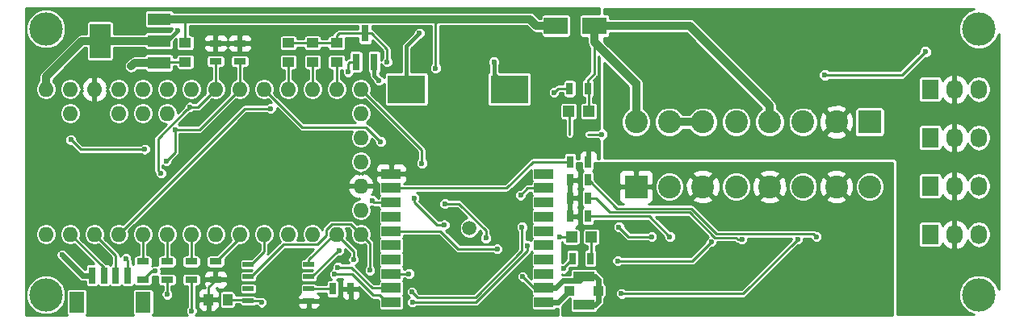
<source format=gbr>
G04 #@! TF.FileFunction,Copper,L1,Top,Signal*
%FSLAX46Y46*%
G04 Gerber Fmt 4.6, Leading zero omitted, Abs format (unit mm)*
G04 Created by KiCad (PCBNEW 4.0.1-stable) date 3/12/2016 5:35:57 PM*
%MOMM*%
G01*
G04 APERTURE LIST*
%ADD10C,0.100000*%
%ADD11C,2.400000*%
%ADD12R,2.400000X2.400000*%
%ADD13O,1.600000X1.600000*%
%ADD14R,1.143000X0.508000*%
%ADD15R,1.198880X1.198880*%
%ADD16R,1.727200X2.032000*%
%ADD17O,1.727200X2.032000*%
%ADD18R,2.000000X1.000000*%
%ADD19C,1.500000*%
%ADD20R,0.800100X1.800860*%
%ADD21R,0.700000X1.800000*%
%ADD22R,1.600000X2.200000*%
%ADD23R,2.199640X1.099820*%
%ADD24R,1.000760X1.000760*%
%ADD25R,1.051560X1.000760*%
%ADD26R,4.000000X3.000000*%
%ADD27C,3.500000*%
%ADD28R,1.250000X1.000000*%
%ADD29R,1.000000X1.250000*%
%ADD30R,0.700000X1.300000*%
%ADD31R,1.300000X0.700000*%
%ADD32R,2.400300X1.300480*%
%ADD33R,2.199640X3.599180*%
%ADD34R,2.499360X1.800860*%
%ADD35C,0.600000*%
%ADD36C,0.254000*%
%ADD37C,0.609600*%
%ADD38C,0.812800*%
%ADD39C,0.406400*%
G04 APERTURE END LIST*
D10*
D11*
X158100000Y-106300000D03*
X161600000Y-106300000D03*
X154600000Y-106300000D03*
X151100000Y-106300000D03*
X147600000Y-106300000D03*
X144100000Y-106300000D03*
D12*
X165100000Y-106300000D03*
D11*
X140600000Y-106300000D03*
D13*
X78740000Y-118110000D03*
X81280000Y-118110000D03*
X83820000Y-118110000D03*
X86360000Y-118110000D03*
X88900000Y-118110000D03*
X91440000Y-118110000D03*
X93980000Y-118110000D03*
X96520000Y-118110000D03*
X99060000Y-118110000D03*
X101600000Y-118110000D03*
X104140000Y-118110000D03*
X106680000Y-118110000D03*
X109220000Y-118110000D03*
X111760000Y-118110000D03*
X111760000Y-102870000D03*
X109220000Y-102870000D03*
X106680000Y-102870000D03*
X104140000Y-102870000D03*
X101600000Y-102870000D03*
X99060000Y-102870000D03*
X96520000Y-102870000D03*
X93980000Y-102870000D03*
X91440000Y-102870000D03*
X88900000Y-102870000D03*
X86360000Y-102870000D03*
X83820000Y-102870000D03*
X81280000Y-102870000D03*
X78740000Y-102870000D03*
X111760000Y-115570000D03*
X111760000Y-113030000D03*
X111760000Y-110490000D03*
X111760000Y-107950000D03*
X111760000Y-105410000D03*
X81280000Y-105410000D03*
X86360000Y-105410000D03*
X88900000Y-105410000D03*
X91440000Y-105410000D03*
D14*
X106299000Y-121285000D03*
X106299000Y-122555000D03*
X106299000Y-123825000D03*
X106299000Y-125095000D03*
X99949000Y-125095000D03*
X99949000Y-123825000D03*
X99949000Y-122555000D03*
X99949000Y-121285000D03*
D15*
X135923020Y-118364000D03*
X133824980Y-118364000D03*
D16*
X171450000Y-118110000D03*
D17*
X173990000Y-118110000D03*
X176530000Y-118110000D03*
D18*
X114935000Y-111760000D03*
X114935000Y-113260000D03*
X114935000Y-114760000D03*
X114935000Y-116260000D03*
X114935000Y-117760000D03*
X114935000Y-119260000D03*
X114935000Y-120760000D03*
X114935000Y-122260000D03*
X114935000Y-123760000D03*
X114935000Y-125260000D03*
X130935000Y-125260000D03*
X130935000Y-123760000D03*
X130935000Y-122260000D03*
X130935000Y-120760000D03*
X130935000Y-119260000D03*
X130935000Y-117760000D03*
X130935000Y-116260000D03*
X130935000Y-114760000D03*
X130935000Y-113260000D03*
X130935000Y-111760000D03*
D19*
X123135000Y-117460000D03*
D20*
X111250000Y-100001140D03*
X113150000Y-100001140D03*
X112200000Y-96998860D03*
D16*
X171450000Y-102870000D03*
D17*
X173990000Y-102870000D03*
X176530000Y-102870000D03*
D16*
X171450000Y-107950000D03*
D17*
X173990000Y-107950000D03*
X176530000Y-107950000D03*
D16*
X171450000Y-113030000D03*
D17*
X173990000Y-113030000D03*
X176530000Y-113030000D03*
D11*
X147600000Y-113100000D03*
X144100000Y-113100000D03*
X151100000Y-113100000D03*
X154600000Y-113100000D03*
X158100000Y-113100000D03*
X161600000Y-113100000D03*
D12*
X140600000Y-113100000D03*
D11*
X165100000Y-113100000D03*
D21*
X83566000Y-122428000D03*
X84816000Y-122428000D03*
X86066000Y-122428000D03*
X87316000Y-122428000D03*
D22*
X81966000Y-125228000D03*
X88916000Y-125228000D03*
D23*
X135128000Y-122575320D03*
X135128000Y-125476000D03*
D24*
X136629140Y-124025660D03*
D25*
X133626860Y-124025660D03*
D26*
X116520000Y-102870000D03*
X127320000Y-102870000D03*
D27*
X176530000Y-96520000D03*
X176530000Y-124460000D03*
X78740000Y-124460000D03*
X78740000Y-96520000D03*
D28*
X104140000Y-100000000D03*
X104140000Y-98000000D03*
X106680000Y-100000000D03*
X106680000Y-98000000D03*
X109200000Y-100000000D03*
X109200000Y-98000000D03*
D29*
X95774000Y-124968000D03*
X97774000Y-124968000D03*
D28*
X93345000Y-98000000D03*
X93345000Y-100000000D03*
D30*
X135824000Y-120650000D03*
X133924000Y-120650000D03*
X133670000Y-110490000D03*
X135570000Y-110490000D03*
X110678000Y-123825000D03*
X108778000Y-123825000D03*
D31*
X99060000Y-98050000D03*
X99060000Y-99950000D03*
X96520000Y-98050000D03*
X96520000Y-99950000D03*
X93980000Y-122870000D03*
X93980000Y-120970000D03*
X91440000Y-122870000D03*
X91440000Y-120970000D03*
X88900000Y-122870000D03*
X88900000Y-120970000D03*
D30*
X135570000Y-112395000D03*
X133670000Y-112395000D03*
X135570000Y-114300000D03*
X133670000Y-114300000D03*
X135570000Y-116205000D03*
X133670000Y-116205000D03*
D31*
X96520000Y-122870000D03*
X96520000Y-120970000D03*
D32*
X90601800Y-100091240D03*
X90601800Y-97790000D03*
X90601800Y-95488760D03*
D33*
X84404200Y-97790000D03*
D15*
X133550980Y-105200000D03*
X135649020Y-105200000D03*
D34*
X132201020Y-96200000D03*
X136198980Y-96200000D03*
D30*
X135550000Y-102800000D03*
X133650000Y-102800000D03*
D35*
X137000000Y-107600000D03*
X122750000Y-120300000D03*
X135619560Y-100500000D03*
X160400000Y-101375000D03*
X170925000Y-98925000D03*
X98150000Y-112350000D03*
X116332000Y-109601000D03*
X99475000Y-105950000D03*
X97790000Y-109982000D03*
X103500000Y-106750000D03*
X89400000Y-112000000D03*
X132000000Y-103200000D03*
X128700000Y-122550000D03*
X101346000Y-125256430D03*
X128500000Y-114000000D03*
X116800000Y-122250000D03*
X114500000Y-100000000D03*
X132588000Y-118364000D03*
X87122000Y-120650000D03*
X87675000Y-100450000D03*
X112950000Y-114550000D03*
X89100000Y-109175000D03*
X81350000Y-108175000D03*
X119575000Y-100655620D03*
X117900000Y-96975000D03*
X92550000Y-96675000D03*
X80425000Y-120275000D03*
X138684000Y-119380000D03*
X110432022Y-101050890D03*
X102300000Y-104900000D03*
X125700000Y-100000000D03*
X113650000Y-101950000D03*
X133000000Y-121700000D03*
X126050000Y-119650000D03*
X92285085Y-107095580D03*
X91355220Y-110400000D03*
X90800000Y-111700000D03*
X93825000Y-104750000D03*
X94000000Y-126150000D03*
X129229420Y-119289047D03*
X117150000Y-125250000D03*
X91431761Y-124425448D03*
X90200000Y-121950000D03*
X117100000Y-124150000D03*
X128650000Y-117350000D03*
X159512000Y-118364000D03*
X151691676Y-118643421D03*
X144145000Y-118364000D03*
X109342097Y-121587286D03*
X108968576Y-122307547D03*
X111000000Y-120750000D03*
X112700000Y-121900000D03*
X120550000Y-114900000D03*
X124850000Y-118500000D03*
X109480651Y-119797280D03*
X118155125Y-110647483D03*
X120510088Y-117104453D03*
X113836827Y-108381672D03*
X117350000Y-114300000D03*
X157541415Y-118643421D03*
X139065000Y-124333000D03*
X148497745Y-118902588D03*
X138684000Y-120904000D03*
X142240000Y-118364000D03*
X138811000Y-117348000D03*
D36*
X135550000Y-107600000D02*
X137000000Y-107600000D01*
X170925000Y-98925000D02*
X168475000Y-101375000D01*
X168475000Y-101375000D02*
X160400000Y-101375000D01*
X135620760Y-110490000D02*
X135620760Y-109204240D01*
X135620760Y-109204240D02*
X135800000Y-109025000D01*
X95773240Y-124968000D02*
X95773240Y-123667520D01*
X95773240Y-123667520D02*
X96520000Y-122920760D01*
X133650000Y-102800000D02*
X132400000Y-102800000D01*
X132400000Y-102800000D02*
X132000000Y-103200000D01*
X114935000Y-114760000D02*
X113160000Y-114760000D01*
X113160000Y-114760000D02*
X112950000Y-114550000D01*
X130935000Y-123760000D02*
X129910000Y-123760000D01*
X129910000Y-123760000D02*
X128700000Y-122550000D01*
X101184570Y-125095000D02*
X101346000Y-125256430D01*
X99949000Y-125095000D02*
X101184570Y-125095000D01*
X130935000Y-113260000D02*
X129240000Y-113260000D01*
X129240000Y-113260000D02*
X128500000Y-114000000D01*
D37*
X132959764Y-122979061D02*
X132178825Y-123760000D01*
X134724259Y-122979061D02*
X132959764Y-122979061D01*
X135128000Y-122575320D02*
X134724259Y-122979061D01*
X132178825Y-123760000D02*
X130935000Y-123760000D01*
D36*
X114935000Y-122260000D02*
X116790000Y-122260000D01*
X116790000Y-122260000D02*
X116800000Y-122250000D01*
X112200000Y-96998860D02*
X112854050Y-96998860D01*
X112854050Y-96998860D02*
X114500000Y-98644810D01*
X114500000Y-98644810D02*
X114500000Y-100000000D01*
X109200000Y-97999240D02*
X109200000Y-97244860D01*
X109200000Y-97244860D02*
X109446000Y-96998860D01*
X109446000Y-96998860D02*
X112200000Y-96998860D01*
X133824980Y-118364000D02*
X132588000Y-118364000D01*
D37*
X135128000Y-125476000D02*
X136288780Y-125476000D01*
X136288780Y-125476000D02*
X136629140Y-125135640D01*
X136629140Y-125135640D02*
X136629140Y-124025660D01*
X136291320Y-122575320D02*
X136629140Y-122913140D01*
X136629140Y-122913140D02*
X136629140Y-124025660D01*
X135128000Y-122575320D02*
X136291320Y-122575320D01*
D36*
X93345000Y-100000760D02*
X90692280Y-100000760D01*
X90692280Y-100000760D02*
X90601800Y-100091240D01*
X106680000Y-97999240D02*
X109200000Y-97999240D01*
X104140000Y-97999240D02*
X106680000Y-97999240D01*
X97774760Y-124968000D02*
X99822000Y-124968000D01*
X99822000Y-124968000D02*
X99949000Y-125095000D01*
X87316000Y-122428000D02*
X87316000Y-120844000D01*
X87316000Y-120844000D02*
X87122000Y-120650000D01*
D38*
X90601800Y-100091240D02*
X88033760Y-100091240D01*
X88033760Y-100091240D02*
X87675000Y-100450000D01*
D36*
X104140000Y-100000760D02*
X104140000Y-102870000D01*
X106680000Y-100000760D02*
X106680000Y-102870000D01*
X109200000Y-100000760D02*
X109200000Y-102850000D01*
X109200000Y-102850000D02*
X109220000Y-102870000D01*
X81350000Y-108175000D02*
X82350000Y-109175000D01*
X82350000Y-109175000D02*
X89100000Y-109175000D01*
D38*
X127427300Y-95488760D02*
X126800000Y-95488760D01*
X126800000Y-95488760D02*
X118000000Y-95488760D01*
X132201020Y-96200000D02*
X130138540Y-96200000D01*
X130138540Y-96200000D02*
X129427300Y-95488760D01*
X129427300Y-95488760D02*
X126800000Y-95488760D01*
X120075000Y-95488760D02*
X118000000Y-95488760D01*
X118000000Y-95488760D02*
X93345000Y-95488760D01*
D36*
X119575000Y-95988760D02*
X119575000Y-100655620D01*
X120075000Y-95488760D02*
X119575000Y-95988760D01*
D38*
X93345000Y-95488760D02*
X90601800Y-95488760D01*
D36*
X93345000Y-97999240D02*
X93345000Y-95488760D01*
D39*
X117900000Y-96975000D02*
X116520000Y-98355000D01*
X116520000Y-98355000D02*
X116520000Y-102870000D01*
X90601800Y-97790000D02*
X91435000Y-97790000D01*
X91435000Y-97790000D02*
X92550000Y-96675000D01*
D37*
X83566000Y-122428000D02*
X82578000Y-122428000D01*
X82578000Y-122428000D02*
X80425000Y-120275000D01*
D38*
X84404200Y-97790000D02*
X90601800Y-97790000D01*
X84404200Y-97790000D02*
X82491580Y-97790000D01*
X78740000Y-101541580D02*
X78740000Y-102870000D01*
X82491580Y-97790000D02*
X78740000Y-101541580D01*
D36*
X135923020Y-118364000D02*
X135923020Y-120601740D01*
X135923020Y-120601740D02*
X135874760Y-120650000D01*
X110432022Y-100165068D02*
X110432022Y-101050890D01*
X110595950Y-100001140D02*
X110432022Y-100165068D01*
X111250000Y-100001140D02*
X110595950Y-100001140D01*
X86360000Y-118110000D02*
X99570000Y-104900000D01*
X99570000Y-104900000D02*
X102300000Y-104900000D01*
D39*
X125700000Y-100000000D02*
X125700000Y-101250000D01*
X125700000Y-101250000D02*
X127320000Y-102870000D01*
X113150000Y-101450000D02*
X113650000Y-101950000D01*
X113150000Y-100001140D02*
X113150000Y-101450000D01*
D36*
X114935000Y-117760000D02*
X120065630Y-117760000D01*
X120065630Y-117760000D02*
X121955630Y-119650000D01*
X121955630Y-119650000D02*
X125625736Y-119650000D01*
X125625736Y-119650000D02*
X126050000Y-119650000D01*
X133000000Y-121700000D02*
X133000000Y-121574000D01*
X133000000Y-121574000D02*
X133924000Y-120650000D01*
X114935000Y-113260000D02*
X127024000Y-113260000D01*
X127024000Y-113260000D02*
X129794000Y-110490000D01*
X129794000Y-110490000D02*
X133619240Y-110490000D01*
X106299000Y-123825000D02*
X108727240Y-123825000D01*
X99060000Y-102870000D02*
X94834420Y-107095580D01*
X94834420Y-107095580D02*
X92285085Y-107095580D01*
X91355220Y-110400000D02*
X92285085Y-109470135D01*
X92285085Y-109470135D02*
X92285085Y-107095580D01*
X99060000Y-100000760D02*
X99060000Y-102870000D01*
X90500001Y-111400001D02*
X90800000Y-111700000D01*
X90500001Y-108023150D02*
X90500001Y-111400001D01*
X93473152Y-105049999D02*
X90500001Y-108023150D01*
X93525001Y-105049999D02*
X93473152Y-105049999D01*
X93825000Y-104750000D02*
X93525001Y-105049999D01*
X96520000Y-102870000D02*
X94640000Y-104750000D01*
X94640000Y-104750000D02*
X93825000Y-104750000D01*
X96520000Y-100000760D02*
X96520000Y-102870000D01*
X94000000Y-126150000D02*
X94000000Y-122890000D01*
X94000000Y-122890000D02*
X93980000Y-122870000D01*
X93980000Y-120919240D02*
X93980000Y-118110000D01*
X129229420Y-119713311D02*
X129229420Y-119289047D01*
X123824750Y-125250000D02*
X129229420Y-119845330D01*
X117150000Y-125250000D02*
X123824750Y-125250000D01*
X129229420Y-119845330D02*
X129229420Y-119713311D01*
X91440000Y-124417209D02*
X91431761Y-124425448D01*
X91440000Y-122870000D02*
X91440000Y-124417209D01*
X91440000Y-120919240D02*
X91440000Y-118110000D01*
X90200000Y-121950000D02*
X89820000Y-121950000D01*
X89820000Y-121950000D02*
X88900000Y-122870000D01*
X123750000Y-124750000D02*
X117700000Y-124750000D01*
X117700000Y-124750000D02*
X117100000Y-124150000D01*
X128650000Y-119850000D02*
X123750000Y-124750000D01*
X128650000Y-117350000D02*
X128650000Y-119850000D01*
X88900000Y-122870000D02*
X89280000Y-122870000D01*
X88900000Y-120919240D02*
X88900000Y-118110000D01*
X159512000Y-118364000D02*
X159212001Y-118064001D01*
X149051998Y-118064001D02*
X146380177Y-115392180D01*
X146380177Y-115392180D02*
X138617940Y-115392180D01*
X138617940Y-115392180D02*
X135620760Y-112395000D01*
X159212001Y-118064001D02*
X149051998Y-118064001D01*
X146211837Y-115798590D02*
X148883659Y-118470412D01*
X148883659Y-118470412D02*
X151094403Y-118470412D01*
X136375140Y-114300000D02*
X137873730Y-115798590D01*
X135620760Y-114300000D02*
X136375140Y-114300000D01*
X151094403Y-118470412D02*
X151267412Y-118643421D01*
X151267412Y-118643421D02*
X151691676Y-118643421D01*
X137873730Y-115798590D02*
X146211837Y-115798590D01*
X144145000Y-118364000D02*
X141986000Y-116205000D01*
X141986000Y-116205000D02*
X135620760Y-116205000D01*
X96520000Y-120919240D02*
X96644460Y-120919240D01*
X96644460Y-120919240D02*
X99060000Y-118503700D01*
X99060000Y-118503700D02*
X99060000Y-118110000D01*
X114935000Y-123760000D02*
X112939215Y-123760000D01*
X110766501Y-121587286D02*
X109342097Y-121587286D01*
X112939215Y-123760000D02*
X110766501Y-121587286D01*
X110829200Y-122307547D02*
X108968576Y-122307547D01*
X113027653Y-124506000D02*
X110829200Y-122307547D01*
X113681000Y-124506000D02*
X113027653Y-124506000D01*
X114935000Y-125260000D02*
X114435000Y-125260000D01*
X114435000Y-125260000D02*
X113681000Y-124506000D01*
D37*
X132392520Y-125260000D02*
X130935000Y-125260000D01*
X133626860Y-124025660D02*
X132392520Y-125260000D01*
D36*
X86066000Y-122428000D02*
X86066000Y-120356000D01*
X86066000Y-120356000D02*
X83820000Y-118110000D01*
X99949000Y-121285000D02*
X100266500Y-121285000D01*
X100266500Y-121285000D02*
X101600000Y-119951500D01*
X101600000Y-119951500D02*
X101600000Y-118110000D01*
X111000000Y-120750000D02*
X111000000Y-119890000D01*
X111000000Y-119890000D02*
X109220000Y-118110000D01*
X106299000Y-121285000D02*
X106299000Y-120777000D01*
X106299000Y-120777000D02*
X108966000Y-118110000D01*
X108966000Y-118110000D02*
X109220000Y-118110000D01*
X112700000Y-121900000D02*
X112700000Y-119050000D01*
X112700000Y-119050000D02*
X111760000Y-118110000D01*
X99949000Y-122555000D02*
X100266500Y-122555000D01*
X108140599Y-118246915D02*
X108140599Y-117591887D01*
X100266500Y-122555000D02*
X103632099Y-119189401D01*
X103632099Y-119189401D02*
X107198113Y-119189401D01*
X107198113Y-119189401D02*
X108140599Y-118246915D01*
X110680599Y-117030599D02*
X111760000Y-118110000D01*
X108140599Y-117591887D02*
X108701887Y-117030599D01*
X108701887Y-117030599D02*
X110680599Y-117030599D01*
X124850000Y-118500000D02*
X124850000Y-117700000D01*
X124850000Y-117700000D02*
X122050000Y-114900000D01*
X122050000Y-114900000D02*
X120550000Y-114900000D01*
X109374220Y-119797280D02*
X109480651Y-119797280D01*
X106299000Y-122555000D02*
X106616500Y-122555000D01*
X106616500Y-122555000D02*
X109374220Y-119797280D01*
X118155125Y-109265125D02*
X118155125Y-110647483D01*
X111760000Y-102870000D02*
X118155125Y-109265125D01*
X119730189Y-117104453D02*
X120510088Y-117104453D01*
X117350000Y-114300000D02*
X117350000Y-114724264D01*
X117350000Y-114724264D02*
X119730189Y-117104453D01*
X112300656Y-106845501D02*
X113836827Y-108381672D01*
X101600000Y-102870000D02*
X105575501Y-106845501D01*
X105575501Y-106845501D02*
X112300656Y-106845501D01*
X84816000Y-122428000D02*
X84816000Y-121646000D01*
X84816000Y-121646000D02*
X81280000Y-118110000D01*
X151851836Y-124333000D02*
X157541415Y-118643421D01*
X139065000Y-124333000D02*
X151851836Y-124333000D01*
X146496333Y-120904000D02*
X148497745Y-118902588D01*
X138684000Y-120904000D02*
X146496333Y-120904000D01*
X138811000Y-117348000D02*
X139827000Y-118364000D01*
X139827000Y-118364000D02*
X142240000Y-118364000D01*
D38*
X144100000Y-106300000D02*
X147600000Y-106300000D01*
D36*
X136198980Y-98600000D02*
X136198980Y-98200000D01*
X136198980Y-99354430D02*
X136198980Y-98600000D01*
X136198980Y-98600000D02*
X136198980Y-96200000D01*
D38*
X140600000Y-102251770D02*
X140537520Y-102251770D01*
X140537520Y-102251770D02*
X136198980Y-97913230D01*
X136198980Y-97913230D02*
X136198980Y-96200000D01*
X154600000Y-106300000D02*
X154600000Y-104602944D01*
X154600000Y-104602944D02*
X146197056Y-96200000D01*
X146197056Y-96200000D02*
X136198980Y-96200000D01*
D36*
X135550000Y-102800000D02*
X135550000Y-101896000D01*
X135550000Y-101896000D02*
X136198980Y-101247020D01*
X136198980Y-101247020D02*
X136198980Y-99354430D01*
X135649020Y-105200000D02*
X135649020Y-102899020D01*
X135649020Y-102899020D02*
X135550000Y-102800000D01*
D38*
X140600000Y-106300000D02*
X140600000Y-102251770D01*
D36*
X133650000Y-107600000D02*
X133650000Y-105299020D01*
X133650000Y-105299020D02*
X133550980Y-105200000D01*
G36*
X136779000Y-94962901D02*
X134949300Y-94962901D01*
X134826935Y-94985926D01*
X134714551Y-95058243D01*
X134639156Y-95168587D01*
X134612631Y-95299570D01*
X134612631Y-97100430D01*
X134635656Y-97222795D01*
X134707973Y-97335179D01*
X134818317Y-97410574D01*
X134949300Y-97437099D01*
X135462380Y-97437099D01*
X135462380Y-97913230D01*
X135518450Y-98195115D01*
X135678125Y-98434085D01*
X135741780Y-98497740D01*
X135741780Y-101057642D01*
X135226711Y-101572711D01*
X135127602Y-101721037D01*
X135105715Y-101831072D01*
X135077635Y-101836356D01*
X134965251Y-101908673D01*
X134889856Y-102019017D01*
X134863331Y-102150000D01*
X134863331Y-103450000D01*
X134886356Y-103572365D01*
X134958673Y-103684749D01*
X135069017Y-103760144D01*
X135191820Y-103785012D01*
X135191820Y-104263891D01*
X135049580Y-104263891D01*
X134927215Y-104286916D01*
X134814831Y-104359233D01*
X134739436Y-104469577D01*
X134712911Y-104600560D01*
X134712911Y-105799440D01*
X134735936Y-105921805D01*
X134808253Y-106034189D01*
X134918597Y-106109584D01*
X135049580Y-106136109D01*
X136248460Y-106136109D01*
X136370825Y-106113084D01*
X136483209Y-106040767D01*
X136558604Y-105930423D01*
X136585129Y-105799440D01*
X136585129Y-104600560D01*
X136562104Y-104478195D01*
X136489787Y-104365811D01*
X136379443Y-104290416D01*
X136248460Y-104263891D01*
X136106220Y-104263891D01*
X136106220Y-103709685D01*
X136134749Y-103691327D01*
X136210144Y-103580983D01*
X136236669Y-103450000D01*
X136236669Y-102150000D01*
X136213644Y-102027635D01*
X136155422Y-101937156D01*
X136522269Y-101570309D01*
X136621378Y-101421983D01*
X136622681Y-101415431D01*
X136656180Y-101247020D01*
X136656180Y-99412140D01*
X136779000Y-99534960D01*
X136779000Y-107009438D01*
X136643487Y-107065431D01*
X136565983Y-107142800D01*
X135550000Y-107142800D01*
X135375037Y-107177602D01*
X135226711Y-107276711D01*
X135127602Y-107425037D01*
X135092800Y-107600000D01*
X135127602Y-107774963D01*
X135226711Y-107923289D01*
X135375037Y-108022398D01*
X135550000Y-108057200D01*
X136565942Y-108057200D01*
X136642554Y-108133946D01*
X136779000Y-108190603D01*
X136779000Y-110159800D01*
X136555000Y-110159800D01*
X136555000Y-109713690D01*
X136458327Y-109480301D01*
X136279698Y-109301673D01*
X136046309Y-109205000D01*
X135855750Y-109205000D01*
X135697000Y-109363750D01*
X135697000Y-110159800D01*
X135443000Y-110159800D01*
X135443000Y-109363750D01*
X135284250Y-109205000D01*
X135093691Y-109205000D01*
X134860302Y-109301673D01*
X134681673Y-109480301D01*
X134585000Y-109713690D01*
X134585000Y-110159800D01*
X134356669Y-110159800D01*
X134356669Y-109840000D01*
X134333644Y-109717635D01*
X134261327Y-109605251D01*
X134150983Y-109529856D01*
X134020000Y-109503331D01*
X133320000Y-109503331D01*
X133197635Y-109526356D01*
X133085251Y-109598673D01*
X133009856Y-109709017D01*
X132983331Y-109840000D01*
X132983331Y-110032800D01*
X129794000Y-110032800D01*
X129619037Y-110067602D01*
X129470711Y-110166710D01*
X126834622Y-112802800D01*
X116283899Y-112802800D01*
X116294698Y-112798327D01*
X116473327Y-112619699D01*
X116570000Y-112386310D01*
X116570000Y-112045750D01*
X116411250Y-111887000D01*
X115062000Y-111887000D01*
X115062000Y-111907000D01*
X114808000Y-111907000D01*
X114808000Y-111887000D01*
X113458750Y-111887000D01*
X113300000Y-112045750D01*
X113300000Y-112386310D01*
X113396673Y-112619699D01*
X113575302Y-112798327D01*
X113598331Y-112807866D01*
X113598331Y-113760000D01*
X113621356Y-113882365D01*
X113693673Y-113994749D01*
X113714895Y-114009250D01*
X113700251Y-114018673D01*
X113624856Y-114129017D01*
X113598331Y-114260000D01*
X113598331Y-114302800D01*
X113529736Y-114302800D01*
X113484569Y-114193487D01*
X113307446Y-114016054D01*
X113075904Y-113919910D01*
X112874194Y-113919734D01*
X112912389Y-113885134D01*
X113151914Y-113379041D01*
X113030629Y-113157000D01*
X111887000Y-113157000D01*
X111887000Y-113177000D01*
X111633000Y-113177000D01*
X111633000Y-113157000D01*
X110489371Y-113157000D01*
X110368086Y-113379041D01*
X110607611Y-113885134D01*
X111022577Y-114261041D01*
X111410961Y-114421904D01*
X111632998Y-114299916D01*
X111632998Y-114442920D01*
X111327491Y-114503689D01*
X110960828Y-114748686D01*
X110715831Y-115115349D01*
X110629800Y-115547858D01*
X110629800Y-115592142D01*
X110715831Y-116024651D01*
X110960828Y-116391314D01*
X111327491Y-116636311D01*
X111760000Y-116722342D01*
X112192509Y-116636311D01*
X112559172Y-116391314D01*
X112804169Y-116024651D01*
X112890200Y-115592142D01*
X112890200Y-115547858D01*
X112816412Y-115176899D01*
X112824096Y-115180090D01*
X112981789Y-115180228D01*
X112985037Y-115182398D01*
X113160000Y-115217200D01*
X113598331Y-115217200D01*
X113598331Y-115260000D01*
X113621356Y-115382365D01*
X113693673Y-115494749D01*
X113714895Y-115509250D01*
X113700251Y-115518673D01*
X113624856Y-115629017D01*
X113598331Y-115760000D01*
X113598331Y-116760000D01*
X113621356Y-116882365D01*
X113693673Y-116994749D01*
X113714895Y-117009250D01*
X113700251Y-117018673D01*
X113624856Y-117129017D01*
X113598331Y-117260000D01*
X113598331Y-118260000D01*
X113621356Y-118382365D01*
X113693673Y-118494749D01*
X113714895Y-118509250D01*
X113700251Y-118518673D01*
X113624856Y-118629017D01*
X113598331Y-118760000D01*
X113598331Y-119760000D01*
X113621356Y-119882365D01*
X113693673Y-119994749D01*
X113714895Y-120009250D01*
X113700251Y-120018673D01*
X113624856Y-120129017D01*
X113598331Y-120260000D01*
X113598331Y-121260000D01*
X113621356Y-121382365D01*
X113693673Y-121494749D01*
X113714895Y-121509250D01*
X113700251Y-121518673D01*
X113624856Y-121629017D01*
X113598331Y-121760000D01*
X113598331Y-122760000D01*
X113621356Y-122882365D01*
X113693673Y-122994749D01*
X113714895Y-123009250D01*
X113700251Y-123018673D01*
X113624856Y-123129017D01*
X113598331Y-123260000D01*
X113598331Y-123302800D01*
X113128593Y-123302800D01*
X111182332Y-121356539D01*
X111356513Y-121284569D01*
X111533946Y-121107446D01*
X111630090Y-120875904D01*
X111630309Y-120625195D01*
X111534569Y-120393487D01*
X111457200Y-120315983D01*
X111457200Y-119890000D01*
X111422398Y-119715037D01*
X111323289Y-119566711D01*
X110273636Y-118517058D01*
X110350200Y-118132142D01*
X110350200Y-118087858D01*
X110264169Y-117655349D01*
X110152215Y-117487799D01*
X110491221Y-117487799D01*
X110706364Y-117702942D01*
X110629800Y-118087858D01*
X110629800Y-118132142D01*
X110715831Y-118564651D01*
X110960828Y-118931314D01*
X111327491Y-119176311D01*
X111760000Y-119262342D01*
X112181853Y-119178431D01*
X112242800Y-119239378D01*
X112242800Y-121465942D01*
X112166054Y-121542554D01*
X112069910Y-121774096D01*
X112069691Y-122024805D01*
X112165431Y-122256513D01*
X112342554Y-122433946D01*
X112574096Y-122530090D01*
X112824805Y-122530309D01*
X113056513Y-122434569D01*
X113233946Y-122257446D01*
X113330090Y-122025904D01*
X113330309Y-121775195D01*
X113234569Y-121543487D01*
X113157200Y-121465983D01*
X113157200Y-119050000D01*
X113122398Y-118875037D01*
X113023289Y-118726711D01*
X112813636Y-118517058D01*
X112890200Y-118132142D01*
X112890200Y-118087858D01*
X112804169Y-117655349D01*
X112559172Y-117288686D01*
X112192509Y-117043689D01*
X111760000Y-116957658D01*
X111338148Y-117041569D01*
X111003888Y-116707310D01*
X110855562Y-116608201D01*
X110680599Y-116573399D01*
X108701887Y-116573399D01*
X108526924Y-116608201D01*
X108378598Y-116707310D01*
X107817310Y-117268598D01*
X107718201Y-117416924D01*
X107683399Y-117591887D01*
X107683399Y-117594333D01*
X107479172Y-117288686D01*
X107112509Y-117043689D01*
X106680000Y-116957658D01*
X106247491Y-117043689D01*
X105880828Y-117288686D01*
X105635831Y-117655349D01*
X105549800Y-118087858D01*
X105549800Y-118132142D01*
X105635831Y-118564651D01*
X105747785Y-118732201D01*
X105072215Y-118732201D01*
X105184169Y-118564651D01*
X105270200Y-118132142D01*
X105270200Y-118087858D01*
X105184169Y-117655349D01*
X104939172Y-117288686D01*
X104572509Y-117043689D01*
X104140000Y-116957658D01*
X103707491Y-117043689D01*
X103340828Y-117288686D01*
X103095831Y-117655349D01*
X103009800Y-118087858D01*
X103009800Y-118132142D01*
X103095831Y-118564651D01*
X103301887Y-118873035D01*
X101969919Y-120205003D01*
X102022398Y-120126463D01*
X102057200Y-119951500D01*
X102057200Y-119159813D01*
X102399172Y-118931314D01*
X102644169Y-118564651D01*
X102730200Y-118132142D01*
X102730200Y-118087858D01*
X102644169Y-117655349D01*
X102399172Y-117288686D01*
X102032509Y-117043689D01*
X101600000Y-116957658D01*
X101167491Y-117043689D01*
X100800828Y-117288686D01*
X100555831Y-117655349D01*
X100469800Y-118087858D01*
X100469800Y-118132142D01*
X100555831Y-118564651D01*
X100800828Y-118931314D01*
X101142800Y-119159813D01*
X101142800Y-119762122D01*
X100210591Y-120694331D01*
X99377500Y-120694331D01*
X99255135Y-120717356D01*
X99142751Y-120789673D01*
X99067356Y-120900017D01*
X99040831Y-121031000D01*
X99040831Y-121539000D01*
X99063856Y-121661365D01*
X99136173Y-121773749D01*
X99246517Y-121849144D01*
X99377500Y-121875669D01*
X100299253Y-121875669D01*
X100210591Y-121964331D01*
X99377500Y-121964331D01*
X99255135Y-121987356D01*
X99142751Y-122059673D01*
X99067356Y-122170017D01*
X99040831Y-122301000D01*
X99040831Y-122809000D01*
X99063856Y-122931365D01*
X99136173Y-123043749D01*
X99246517Y-123119144D01*
X99377500Y-123145669D01*
X100520500Y-123145669D01*
X100642865Y-123122644D01*
X100755249Y-123050327D01*
X100830644Y-122939983D01*
X100857169Y-122809000D01*
X100857169Y-122610909D01*
X103821477Y-119646601D01*
X106782821Y-119646601D01*
X105975711Y-120453711D01*
X105876602Y-120602037D01*
X105858244Y-120694331D01*
X105727500Y-120694331D01*
X105605135Y-120717356D01*
X105492751Y-120789673D01*
X105417356Y-120900017D01*
X105390831Y-121031000D01*
X105390831Y-121539000D01*
X105413856Y-121661365D01*
X105486173Y-121773749D01*
X105596517Y-121849144D01*
X105727500Y-121875669D01*
X106649253Y-121875669D01*
X106560591Y-121964331D01*
X105727500Y-121964331D01*
X105605135Y-121987356D01*
X105492751Y-122059673D01*
X105417356Y-122170017D01*
X105390831Y-122301000D01*
X105390831Y-122809000D01*
X105413856Y-122931365D01*
X105486173Y-123043749D01*
X105596517Y-123119144D01*
X105727500Y-123145669D01*
X106870500Y-123145669D01*
X106992865Y-123122644D01*
X107105249Y-123050327D01*
X107180644Y-122939983D01*
X107207169Y-122809000D01*
X107207169Y-122610909D01*
X109390677Y-120427401D01*
X109605456Y-120427589D01*
X109837164Y-120331849D01*
X110014597Y-120154726D01*
X110110741Y-119923184D01*
X110110960Y-119672475D01*
X110093401Y-119629979D01*
X110542800Y-120079378D01*
X110542800Y-120315942D01*
X110466054Y-120392554D01*
X110369910Y-120624096D01*
X110369691Y-120874805D01*
X110465431Y-121106513D01*
X110488963Y-121130086D01*
X109776155Y-121130086D01*
X109699543Y-121053340D01*
X109468001Y-120957196D01*
X109217292Y-120956977D01*
X108985584Y-121052717D01*
X108808151Y-121229840D01*
X108712007Y-121461382D01*
X108711788Y-121712091D01*
X108718734Y-121728902D01*
X108612063Y-121772978D01*
X108434630Y-121950101D01*
X108338486Y-122181643D01*
X108338267Y-122432352D01*
X108434007Y-122664060D01*
X108607974Y-122838331D01*
X108428000Y-122838331D01*
X108305635Y-122861356D01*
X108193251Y-122933673D01*
X108117856Y-123044017D01*
X108091331Y-123175000D01*
X108091331Y-123367800D01*
X107132128Y-123367800D01*
X107111827Y-123336251D01*
X107001483Y-123260856D01*
X106870500Y-123234331D01*
X105727500Y-123234331D01*
X105605135Y-123257356D01*
X105492751Y-123329673D01*
X105417356Y-123440017D01*
X105390831Y-123571000D01*
X105390831Y-124079000D01*
X105413856Y-124201365D01*
X105455635Y-124266291D01*
X105367801Y-124302673D01*
X105189173Y-124481302D01*
X105092500Y-124714691D01*
X105092500Y-124809250D01*
X105251250Y-124968000D01*
X106172000Y-124968000D01*
X106172000Y-124948000D01*
X106426000Y-124948000D01*
X106426000Y-124968000D01*
X107346750Y-124968000D01*
X107505500Y-124809250D01*
X107505500Y-124714691D01*
X107408827Y-124481302D01*
X107230199Y-124302673D01*
X107180773Y-124282200D01*
X108091331Y-124282200D01*
X108091331Y-124475000D01*
X108114356Y-124597365D01*
X108186673Y-124709749D01*
X108297017Y-124785144D01*
X108428000Y-124811669D01*
X109128000Y-124811669D01*
X109250365Y-124788644D01*
X109362749Y-124716327D01*
X109438144Y-124605983D01*
X109464669Y-124475000D01*
X109464669Y-124110750D01*
X109693000Y-124110750D01*
X109693000Y-124601310D01*
X109789673Y-124834699D01*
X109968302Y-125013327D01*
X110201691Y-125110000D01*
X110392250Y-125110000D01*
X110551000Y-124951250D01*
X110551000Y-123952000D01*
X110805000Y-123952000D01*
X110805000Y-124951250D01*
X110963750Y-125110000D01*
X111154309Y-125110000D01*
X111387698Y-125013327D01*
X111566327Y-124834699D01*
X111663000Y-124601310D01*
X111663000Y-124110750D01*
X111504250Y-123952000D01*
X110805000Y-123952000D01*
X110551000Y-123952000D01*
X109851750Y-123952000D01*
X109693000Y-124110750D01*
X109464669Y-124110750D01*
X109464669Y-123175000D01*
X109441644Y-123052635D01*
X109369327Y-122940251D01*
X109263155Y-122867707D01*
X109325089Y-122842116D01*
X109402593Y-122764747D01*
X109840227Y-122764747D01*
X109789673Y-122815301D01*
X109693000Y-123048690D01*
X109693000Y-123539250D01*
X109851750Y-123698000D01*
X110551000Y-123698000D01*
X110551000Y-123678000D01*
X110805000Y-123678000D01*
X110805000Y-123698000D01*
X111504250Y-123698000D01*
X111538663Y-123663588D01*
X112704364Y-124829289D01*
X112852690Y-124928398D01*
X113027653Y-124963200D01*
X113491622Y-124963200D01*
X113598331Y-125069909D01*
X113598331Y-125760000D01*
X113621356Y-125882365D01*
X113693673Y-125994749D01*
X113804017Y-126070144D01*
X113935000Y-126096669D01*
X115935000Y-126096669D01*
X116057365Y-126073644D01*
X116169749Y-126001327D01*
X116245144Y-125890983D01*
X116271669Y-125760000D01*
X116271669Y-124760000D01*
X116248644Y-124637635D01*
X116176327Y-124525251D01*
X116155105Y-124510750D01*
X116169749Y-124501327D01*
X116245144Y-124390983D01*
X116271669Y-124260000D01*
X116271669Y-123260000D01*
X116248644Y-123137635D01*
X116176327Y-123025251D01*
X116155105Y-123010750D01*
X116169749Y-123001327D01*
X116245144Y-122890983D01*
X116271669Y-122760000D01*
X116271669Y-122717200D01*
X116375925Y-122717200D01*
X116442554Y-122783946D01*
X116674096Y-122880090D01*
X116924805Y-122880309D01*
X117156513Y-122784569D01*
X117333946Y-122607446D01*
X117430090Y-122375904D01*
X117430309Y-122125195D01*
X117334569Y-121893487D01*
X117157446Y-121716054D01*
X116925904Y-121619910D01*
X116675195Y-121619691D01*
X116443487Y-121715431D01*
X116355965Y-121802800D01*
X116271669Y-121802800D01*
X116271669Y-121760000D01*
X116248644Y-121637635D01*
X116176327Y-121525251D01*
X116155105Y-121510750D01*
X116169749Y-121501327D01*
X116245144Y-121390983D01*
X116271669Y-121260000D01*
X116271669Y-120260000D01*
X116248644Y-120137635D01*
X116176327Y-120025251D01*
X116155105Y-120010750D01*
X116169749Y-120001327D01*
X116245144Y-119890983D01*
X116271669Y-119760000D01*
X116271669Y-118760000D01*
X116248644Y-118637635D01*
X116176327Y-118525251D01*
X116155105Y-118510750D01*
X116169749Y-118501327D01*
X116245144Y-118390983D01*
X116271669Y-118260000D01*
X116271669Y-118217200D01*
X119876252Y-118217200D01*
X121632341Y-119973289D01*
X121780667Y-120072398D01*
X121955630Y-120107200D01*
X125615942Y-120107200D01*
X125692554Y-120183946D01*
X125924096Y-120280090D01*
X126174805Y-120280309D01*
X126406513Y-120184569D01*
X126583946Y-120007446D01*
X126680090Y-119775904D01*
X126680309Y-119525195D01*
X126584569Y-119293487D01*
X126407446Y-119116054D01*
X126175904Y-119019910D01*
X125925195Y-119019691D01*
X125693487Y-119115431D01*
X125615983Y-119192800D01*
X122145008Y-119192800D01*
X120671744Y-117719536D01*
X120866601Y-117639022D01*
X121044034Y-117461899D01*
X121140178Y-117230357D01*
X121140397Y-116979648D01*
X121044657Y-116747940D01*
X120867534Y-116570507D01*
X120635992Y-116474363D01*
X120385283Y-116474144D01*
X120153575Y-116569884D01*
X120076071Y-116647253D01*
X119919568Y-116647253D01*
X118297120Y-115024805D01*
X119919691Y-115024805D01*
X120015431Y-115256513D01*
X120192554Y-115433946D01*
X120424096Y-115530090D01*
X120674805Y-115530309D01*
X120906513Y-115434569D01*
X120984017Y-115357200D01*
X121860622Y-115357200D01*
X122894158Y-116390736D01*
X122523915Y-116543717D01*
X122219785Y-116847317D01*
X122054988Y-117244192D01*
X122054613Y-117673922D01*
X122218717Y-118071085D01*
X122522317Y-118375215D01*
X122919192Y-118540012D01*
X123348922Y-118540387D01*
X123746085Y-118376283D01*
X124050215Y-118072683D01*
X124204513Y-117701091D01*
X124392800Y-117889378D01*
X124392800Y-118065942D01*
X124316054Y-118142554D01*
X124219910Y-118374096D01*
X124219691Y-118624805D01*
X124315431Y-118856513D01*
X124492554Y-119033946D01*
X124724096Y-119130090D01*
X124974805Y-119130309D01*
X125206513Y-119034569D01*
X125383946Y-118857446D01*
X125480090Y-118625904D01*
X125480309Y-118375195D01*
X125384569Y-118143487D01*
X125307200Y-118065983D01*
X125307200Y-117700000D01*
X125272398Y-117525037D01*
X125173289Y-117376711D01*
X122373289Y-114576711D01*
X122224963Y-114477602D01*
X122050000Y-114442800D01*
X120984058Y-114442800D01*
X120907446Y-114366054D01*
X120675904Y-114269910D01*
X120425195Y-114269691D01*
X120193487Y-114365431D01*
X120016054Y-114542554D01*
X119919910Y-114774096D01*
X119919691Y-115024805D01*
X118297120Y-115024805D01*
X117897388Y-114625074D01*
X117980090Y-114425904D01*
X117980309Y-114175195D01*
X117884569Y-113943487D01*
X117707446Y-113766054D01*
X117589792Y-113717200D01*
X127024000Y-113717200D01*
X127198963Y-113682398D01*
X127347289Y-113583289D01*
X129598331Y-111332248D01*
X129598331Y-112260000D01*
X129621356Y-112382365D01*
X129693673Y-112494749D01*
X129714895Y-112509250D01*
X129700251Y-112518673D01*
X129624856Y-112629017D01*
X129598331Y-112760000D01*
X129598331Y-112802800D01*
X129240000Y-112802800D01*
X129065037Y-112837602D01*
X128916711Y-112936711D01*
X128483636Y-113369786D01*
X128375195Y-113369691D01*
X128143487Y-113465431D01*
X127966054Y-113642554D01*
X127869910Y-113874096D01*
X127869691Y-114124805D01*
X127965431Y-114356513D01*
X128142554Y-114533946D01*
X128374096Y-114630090D01*
X128624805Y-114630309D01*
X128856513Y-114534569D01*
X129033946Y-114357446D01*
X129130090Y-114125904D01*
X129130186Y-114016392D01*
X129429378Y-113717200D01*
X129598331Y-113717200D01*
X129598331Y-113760000D01*
X129621356Y-113882365D01*
X129693673Y-113994749D01*
X129714895Y-114009250D01*
X129700251Y-114018673D01*
X129624856Y-114129017D01*
X129598331Y-114260000D01*
X129598331Y-115260000D01*
X129621356Y-115382365D01*
X129693673Y-115494749D01*
X129714895Y-115509250D01*
X129700251Y-115518673D01*
X129624856Y-115629017D01*
X129598331Y-115760000D01*
X129598331Y-116760000D01*
X129621356Y-116882365D01*
X129693673Y-116994749D01*
X129714895Y-117009250D01*
X129700251Y-117018673D01*
X129624856Y-117129017D01*
X129598331Y-117260000D01*
X129598331Y-118260000D01*
X129621356Y-118382365D01*
X129693673Y-118494749D01*
X129714895Y-118509250D01*
X129700251Y-118518673D01*
X129624856Y-118629017D01*
X129598331Y-118760000D01*
X129598331Y-118766586D01*
X129586866Y-118755101D01*
X129355324Y-118658957D01*
X129107200Y-118658740D01*
X129107200Y-117784058D01*
X129183946Y-117707446D01*
X129280090Y-117475904D01*
X129280309Y-117225195D01*
X129184569Y-116993487D01*
X129007446Y-116816054D01*
X128775904Y-116719910D01*
X128525195Y-116719691D01*
X128293487Y-116815431D01*
X128116054Y-116992554D01*
X128019910Y-117224096D01*
X128019691Y-117474805D01*
X128115431Y-117706513D01*
X128192800Y-117784017D01*
X128192800Y-119660621D01*
X123560622Y-124292800D01*
X117889378Y-124292800D01*
X117730214Y-124133636D01*
X117730309Y-124025195D01*
X117634569Y-123793487D01*
X117457446Y-123616054D01*
X117225904Y-123519910D01*
X116975195Y-123519691D01*
X116743487Y-123615431D01*
X116566054Y-123792554D01*
X116469910Y-124024096D01*
X116469691Y-124274805D01*
X116565431Y-124506513D01*
X116742554Y-124683946D01*
X116805964Y-124710276D01*
X116793487Y-124715431D01*
X116616054Y-124892554D01*
X116519910Y-125124096D01*
X116519691Y-125374805D01*
X116615431Y-125606513D01*
X116792554Y-125783946D01*
X117024096Y-125880090D01*
X117274805Y-125880309D01*
X117506513Y-125784569D01*
X117584017Y-125707200D01*
X123824750Y-125707200D01*
X123999713Y-125672398D01*
X124148039Y-125573289D01*
X129552709Y-120168619D01*
X129651818Y-120020293D01*
X129665582Y-119951095D01*
X129693673Y-119994749D01*
X129714895Y-120009250D01*
X129700251Y-120018673D01*
X129624856Y-120129017D01*
X129598331Y-120260000D01*
X129598331Y-121260000D01*
X129621356Y-121382365D01*
X129693673Y-121494749D01*
X129714895Y-121509250D01*
X129700251Y-121518673D01*
X129624856Y-121629017D01*
X129598331Y-121760000D01*
X129598331Y-122760000D01*
X129608008Y-122811430D01*
X129330214Y-122533636D01*
X129330309Y-122425195D01*
X129234569Y-122193487D01*
X129057446Y-122016054D01*
X128825904Y-121919910D01*
X128575195Y-121919691D01*
X128343487Y-122015431D01*
X128166054Y-122192554D01*
X128069910Y-122424096D01*
X128069691Y-122674805D01*
X128165431Y-122906513D01*
X128342554Y-123083946D01*
X128574096Y-123180090D01*
X128683607Y-123180186D01*
X129586710Y-124083289D01*
X129598331Y-124091054D01*
X129598331Y-124260000D01*
X129621356Y-124382365D01*
X129693673Y-124494749D01*
X129714895Y-124509250D01*
X129700251Y-124518673D01*
X129624856Y-124629017D01*
X129598331Y-124760000D01*
X129598331Y-125760000D01*
X129621356Y-125882365D01*
X129693673Y-125994749D01*
X129804017Y-126070144D01*
X129935000Y-126096669D01*
X131935000Y-126096669D01*
X132057365Y-126073644D01*
X132169749Y-126001327D01*
X132242399Y-125895000D01*
X132384800Y-125895000D01*
X132384800Y-126594800D01*
X94446439Y-126594800D01*
X94533946Y-126507446D01*
X94630090Y-126275904D01*
X94630309Y-126025195D01*
X94534569Y-125793487D01*
X94457200Y-125715983D01*
X94457200Y-125253750D01*
X94639000Y-125253750D01*
X94639000Y-125719310D01*
X94735673Y-125952699D01*
X94914302Y-126131327D01*
X95147691Y-126228000D01*
X95488250Y-126228000D01*
X95647000Y-126069250D01*
X95647000Y-125095000D01*
X95901000Y-125095000D01*
X95901000Y-126069250D01*
X96059750Y-126228000D01*
X96400309Y-126228000D01*
X96633698Y-126131327D01*
X96812327Y-125952699D01*
X96909000Y-125719310D01*
X96909000Y-125253750D01*
X96750250Y-125095000D01*
X95901000Y-125095000D01*
X95647000Y-125095000D01*
X94797750Y-125095000D01*
X94639000Y-125253750D01*
X94457200Y-125253750D01*
X94457200Y-124216690D01*
X94639000Y-124216690D01*
X94639000Y-124682250D01*
X94797750Y-124841000D01*
X95647000Y-124841000D01*
X95647000Y-124821000D01*
X95901000Y-124821000D01*
X95901000Y-124841000D01*
X96750250Y-124841000D01*
X96909000Y-124682250D01*
X96909000Y-124343000D01*
X96937331Y-124343000D01*
X96937331Y-125593000D01*
X96960356Y-125715365D01*
X97032673Y-125827749D01*
X97143017Y-125903144D01*
X97274000Y-125929669D01*
X98274000Y-125929669D01*
X98396365Y-125906644D01*
X98508749Y-125834327D01*
X98584144Y-125723983D01*
X98610669Y-125593000D01*
X98610669Y-125425200D01*
X99055169Y-125425200D01*
X99063856Y-125471365D01*
X99136173Y-125583749D01*
X99246517Y-125659144D01*
X99377500Y-125685669D01*
X100520500Y-125685669D01*
X100642865Y-125662644D01*
X100755249Y-125590327D01*
X100781300Y-125552200D01*
X100786332Y-125552200D01*
X100811431Y-125612943D01*
X100988554Y-125790376D01*
X101220096Y-125886520D01*
X101470805Y-125886739D01*
X101702513Y-125790999D01*
X101879946Y-125613876D01*
X101976090Y-125382334D01*
X101976091Y-125380750D01*
X105092500Y-125380750D01*
X105092500Y-125475309D01*
X105189173Y-125708698D01*
X105367801Y-125887327D01*
X105601190Y-125984000D01*
X106013250Y-125984000D01*
X106172000Y-125825250D01*
X106172000Y-125222000D01*
X106426000Y-125222000D01*
X106426000Y-125825250D01*
X106584750Y-125984000D01*
X106996810Y-125984000D01*
X107230199Y-125887327D01*
X107408827Y-125708698D01*
X107505500Y-125475309D01*
X107505500Y-125380750D01*
X107346750Y-125222000D01*
X106426000Y-125222000D01*
X106172000Y-125222000D01*
X105251250Y-125222000D01*
X105092500Y-125380750D01*
X101976091Y-125380750D01*
X101976309Y-125131625D01*
X101880569Y-124899917D01*
X101703446Y-124722484D01*
X101471904Y-124626340D01*
X101221195Y-124626121D01*
X101190213Y-124638922D01*
X101184570Y-124637800D01*
X100782128Y-124637800D01*
X100761827Y-124606251D01*
X100651483Y-124530856D01*
X100520500Y-124504331D01*
X99377500Y-124504331D01*
X99343121Y-124510800D01*
X98610669Y-124510800D01*
X98610669Y-124343000D01*
X98587644Y-124220635D01*
X98515327Y-124108251D01*
X98404983Y-124032856D01*
X98274000Y-124006331D01*
X97274000Y-124006331D01*
X97151635Y-124029356D01*
X97039251Y-124101673D01*
X96963856Y-124212017D01*
X96937331Y-124343000D01*
X96909000Y-124343000D01*
X96909000Y-124216690D01*
X96812327Y-123983301D01*
X96647002Y-123817977D01*
X96647002Y-123696252D01*
X96805750Y-123855000D01*
X97296310Y-123855000D01*
X97529699Y-123758327D01*
X97708327Y-123579698D01*
X97711929Y-123571000D01*
X99040831Y-123571000D01*
X99040831Y-124079000D01*
X99063856Y-124201365D01*
X99136173Y-124313749D01*
X99246517Y-124389144D01*
X99377500Y-124415669D01*
X100520500Y-124415669D01*
X100642865Y-124392644D01*
X100755249Y-124320327D01*
X100830644Y-124209983D01*
X100857169Y-124079000D01*
X100857169Y-123571000D01*
X100834144Y-123448635D01*
X100761827Y-123336251D01*
X100651483Y-123260856D01*
X100520500Y-123234331D01*
X99377500Y-123234331D01*
X99255135Y-123257356D01*
X99142751Y-123329673D01*
X99067356Y-123440017D01*
X99040831Y-123571000D01*
X97711929Y-123571000D01*
X97805000Y-123346309D01*
X97805000Y-123155750D01*
X97646250Y-122997000D01*
X96647000Y-122997000D01*
X96647000Y-123017000D01*
X96393000Y-123017000D01*
X96393000Y-122997000D01*
X95393750Y-122997000D01*
X95235000Y-123155750D01*
X95235000Y-123346309D01*
X95331673Y-123579698D01*
X95459974Y-123708000D01*
X95147691Y-123708000D01*
X94914302Y-123804673D01*
X94735673Y-123983301D01*
X94639000Y-124216690D01*
X94457200Y-124216690D01*
X94457200Y-123556669D01*
X94630000Y-123556669D01*
X94752365Y-123533644D01*
X94864749Y-123461327D01*
X94940144Y-123350983D01*
X94966669Y-123220000D01*
X94966669Y-122520000D01*
X94943644Y-122397635D01*
X94941107Y-122393691D01*
X95235000Y-122393691D01*
X95235000Y-122584250D01*
X95393750Y-122743000D01*
X96393000Y-122743000D01*
X96393000Y-122043750D01*
X96647000Y-122043750D01*
X96647000Y-122743000D01*
X97646250Y-122743000D01*
X97805000Y-122584250D01*
X97805000Y-122393691D01*
X97708327Y-122160302D01*
X97529699Y-121981673D01*
X97296310Y-121885000D01*
X96805750Y-121885000D01*
X96647000Y-122043750D01*
X96393000Y-122043750D01*
X96234250Y-121885000D01*
X95743690Y-121885000D01*
X95510301Y-121981673D01*
X95331673Y-122160302D01*
X95235000Y-122393691D01*
X94941107Y-122393691D01*
X94871327Y-122285251D01*
X94760983Y-122209856D01*
X94630000Y-122183331D01*
X93330000Y-122183331D01*
X93207635Y-122206356D01*
X93095251Y-122278673D01*
X93019856Y-122389017D01*
X92993331Y-122520000D01*
X92993331Y-123220000D01*
X93016356Y-123342365D01*
X93088673Y-123454749D01*
X93199017Y-123530144D01*
X93330000Y-123556669D01*
X93542800Y-123556669D01*
X93542800Y-125715942D01*
X93466054Y-125792554D01*
X93369910Y-126024096D01*
X93369691Y-126274805D01*
X93465431Y-126506513D01*
X93553564Y-126594800D01*
X89911163Y-126594800D01*
X89950749Y-126569327D01*
X90026144Y-126458983D01*
X90052669Y-126328000D01*
X90052669Y-124128000D01*
X90029644Y-124005635D01*
X89957327Y-123893251D01*
X89846983Y-123817856D01*
X89716000Y-123791331D01*
X88116000Y-123791331D01*
X87993635Y-123814356D01*
X87881251Y-123886673D01*
X87805856Y-123997017D01*
X87779331Y-124128000D01*
X87779331Y-126328000D01*
X87802356Y-126450365D01*
X87874673Y-126562749D01*
X87921581Y-126594800D01*
X82961163Y-126594800D01*
X83000749Y-126569327D01*
X83076144Y-126458983D01*
X83102669Y-126328000D01*
X83102669Y-124128000D01*
X83079644Y-124005635D01*
X83007327Y-123893251D01*
X82896983Y-123817856D01*
X82766000Y-123791331D01*
X81166000Y-123791331D01*
X81043635Y-123814356D01*
X80931251Y-123886673D01*
X80855856Y-123997017D01*
X80829331Y-124128000D01*
X80829331Y-126328000D01*
X80852356Y-126450365D01*
X80924673Y-126562749D01*
X80971581Y-126594800D01*
X76605200Y-126594800D01*
X76605200Y-124871962D01*
X76659439Y-124871962D01*
X76975464Y-125636800D01*
X77560123Y-126222480D01*
X78324407Y-126539839D01*
X79151962Y-126540561D01*
X79916800Y-126224536D01*
X80502480Y-125639877D01*
X80819839Y-124875593D01*
X80820561Y-124048038D01*
X80504536Y-123283200D01*
X79919877Y-122697520D01*
X79155593Y-122380161D01*
X78328038Y-122379439D01*
X77563200Y-122695464D01*
X76977520Y-123280123D01*
X76660161Y-124044407D01*
X76659439Y-124871962D01*
X76605200Y-124871962D01*
X76605200Y-120275000D01*
X79790000Y-120275000D01*
X79794779Y-120299026D01*
X79794691Y-120399805D01*
X79833515Y-120493765D01*
X79838336Y-120518004D01*
X79851946Y-120538373D01*
X79890431Y-120631513D01*
X79962257Y-120703465D01*
X79975987Y-120724013D01*
X82128987Y-122877013D01*
X82334996Y-123014664D01*
X82578000Y-123063000D01*
X82879331Y-123063000D01*
X82879331Y-123328000D01*
X82902356Y-123450365D01*
X82974673Y-123562749D01*
X83085017Y-123638144D01*
X83216000Y-123664669D01*
X83916000Y-123664669D01*
X84038365Y-123641644D01*
X84150749Y-123569327D01*
X84190999Y-123510419D01*
X84224673Y-123562749D01*
X84335017Y-123638144D01*
X84466000Y-123664669D01*
X85166000Y-123664669D01*
X85288365Y-123641644D01*
X85400749Y-123569327D01*
X85440999Y-123510419D01*
X85474673Y-123562749D01*
X85585017Y-123638144D01*
X85716000Y-123664669D01*
X86416000Y-123664669D01*
X86538365Y-123641644D01*
X86650749Y-123569327D01*
X86690999Y-123510419D01*
X86724673Y-123562749D01*
X86835017Y-123638144D01*
X86966000Y-123664669D01*
X87666000Y-123664669D01*
X87788365Y-123641644D01*
X87900749Y-123569327D01*
X87976144Y-123458983D01*
X87984583Y-123417312D01*
X88008673Y-123454749D01*
X88119017Y-123530144D01*
X88250000Y-123556669D01*
X89550000Y-123556669D01*
X89672365Y-123533644D01*
X89784749Y-123461327D01*
X89860144Y-123350983D01*
X89886669Y-123220000D01*
X89886669Y-122529910D01*
X89906203Y-122510375D01*
X90074096Y-122580090D01*
X90324805Y-122580309D01*
X90453331Y-122527203D01*
X90453331Y-123220000D01*
X90476356Y-123342365D01*
X90548673Y-123454749D01*
X90659017Y-123530144D01*
X90790000Y-123556669D01*
X90982800Y-123556669D01*
X90982800Y-123983165D01*
X90897815Y-124068002D01*
X90801671Y-124299544D01*
X90801452Y-124550253D01*
X90897192Y-124781961D01*
X91074315Y-124959394D01*
X91305857Y-125055538D01*
X91556566Y-125055757D01*
X91788274Y-124960017D01*
X91965707Y-124782894D01*
X92061851Y-124551352D01*
X92062070Y-124300643D01*
X91966330Y-124068935D01*
X91897200Y-123999684D01*
X91897200Y-123556669D01*
X92090000Y-123556669D01*
X92212365Y-123533644D01*
X92324749Y-123461327D01*
X92400144Y-123350983D01*
X92426669Y-123220000D01*
X92426669Y-122520000D01*
X92403644Y-122397635D01*
X92331327Y-122285251D01*
X92220983Y-122209856D01*
X92090000Y-122183331D01*
X90790000Y-122183331D01*
X90785100Y-122184253D01*
X90830090Y-122075904D01*
X90830309Y-121825195D01*
X90757998Y-121650188D01*
X90790000Y-121656669D01*
X92090000Y-121656669D01*
X92212365Y-121633644D01*
X92324749Y-121561327D01*
X92400144Y-121450983D01*
X92426669Y-121320000D01*
X92426669Y-120620000D01*
X92403644Y-120497635D01*
X92331327Y-120385251D01*
X92220983Y-120309856D01*
X92090000Y-120283331D01*
X91897200Y-120283331D01*
X91897200Y-119159813D01*
X92239172Y-118931314D01*
X92484169Y-118564651D01*
X92570200Y-118132142D01*
X92570200Y-118087858D01*
X92849800Y-118087858D01*
X92849800Y-118132142D01*
X92935831Y-118564651D01*
X93180828Y-118931314D01*
X93522800Y-119159813D01*
X93522800Y-120283331D01*
X93330000Y-120283331D01*
X93207635Y-120306356D01*
X93095251Y-120378673D01*
X93019856Y-120489017D01*
X92993331Y-120620000D01*
X92993331Y-121320000D01*
X93016356Y-121442365D01*
X93088673Y-121554749D01*
X93199017Y-121630144D01*
X93330000Y-121656669D01*
X94630000Y-121656669D01*
X94752365Y-121633644D01*
X94864749Y-121561327D01*
X94940144Y-121450983D01*
X94966669Y-121320000D01*
X94966669Y-120620000D01*
X95533331Y-120620000D01*
X95533331Y-121320000D01*
X95556356Y-121442365D01*
X95628673Y-121554749D01*
X95739017Y-121630144D01*
X95870000Y-121656669D01*
X97170000Y-121656669D01*
X97292365Y-121633644D01*
X97404749Y-121561327D01*
X97480144Y-121450983D01*
X97506669Y-121320000D01*
X97506669Y-120703609D01*
X98966529Y-119243750D01*
X99060000Y-119262342D01*
X99492509Y-119176311D01*
X99859172Y-118931314D01*
X100104169Y-118564651D01*
X100190200Y-118132142D01*
X100190200Y-118087858D01*
X100104169Y-117655349D01*
X99859172Y-117288686D01*
X99492509Y-117043689D01*
X99060000Y-116957658D01*
X98627491Y-117043689D01*
X98260828Y-117288686D01*
X98015831Y-117655349D01*
X97929800Y-118087858D01*
X97929800Y-118132142D01*
X98015831Y-118564651D01*
X98150670Y-118766451D01*
X96633791Y-120283331D01*
X95870000Y-120283331D01*
X95747635Y-120306356D01*
X95635251Y-120378673D01*
X95559856Y-120489017D01*
X95533331Y-120620000D01*
X94966669Y-120620000D01*
X94943644Y-120497635D01*
X94871327Y-120385251D01*
X94760983Y-120309856D01*
X94630000Y-120283331D01*
X94437200Y-120283331D01*
X94437200Y-119159813D01*
X94779172Y-118931314D01*
X95024169Y-118564651D01*
X95110200Y-118132142D01*
X95110200Y-118087858D01*
X95389800Y-118087858D01*
X95389800Y-118132142D01*
X95475831Y-118564651D01*
X95720828Y-118931314D01*
X96087491Y-119176311D01*
X96520000Y-119262342D01*
X96952509Y-119176311D01*
X97319172Y-118931314D01*
X97564169Y-118564651D01*
X97650200Y-118132142D01*
X97650200Y-118087858D01*
X97564169Y-117655349D01*
X97319172Y-117288686D01*
X96952509Y-117043689D01*
X96520000Y-116957658D01*
X96087491Y-117043689D01*
X95720828Y-117288686D01*
X95475831Y-117655349D01*
X95389800Y-118087858D01*
X95110200Y-118087858D01*
X95024169Y-117655349D01*
X94779172Y-117288686D01*
X94412509Y-117043689D01*
X93980000Y-116957658D01*
X93547491Y-117043689D01*
X93180828Y-117288686D01*
X92935831Y-117655349D01*
X92849800Y-118087858D01*
X92570200Y-118087858D01*
X92484169Y-117655349D01*
X92239172Y-117288686D01*
X91872509Y-117043689D01*
X91440000Y-116957658D01*
X91007491Y-117043689D01*
X90640828Y-117288686D01*
X90395831Y-117655349D01*
X90309800Y-118087858D01*
X90309800Y-118132142D01*
X90395831Y-118564651D01*
X90640828Y-118931314D01*
X90982800Y-119159813D01*
X90982800Y-120283331D01*
X90790000Y-120283331D01*
X90667635Y-120306356D01*
X90555251Y-120378673D01*
X90479856Y-120489017D01*
X90453331Y-120620000D01*
X90453331Y-121320000D01*
X90464113Y-121377299D01*
X90325904Y-121319910D01*
X90075195Y-121319691D01*
X89869522Y-121404674D01*
X89886669Y-121320000D01*
X89886669Y-120620000D01*
X89863644Y-120497635D01*
X89791327Y-120385251D01*
X89680983Y-120309856D01*
X89550000Y-120283331D01*
X89357200Y-120283331D01*
X89357200Y-119159813D01*
X89699172Y-118931314D01*
X89944169Y-118564651D01*
X90030200Y-118132142D01*
X90030200Y-118087858D01*
X89944169Y-117655349D01*
X89699172Y-117288686D01*
X89332509Y-117043689D01*
X88900000Y-116957658D01*
X88467491Y-117043689D01*
X88100828Y-117288686D01*
X87855831Y-117655349D01*
X87769800Y-118087858D01*
X87769800Y-118132142D01*
X87855831Y-118564651D01*
X88100828Y-118931314D01*
X88442800Y-119159813D01*
X88442800Y-120283331D01*
X88250000Y-120283331D01*
X88127635Y-120306356D01*
X88015251Y-120378673D01*
X87939856Y-120489017D01*
X87913331Y-120620000D01*
X87913331Y-121302581D01*
X87907327Y-121293251D01*
X87796983Y-121217856D01*
X87773200Y-121213040D01*
X87773200Y-120844000D01*
X87752123Y-120738038D01*
X87752309Y-120525195D01*
X87656569Y-120293487D01*
X87479446Y-120116054D01*
X87247904Y-120019910D01*
X86997195Y-120019691D01*
X86765487Y-120115431D01*
X86588054Y-120292554D01*
X86523200Y-120448741D01*
X86523200Y-120356000D01*
X86488398Y-120181037D01*
X86389289Y-120032711D01*
X84873636Y-118517058D01*
X84950200Y-118132142D01*
X84950200Y-118087858D01*
X85229800Y-118087858D01*
X85229800Y-118132142D01*
X85315831Y-118564651D01*
X85560828Y-118931314D01*
X85927491Y-119176311D01*
X86360000Y-119262342D01*
X86792509Y-119176311D01*
X87159172Y-118931314D01*
X87404169Y-118564651D01*
X87490200Y-118132142D01*
X87490200Y-118087858D01*
X87413636Y-117702942D01*
X92435619Y-112680959D01*
X110368086Y-112680959D01*
X110489371Y-112903000D01*
X111633000Y-112903000D01*
X111633000Y-112883000D01*
X111887000Y-112883000D01*
X111887000Y-112903000D01*
X113030629Y-112903000D01*
X113151914Y-112680959D01*
X112912389Y-112174866D01*
X112497423Y-111798959D01*
X112109039Y-111638096D01*
X111887002Y-111760084D01*
X111887002Y-111617080D01*
X112192509Y-111556311D01*
X112559172Y-111311314D01*
X112677856Y-111133690D01*
X113300000Y-111133690D01*
X113300000Y-111474250D01*
X113458750Y-111633000D01*
X114808000Y-111633000D01*
X114808000Y-110783750D01*
X115062000Y-110783750D01*
X115062000Y-111633000D01*
X116411250Y-111633000D01*
X116570000Y-111474250D01*
X116570000Y-111133690D01*
X116473327Y-110900301D01*
X116294698Y-110721673D01*
X116061309Y-110625000D01*
X115220750Y-110625000D01*
X115062000Y-110783750D01*
X114808000Y-110783750D01*
X114649250Y-110625000D01*
X113808691Y-110625000D01*
X113575302Y-110721673D01*
X113396673Y-110900301D01*
X113300000Y-111133690D01*
X112677856Y-111133690D01*
X112804169Y-110944651D01*
X112890200Y-110512142D01*
X112890200Y-110467858D01*
X112804169Y-110035349D01*
X112559172Y-109668686D01*
X112192509Y-109423689D01*
X111760000Y-109337658D01*
X111327491Y-109423689D01*
X110960828Y-109668686D01*
X110715831Y-110035349D01*
X110629800Y-110467858D01*
X110629800Y-110512142D01*
X110715831Y-110944651D01*
X110960828Y-111311314D01*
X111327491Y-111556311D01*
X111632998Y-111617080D01*
X111632998Y-111760084D01*
X111410961Y-111638096D01*
X111022577Y-111798959D01*
X110607611Y-112174866D01*
X110368086Y-112680959D01*
X92435619Y-112680959D01*
X99759378Y-105357200D01*
X101865942Y-105357200D01*
X101942554Y-105433946D01*
X102174096Y-105530090D01*
X102424805Y-105530309D01*
X102656513Y-105434569D01*
X102833946Y-105257446D01*
X102930090Y-105025904D01*
X102930246Y-104846825D01*
X105252211Y-107168790D01*
X105362607Y-107242554D01*
X105400538Y-107267899D01*
X105575501Y-107302701D01*
X110844555Y-107302701D01*
X110715831Y-107495349D01*
X110629800Y-107927858D01*
X110629800Y-107972142D01*
X110715831Y-108404651D01*
X110960828Y-108771314D01*
X111327491Y-109016311D01*
X111760000Y-109102342D01*
X112192509Y-109016311D01*
X112559172Y-108771314D01*
X112804169Y-108404651D01*
X112872036Y-108063459D01*
X113206613Y-108398036D01*
X113206518Y-108506477D01*
X113302258Y-108738185D01*
X113479381Y-108915618D01*
X113710923Y-109011762D01*
X113961632Y-109011981D01*
X114193340Y-108916241D01*
X114370773Y-108739118D01*
X114466917Y-108507576D01*
X114467136Y-108256867D01*
X114371396Y-108025159D01*
X114194273Y-107847726D01*
X113962731Y-107751582D01*
X113853219Y-107751486D01*
X112623945Y-106522212D01*
X112475619Y-106423103D01*
X112318818Y-106391914D01*
X112559172Y-106231314D01*
X112804169Y-105864651D01*
X112890200Y-105432142D01*
X112890200Y-105387858D01*
X112804169Y-104955349D01*
X112559172Y-104588686D01*
X112192509Y-104343689D01*
X111760000Y-104257658D01*
X111327491Y-104343689D01*
X110960828Y-104588686D01*
X110715831Y-104955349D01*
X110629800Y-105387858D01*
X110629800Y-105432142D01*
X110715831Y-105864651D01*
X110960828Y-106231314D01*
X111195775Y-106388301D01*
X105764880Y-106388301D01*
X102653636Y-103277058D01*
X102730200Y-102892142D01*
X102730200Y-102847858D01*
X103009800Y-102847858D01*
X103009800Y-102892142D01*
X103095831Y-103324651D01*
X103340828Y-103691314D01*
X103707491Y-103936311D01*
X104140000Y-104022342D01*
X104572509Y-103936311D01*
X104939172Y-103691314D01*
X105184169Y-103324651D01*
X105270200Y-102892142D01*
X105270200Y-102847858D01*
X105549800Y-102847858D01*
X105549800Y-102892142D01*
X105635831Y-103324651D01*
X105880828Y-103691314D01*
X106247491Y-103936311D01*
X106680000Y-104022342D01*
X107112509Y-103936311D01*
X107479172Y-103691314D01*
X107724169Y-103324651D01*
X107810200Y-102892142D01*
X107810200Y-102847858D01*
X108089800Y-102847858D01*
X108089800Y-102892142D01*
X108175831Y-103324651D01*
X108420828Y-103691314D01*
X108787491Y-103936311D01*
X109220000Y-104022342D01*
X109652509Y-103936311D01*
X110019172Y-103691314D01*
X110264169Y-103324651D01*
X110350200Y-102892142D01*
X110350200Y-102847858D01*
X110629800Y-102847858D01*
X110629800Y-102892142D01*
X110715831Y-103324651D01*
X110960828Y-103691314D01*
X111327491Y-103936311D01*
X111760000Y-104022342D01*
X112181853Y-103938431D01*
X117697925Y-109454504D01*
X117697925Y-110213425D01*
X117621179Y-110290037D01*
X117525035Y-110521579D01*
X117524816Y-110772288D01*
X117620556Y-111003996D01*
X117797679Y-111181429D01*
X118029221Y-111277573D01*
X118279930Y-111277792D01*
X118511638Y-111182052D01*
X118689071Y-111004929D01*
X118785215Y-110773387D01*
X118785434Y-110522678D01*
X118689694Y-110290970D01*
X118612325Y-110213466D01*
X118612325Y-109265125D01*
X118577523Y-109090162D01*
X118550818Y-109050195D01*
X118478415Y-108941836D01*
X112813636Y-103277058D01*
X112890200Y-102892142D01*
X112890200Y-102847858D01*
X112804169Y-102415349D01*
X112559172Y-102048686D01*
X112192509Y-101803689D01*
X111760000Y-101717658D01*
X111327491Y-101803689D01*
X110960828Y-102048686D01*
X110715831Y-102415349D01*
X110629800Y-102847858D01*
X110350200Y-102847858D01*
X110264169Y-102415349D01*
X110019172Y-102048686D01*
X109657200Y-101806823D01*
X109657200Y-100836669D01*
X109825000Y-100836669D01*
X109839757Y-100833892D01*
X109801932Y-100924986D01*
X109801713Y-101175695D01*
X109897453Y-101407403D01*
X110074576Y-101584836D01*
X110306118Y-101680980D01*
X110556827Y-101681199D01*
X110788535Y-101585459D01*
X110965968Y-101408336D01*
X111036598Y-101238239D01*
X111650050Y-101238239D01*
X111772415Y-101215214D01*
X111884799Y-101142897D01*
X111960194Y-101032553D01*
X111986719Y-100901570D01*
X111986719Y-99100710D01*
X111963694Y-98978345D01*
X111891377Y-98865961D01*
X111781033Y-98790566D01*
X111650050Y-98764041D01*
X110849950Y-98764041D01*
X110727585Y-98787066D01*
X110615201Y-98859383D01*
X110539806Y-98969727D01*
X110513281Y-99100710D01*
X110513281Y-99560384D01*
X110420987Y-99578742D01*
X110272661Y-99677851D01*
X110161669Y-99788843D01*
X110161669Y-99500000D01*
X110138644Y-99377635D01*
X110066327Y-99265251D01*
X109955983Y-99189856D01*
X109825000Y-99163331D01*
X108575000Y-99163331D01*
X108452635Y-99186356D01*
X108340251Y-99258673D01*
X108264856Y-99369017D01*
X108238331Y-99500000D01*
X108238331Y-100500000D01*
X108261356Y-100622365D01*
X108333673Y-100734749D01*
X108444017Y-100810144D01*
X108575000Y-100836669D01*
X108742800Y-100836669D01*
X108742800Y-101833551D01*
X108420828Y-102048686D01*
X108175831Y-102415349D01*
X108089800Y-102847858D01*
X107810200Y-102847858D01*
X107724169Y-102415349D01*
X107479172Y-102048686D01*
X107137200Y-101820187D01*
X107137200Y-100836669D01*
X107305000Y-100836669D01*
X107427365Y-100813644D01*
X107539749Y-100741327D01*
X107615144Y-100630983D01*
X107641669Y-100500000D01*
X107641669Y-99500000D01*
X107618644Y-99377635D01*
X107546327Y-99265251D01*
X107435983Y-99189856D01*
X107305000Y-99163331D01*
X106055000Y-99163331D01*
X105932635Y-99186356D01*
X105820251Y-99258673D01*
X105744856Y-99369017D01*
X105718331Y-99500000D01*
X105718331Y-100500000D01*
X105741356Y-100622365D01*
X105813673Y-100734749D01*
X105924017Y-100810144D01*
X106055000Y-100836669D01*
X106222800Y-100836669D01*
X106222800Y-101820187D01*
X105880828Y-102048686D01*
X105635831Y-102415349D01*
X105549800Y-102847858D01*
X105270200Y-102847858D01*
X105184169Y-102415349D01*
X104939172Y-102048686D01*
X104597200Y-101820187D01*
X104597200Y-100836669D01*
X104765000Y-100836669D01*
X104887365Y-100813644D01*
X104999749Y-100741327D01*
X105075144Y-100630983D01*
X105101669Y-100500000D01*
X105101669Y-99500000D01*
X105078644Y-99377635D01*
X105006327Y-99265251D01*
X104895983Y-99189856D01*
X104765000Y-99163331D01*
X103515000Y-99163331D01*
X103392635Y-99186356D01*
X103280251Y-99258673D01*
X103204856Y-99369017D01*
X103178331Y-99500000D01*
X103178331Y-100500000D01*
X103201356Y-100622365D01*
X103273673Y-100734749D01*
X103384017Y-100810144D01*
X103515000Y-100836669D01*
X103682800Y-100836669D01*
X103682800Y-101820187D01*
X103340828Y-102048686D01*
X103095831Y-102415349D01*
X103009800Y-102847858D01*
X102730200Y-102847858D01*
X102644169Y-102415349D01*
X102399172Y-102048686D01*
X102032509Y-101803689D01*
X101600000Y-101717658D01*
X101167491Y-101803689D01*
X100800828Y-102048686D01*
X100555831Y-102415349D01*
X100469800Y-102847858D01*
X100469800Y-102892142D01*
X100555831Y-103324651D01*
X100800828Y-103691314D01*
X101167491Y-103936311D01*
X101600000Y-104022342D01*
X102021853Y-103938431D01*
X102353268Y-104269847D01*
X102175195Y-104269691D01*
X101943487Y-104365431D01*
X101865983Y-104442800D01*
X99570000Y-104442800D01*
X99395037Y-104477602D01*
X99246711Y-104576711D01*
X86781853Y-117041569D01*
X86360000Y-116957658D01*
X85927491Y-117043689D01*
X85560828Y-117288686D01*
X85315831Y-117655349D01*
X85229800Y-118087858D01*
X84950200Y-118087858D01*
X84864169Y-117655349D01*
X84619172Y-117288686D01*
X84252509Y-117043689D01*
X83820000Y-116957658D01*
X83387491Y-117043689D01*
X83020828Y-117288686D01*
X82775831Y-117655349D01*
X82689800Y-118087858D01*
X82689800Y-118132142D01*
X82775831Y-118564651D01*
X83020828Y-118931314D01*
X83387491Y-119176311D01*
X83820000Y-119262342D01*
X84241853Y-119178431D01*
X85608800Y-120545378D01*
X85608800Y-121211502D01*
X85593635Y-121214356D01*
X85481251Y-121286673D01*
X85441001Y-121345581D01*
X85407327Y-121293251D01*
X85296983Y-121217856D01*
X85166000Y-121191331D01*
X85007909Y-121191331D01*
X82333636Y-118517058D01*
X82410200Y-118132142D01*
X82410200Y-118087858D01*
X82324169Y-117655349D01*
X82079172Y-117288686D01*
X81712509Y-117043689D01*
X81280000Y-116957658D01*
X80847491Y-117043689D01*
X80480828Y-117288686D01*
X80235831Y-117655349D01*
X80149800Y-118087858D01*
X80149800Y-118132142D01*
X80235831Y-118564651D01*
X80480828Y-118931314D01*
X80847491Y-119176311D01*
X81280000Y-119262342D01*
X81701853Y-119178431D01*
X83714753Y-121191331D01*
X83216000Y-121191331D01*
X83093635Y-121214356D01*
X82981251Y-121286673D01*
X82905856Y-121397017D01*
X82879331Y-121528000D01*
X82879331Y-121793000D01*
X82841026Y-121793000D01*
X80874013Y-119825987D01*
X80853645Y-119812377D01*
X80782446Y-119741054D01*
X80688553Y-119702067D01*
X80668004Y-119688336D01*
X80643976Y-119683557D01*
X80550904Y-119644910D01*
X80449238Y-119644821D01*
X80425000Y-119640000D01*
X80400974Y-119644779D01*
X80300195Y-119644691D01*
X80206235Y-119683515D01*
X80181996Y-119688336D01*
X80161627Y-119701946D01*
X80068487Y-119740431D01*
X79996535Y-119812257D01*
X79975987Y-119825987D01*
X79962377Y-119846355D01*
X79891054Y-119917554D01*
X79852067Y-120011447D01*
X79838336Y-120031996D01*
X79833557Y-120056024D01*
X79794910Y-120149096D01*
X79794821Y-120250762D01*
X79790000Y-120275000D01*
X76605200Y-120275000D01*
X76605200Y-118087858D01*
X77609800Y-118087858D01*
X77609800Y-118132142D01*
X77695831Y-118564651D01*
X77940828Y-118931314D01*
X78307491Y-119176311D01*
X78740000Y-119262342D01*
X79172509Y-119176311D01*
X79539172Y-118931314D01*
X79784169Y-118564651D01*
X79870200Y-118132142D01*
X79870200Y-118087858D01*
X79784169Y-117655349D01*
X79539172Y-117288686D01*
X79172509Y-117043689D01*
X78740000Y-116957658D01*
X78307491Y-117043689D01*
X77940828Y-117288686D01*
X77695831Y-117655349D01*
X77609800Y-118087858D01*
X76605200Y-118087858D01*
X76605200Y-108299805D01*
X80719691Y-108299805D01*
X80815431Y-108531513D01*
X80992554Y-108708946D01*
X81224096Y-108805090D01*
X81333607Y-108805186D01*
X82026711Y-109498290D01*
X82161593Y-109588415D01*
X82175037Y-109597398D01*
X82350000Y-109632200D01*
X88665942Y-109632200D01*
X88742554Y-109708946D01*
X88974096Y-109805090D01*
X89224805Y-109805309D01*
X89456513Y-109709569D01*
X89633946Y-109532446D01*
X89730090Y-109300904D01*
X89730309Y-109050195D01*
X89634569Y-108818487D01*
X89457446Y-108641054D01*
X89225904Y-108544910D01*
X88975195Y-108544691D01*
X88743487Y-108640431D01*
X88665983Y-108717800D01*
X82539379Y-108717800D01*
X81980214Y-108158636D01*
X81980309Y-108050195D01*
X81969135Y-108023150D01*
X90042801Y-108023150D01*
X90042801Y-111400001D01*
X90077603Y-111574964D01*
X90169789Y-111712929D01*
X90169691Y-111824805D01*
X90265431Y-112056513D01*
X90442554Y-112233946D01*
X90674096Y-112330090D01*
X90924805Y-112330309D01*
X91156513Y-112234569D01*
X91333946Y-112057446D01*
X91430090Y-111825904D01*
X91430309Y-111575195D01*
X91334569Y-111343487D01*
X91157446Y-111166054D01*
X90957201Y-111082906D01*
X90957201Y-110893302D01*
X90997774Y-110933946D01*
X91229316Y-111030090D01*
X91480025Y-111030309D01*
X91711733Y-110934569D01*
X91889166Y-110757446D01*
X91985310Y-110525904D01*
X91985406Y-110416392D01*
X92608374Y-109793424D01*
X92707483Y-109645098D01*
X92742285Y-109470135D01*
X92742285Y-107552780D01*
X94834420Y-107552780D01*
X95009383Y-107517978D01*
X95157709Y-107418869D01*
X98638148Y-103938431D01*
X99060000Y-104022342D01*
X99492509Y-103936311D01*
X99859172Y-103691314D01*
X100104169Y-103324651D01*
X100190200Y-102892142D01*
X100190200Y-102847858D01*
X100104169Y-102415349D01*
X99859172Y-102048686D01*
X99517200Y-101820187D01*
X99517200Y-100636669D01*
X99710000Y-100636669D01*
X99832365Y-100613644D01*
X99944749Y-100541327D01*
X100020144Y-100430983D01*
X100046669Y-100300000D01*
X100046669Y-99600000D01*
X100023644Y-99477635D01*
X99951327Y-99365251D01*
X99840983Y-99289856D01*
X99710000Y-99263331D01*
X98410000Y-99263331D01*
X98287635Y-99286356D01*
X98175251Y-99358673D01*
X98099856Y-99469017D01*
X98073331Y-99600000D01*
X98073331Y-100300000D01*
X98096356Y-100422365D01*
X98168673Y-100534749D01*
X98279017Y-100610144D01*
X98410000Y-100636669D01*
X98602800Y-100636669D01*
X98602800Y-101820187D01*
X98260828Y-102048686D01*
X98015831Y-102415349D01*
X97929800Y-102847858D01*
X97929800Y-102892142D01*
X98006364Y-103277057D01*
X94645042Y-106638380D01*
X92719143Y-106638380D01*
X92642531Y-106561634D01*
X92618199Y-106551531D01*
X93696680Y-105473050D01*
X93699964Y-105472397D01*
X93837929Y-105380211D01*
X93949805Y-105380309D01*
X94181513Y-105284569D01*
X94259017Y-105207200D01*
X94640000Y-105207200D01*
X94814963Y-105172398D01*
X94963289Y-105073289D01*
X96098148Y-103938431D01*
X96520000Y-104022342D01*
X96952509Y-103936311D01*
X97319172Y-103691314D01*
X97564169Y-103324651D01*
X97650200Y-102892142D01*
X97650200Y-102847858D01*
X97564169Y-102415349D01*
X97319172Y-102048686D01*
X96977200Y-101820187D01*
X96977200Y-100636669D01*
X97170000Y-100636669D01*
X97292365Y-100613644D01*
X97404749Y-100541327D01*
X97480144Y-100430983D01*
X97506669Y-100300000D01*
X97506669Y-99600000D01*
X97483644Y-99477635D01*
X97411327Y-99365251D01*
X97300983Y-99289856D01*
X97170000Y-99263331D01*
X95870000Y-99263331D01*
X95747635Y-99286356D01*
X95635251Y-99358673D01*
X95559856Y-99469017D01*
X95533331Y-99600000D01*
X95533331Y-100300000D01*
X95556356Y-100422365D01*
X95628673Y-100534749D01*
X95739017Y-100610144D01*
X95870000Y-100636669D01*
X96062800Y-100636669D01*
X96062800Y-101820187D01*
X95720828Y-102048686D01*
X95475831Y-102415349D01*
X95389800Y-102847858D01*
X95389800Y-102892142D01*
X95466364Y-103277057D01*
X94450622Y-104292800D01*
X94259058Y-104292800D01*
X94182446Y-104216054D01*
X93950904Y-104119910D01*
X93700195Y-104119691D01*
X93468487Y-104215431D01*
X93291054Y-104392554D01*
X93194910Y-104624096D01*
X93194847Y-104696652D01*
X93149862Y-104726710D01*
X92556681Y-105319892D01*
X92484169Y-104955349D01*
X92239172Y-104588686D01*
X91872509Y-104343689D01*
X91440000Y-104257658D01*
X91007491Y-104343689D01*
X90640828Y-104588686D01*
X90395831Y-104955349D01*
X90309800Y-105387858D01*
X90309800Y-105432142D01*
X90395831Y-105864651D01*
X90640828Y-106231314D01*
X91007491Y-106476311D01*
X91335097Y-106541476D01*
X90176712Y-107699861D01*
X90077603Y-107848187D01*
X90042801Y-108023150D01*
X81969135Y-108023150D01*
X81884569Y-107818487D01*
X81707446Y-107641054D01*
X81475904Y-107544910D01*
X81225195Y-107544691D01*
X80993487Y-107640431D01*
X80816054Y-107817554D01*
X80719910Y-108049096D01*
X80719691Y-108299805D01*
X76605200Y-108299805D01*
X76605200Y-105387858D01*
X80149800Y-105387858D01*
X80149800Y-105432142D01*
X80235831Y-105864651D01*
X80480828Y-106231314D01*
X80847491Y-106476311D01*
X81280000Y-106562342D01*
X81712509Y-106476311D01*
X82079172Y-106231314D01*
X82324169Y-105864651D01*
X82410200Y-105432142D01*
X82410200Y-105387858D01*
X85229800Y-105387858D01*
X85229800Y-105432142D01*
X85315831Y-105864651D01*
X85560828Y-106231314D01*
X85927491Y-106476311D01*
X86360000Y-106562342D01*
X86792509Y-106476311D01*
X87159172Y-106231314D01*
X87404169Y-105864651D01*
X87490200Y-105432142D01*
X87490200Y-105387858D01*
X87769800Y-105387858D01*
X87769800Y-105432142D01*
X87855831Y-105864651D01*
X88100828Y-106231314D01*
X88467491Y-106476311D01*
X88900000Y-106562342D01*
X89332509Y-106476311D01*
X89699172Y-106231314D01*
X89944169Y-105864651D01*
X90030200Y-105432142D01*
X90030200Y-105387858D01*
X89944169Y-104955349D01*
X89699172Y-104588686D01*
X89332509Y-104343689D01*
X88900000Y-104257658D01*
X88467491Y-104343689D01*
X88100828Y-104588686D01*
X87855831Y-104955349D01*
X87769800Y-105387858D01*
X87490200Y-105387858D01*
X87404169Y-104955349D01*
X87159172Y-104588686D01*
X86792509Y-104343689D01*
X86360000Y-104257658D01*
X85927491Y-104343689D01*
X85560828Y-104588686D01*
X85315831Y-104955349D01*
X85229800Y-105387858D01*
X82410200Y-105387858D01*
X82324169Y-104955349D01*
X82079172Y-104588686D01*
X81712509Y-104343689D01*
X81280000Y-104257658D01*
X80847491Y-104343689D01*
X80480828Y-104588686D01*
X80235831Y-104955349D01*
X80149800Y-105387858D01*
X76605200Y-105387858D01*
X76605200Y-102847858D01*
X77609800Y-102847858D01*
X77609800Y-102892142D01*
X77695831Y-103324651D01*
X77940828Y-103691314D01*
X78307491Y-103936311D01*
X78740000Y-104022342D01*
X79172509Y-103936311D01*
X79539172Y-103691314D01*
X79784169Y-103324651D01*
X79870200Y-102892142D01*
X79870200Y-102847858D01*
X80149800Y-102847858D01*
X80149800Y-102892142D01*
X80235831Y-103324651D01*
X80480828Y-103691314D01*
X80847491Y-103936311D01*
X81280000Y-104022342D01*
X81712509Y-103936311D01*
X82079172Y-103691314D01*
X82324169Y-103324651D01*
X82389342Y-102997002D01*
X82549370Y-102997002D01*
X82428086Y-103219041D01*
X82667611Y-103725134D01*
X83082577Y-104101041D01*
X83470961Y-104261904D01*
X83693000Y-104139915D01*
X83693000Y-102997000D01*
X83673000Y-102997000D01*
X83673000Y-102743000D01*
X83693000Y-102743000D01*
X83693000Y-101600085D01*
X83947000Y-101600085D01*
X83947000Y-102743000D01*
X83967000Y-102743000D01*
X83967000Y-102997000D01*
X83947000Y-102997000D01*
X83947000Y-104139915D01*
X84169039Y-104261904D01*
X84557423Y-104101041D01*
X84972389Y-103725134D01*
X85211914Y-103219041D01*
X85090630Y-102997002D01*
X85250658Y-102997002D01*
X85315831Y-103324651D01*
X85560828Y-103691314D01*
X85927491Y-103936311D01*
X86360000Y-104022342D01*
X86792509Y-103936311D01*
X87159172Y-103691314D01*
X87404169Y-103324651D01*
X87490200Y-102892142D01*
X87490200Y-102847858D01*
X87769800Y-102847858D01*
X87769800Y-102892142D01*
X87855831Y-103324651D01*
X88100828Y-103691314D01*
X88467491Y-103936311D01*
X88900000Y-104022342D01*
X89332509Y-103936311D01*
X89699172Y-103691314D01*
X89944169Y-103324651D01*
X90030200Y-102892142D01*
X90030200Y-102847858D01*
X90309800Y-102847858D01*
X90309800Y-102892142D01*
X90395831Y-103324651D01*
X90640828Y-103691314D01*
X91007491Y-103936311D01*
X91440000Y-104022342D01*
X91872509Y-103936311D01*
X92239172Y-103691314D01*
X92484169Y-103324651D01*
X92570200Y-102892142D01*
X92570200Y-102847858D01*
X92849800Y-102847858D01*
X92849800Y-102892142D01*
X92935831Y-103324651D01*
X93180828Y-103691314D01*
X93547491Y-103936311D01*
X93980000Y-104022342D01*
X94412509Y-103936311D01*
X94779172Y-103691314D01*
X95024169Y-103324651D01*
X95110200Y-102892142D01*
X95110200Y-102847858D01*
X95024169Y-102415349D01*
X94779172Y-102048686D01*
X94412509Y-101803689D01*
X93980000Y-101717658D01*
X93547491Y-101803689D01*
X93180828Y-102048686D01*
X92935831Y-102415349D01*
X92849800Y-102847858D01*
X92570200Y-102847858D01*
X92484169Y-102415349D01*
X92239172Y-102048686D01*
X91872509Y-101803689D01*
X91440000Y-101717658D01*
X91007491Y-101803689D01*
X90640828Y-102048686D01*
X90395831Y-102415349D01*
X90309800Y-102847858D01*
X90030200Y-102847858D01*
X89944169Y-102415349D01*
X89699172Y-102048686D01*
X89332509Y-101803689D01*
X88900000Y-101717658D01*
X88467491Y-101803689D01*
X88100828Y-102048686D01*
X87855831Y-102415349D01*
X87769800Y-102847858D01*
X87490200Y-102847858D01*
X87404169Y-102415349D01*
X87159172Y-102048686D01*
X86792509Y-101803689D01*
X86360000Y-101717658D01*
X85927491Y-101803689D01*
X85560828Y-102048686D01*
X85315831Y-102415349D01*
X85250658Y-102742998D01*
X85090630Y-102742998D01*
X85211914Y-102520959D01*
X84972389Y-102014866D01*
X84557423Y-101638959D01*
X84169039Y-101478096D01*
X83947000Y-101600085D01*
X83693000Y-101600085D01*
X83470961Y-101478096D01*
X83082577Y-101638959D01*
X82667611Y-102014866D01*
X82428086Y-102520959D01*
X82549370Y-102742998D01*
X82389342Y-102742998D01*
X82324169Y-102415349D01*
X82079172Y-102048686D01*
X81712509Y-101803689D01*
X81280000Y-101717658D01*
X80847491Y-101803689D01*
X80480828Y-102048686D01*
X80235831Y-102415349D01*
X80149800Y-102847858D01*
X79870200Y-102847858D01*
X79784169Y-102415349D01*
X79539172Y-102048686D01*
X79476600Y-102006877D01*
X79476600Y-101846690D01*
X80873290Y-100450000D01*
X86938400Y-100450000D01*
X86994470Y-100731885D01*
X87154145Y-100970855D01*
X87393115Y-101130530D01*
X87675000Y-101186600D01*
X87956885Y-101130530D01*
X88195855Y-100970855D01*
X88338870Y-100827840D01*
X89081231Y-100827840D01*
X89088006Y-100863845D01*
X89160323Y-100976229D01*
X89270667Y-101051624D01*
X89401650Y-101078149D01*
X91801950Y-101078149D01*
X91924315Y-101055124D01*
X92036699Y-100982807D01*
X92112094Y-100872463D01*
X92138619Y-100741480D01*
X92138619Y-100457960D01*
X92383331Y-100457960D01*
X92383331Y-100500000D01*
X92406356Y-100622365D01*
X92478673Y-100734749D01*
X92589017Y-100810144D01*
X92720000Y-100836669D01*
X93970000Y-100836669D01*
X94092365Y-100813644D01*
X94204749Y-100741327D01*
X94280144Y-100630983D01*
X94306669Y-100500000D01*
X94306669Y-99500000D01*
X94283644Y-99377635D01*
X94211327Y-99265251D01*
X94100983Y-99189856D01*
X93970000Y-99163331D01*
X92720000Y-99163331D01*
X92597635Y-99186356D01*
X92485251Y-99258673D01*
X92409856Y-99369017D01*
X92383331Y-99500000D01*
X92383331Y-99543560D01*
X92138619Y-99543560D01*
X92138619Y-99441000D01*
X92115594Y-99318635D01*
X92043277Y-99206251D01*
X91932933Y-99130856D01*
X91801950Y-99104331D01*
X89401650Y-99104331D01*
X89279285Y-99127356D01*
X89166901Y-99199673D01*
X89091506Y-99310017D01*
X89082470Y-99354640D01*
X88033760Y-99354640D01*
X87751875Y-99410710D01*
X87512905Y-99570385D01*
X87154145Y-99929145D01*
X86994470Y-100168115D01*
X86938400Y-100450000D01*
X80873290Y-100450000D01*
X82796690Y-98526600D01*
X82967711Y-98526600D01*
X82967711Y-99589590D01*
X82990736Y-99711955D01*
X83063053Y-99824339D01*
X83173397Y-99899734D01*
X83304380Y-99926259D01*
X85504020Y-99926259D01*
X85626385Y-99903234D01*
X85738769Y-99830917D01*
X85814164Y-99720573D01*
X85840689Y-99589590D01*
X85840689Y-98526600D01*
X89081231Y-98526600D01*
X89088006Y-98562605D01*
X89160323Y-98674989D01*
X89270667Y-98750384D01*
X89401650Y-98776909D01*
X91801950Y-98776909D01*
X91924315Y-98753884D01*
X92036699Y-98681567D01*
X92112094Y-98571223D01*
X92138619Y-98440240D01*
X92138619Y-97840723D01*
X92383331Y-97596011D01*
X92383331Y-98500000D01*
X92406356Y-98622365D01*
X92478673Y-98734749D01*
X92589017Y-98810144D01*
X92720000Y-98836669D01*
X93970000Y-98836669D01*
X94092365Y-98813644D01*
X94204749Y-98741327D01*
X94280144Y-98630983D01*
X94306669Y-98500000D01*
X94306669Y-98335750D01*
X95235000Y-98335750D01*
X95235000Y-98526309D01*
X95331673Y-98759698D01*
X95510301Y-98938327D01*
X95743690Y-99035000D01*
X96234250Y-99035000D01*
X96393000Y-98876250D01*
X96393000Y-98177000D01*
X96647000Y-98177000D01*
X96647000Y-98876250D01*
X96805750Y-99035000D01*
X97296310Y-99035000D01*
X97529699Y-98938327D01*
X97708327Y-98759698D01*
X97790000Y-98562522D01*
X97871673Y-98759698D01*
X98050301Y-98938327D01*
X98283690Y-99035000D01*
X98774250Y-99035000D01*
X98933000Y-98876250D01*
X98933000Y-98177000D01*
X99187000Y-98177000D01*
X99187000Y-98876250D01*
X99345750Y-99035000D01*
X99836310Y-99035000D01*
X100069699Y-98938327D01*
X100248327Y-98759698D01*
X100345000Y-98526309D01*
X100345000Y-98335750D01*
X100186250Y-98177000D01*
X99187000Y-98177000D01*
X98933000Y-98177000D01*
X97933750Y-98177000D01*
X97790000Y-98320750D01*
X97646250Y-98177000D01*
X96647000Y-98177000D01*
X96393000Y-98177000D01*
X95393750Y-98177000D01*
X95235000Y-98335750D01*
X94306669Y-98335750D01*
X94306669Y-97573691D01*
X95235000Y-97573691D01*
X95235000Y-97764250D01*
X95393750Y-97923000D01*
X96393000Y-97923000D01*
X96393000Y-97223750D01*
X96647000Y-97223750D01*
X96647000Y-97923000D01*
X97646250Y-97923000D01*
X97790000Y-97779250D01*
X97933750Y-97923000D01*
X98933000Y-97923000D01*
X98933000Y-97223750D01*
X99187000Y-97223750D01*
X99187000Y-97923000D01*
X100186250Y-97923000D01*
X100345000Y-97764250D01*
X100345000Y-97573691D01*
X100248327Y-97340302D01*
X100069699Y-97161673D01*
X99836310Y-97065000D01*
X99345750Y-97065000D01*
X99187000Y-97223750D01*
X98933000Y-97223750D01*
X98774250Y-97065000D01*
X98283690Y-97065000D01*
X98050301Y-97161673D01*
X97871673Y-97340302D01*
X97790000Y-97537478D01*
X97708327Y-97340302D01*
X97529699Y-97161673D01*
X97296310Y-97065000D01*
X96805750Y-97065000D01*
X96647000Y-97223750D01*
X96393000Y-97223750D01*
X96234250Y-97065000D01*
X95743690Y-97065000D01*
X95510301Y-97161673D01*
X95331673Y-97340302D01*
X95235000Y-97573691D01*
X94306669Y-97573691D01*
X94306669Y-97500000D01*
X94283644Y-97377635D01*
X94211327Y-97265251D01*
X94100983Y-97189856D01*
X93970000Y-97163331D01*
X93802200Y-97163331D01*
X93802200Y-96225360D01*
X111463281Y-96225360D01*
X111463281Y-96541660D01*
X109446000Y-96541660D01*
X109271037Y-96576462D01*
X109122711Y-96675570D01*
X108876711Y-96921571D01*
X108777602Y-97069897D01*
X108759017Y-97163331D01*
X108575000Y-97163331D01*
X108452635Y-97186356D01*
X108340251Y-97258673D01*
X108264856Y-97369017D01*
X108238331Y-97500000D01*
X108238331Y-97542040D01*
X107641669Y-97542040D01*
X107641669Y-97500000D01*
X107618644Y-97377635D01*
X107546327Y-97265251D01*
X107435983Y-97189856D01*
X107305000Y-97163331D01*
X106055000Y-97163331D01*
X105932635Y-97186356D01*
X105820251Y-97258673D01*
X105744856Y-97369017D01*
X105718331Y-97500000D01*
X105718331Y-97542040D01*
X105101669Y-97542040D01*
X105101669Y-97500000D01*
X105078644Y-97377635D01*
X105006327Y-97265251D01*
X104895983Y-97189856D01*
X104765000Y-97163331D01*
X103515000Y-97163331D01*
X103392635Y-97186356D01*
X103280251Y-97258673D01*
X103204856Y-97369017D01*
X103178331Y-97500000D01*
X103178331Y-98500000D01*
X103201356Y-98622365D01*
X103273673Y-98734749D01*
X103384017Y-98810144D01*
X103515000Y-98836669D01*
X104765000Y-98836669D01*
X104887365Y-98813644D01*
X104999749Y-98741327D01*
X105075144Y-98630983D01*
X105101669Y-98500000D01*
X105101669Y-98456440D01*
X105718331Y-98456440D01*
X105718331Y-98500000D01*
X105741356Y-98622365D01*
X105813673Y-98734749D01*
X105924017Y-98810144D01*
X106055000Y-98836669D01*
X107305000Y-98836669D01*
X107427365Y-98813644D01*
X107539749Y-98741327D01*
X107615144Y-98630983D01*
X107641669Y-98500000D01*
X107641669Y-98456440D01*
X108238331Y-98456440D01*
X108238331Y-98500000D01*
X108261356Y-98622365D01*
X108333673Y-98734749D01*
X108444017Y-98810144D01*
X108575000Y-98836669D01*
X109825000Y-98836669D01*
X109947365Y-98813644D01*
X110059749Y-98741327D01*
X110135144Y-98630983D01*
X110161669Y-98500000D01*
X110161669Y-97500000D01*
X110153401Y-97456060D01*
X111463281Y-97456060D01*
X111463281Y-97899290D01*
X111486306Y-98021655D01*
X111558623Y-98134039D01*
X111668967Y-98209434D01*
X111799950Y-98235959D01*
X112600050Y-98235959D01*
X112722415Y-98212934D01*
X112834799Y-98140617D01*
X112910194Y-98030273D01*
X112936719Y-97899290D01*
X112936719Y-97728107D01*
X114042800Y-98834188D01*
X114042800Y-99565942D01*
X113966054Y-99642554D01*
X113886719Y-99833615D01*
X113886719Y-99100710D01*
X113863694Y-98978345D01*
X113791377Y-98865961D01*
X113681033Y-98790566D01*
X113550050Y-98764041D01*
X112749950Y-98764041D01*
X112627585Y-98787066D01*
X112515201Y-98859383D01*
X112439806Y-98969727D01*
X112413281Y-99100710D01*
X112413281Y-100901570D01*
X112436306Y-101023935D01*
X112508623Y-101136319D01*
X112616600Y-101210097D01*
X112616600Y-101450000D01*
X112657203Y-101654123D01*
X112772829Y-101827171D01*
X113019692Y-102074034D01*
X113019691Y-102074805D01*
X113115431Y-102306513D01*
X113292554Y-102483946D01*
X113524096Y-102580090D01*
X113774805Y-102580309D01*
X114006513Y-102484569D01*
X114183331Y-102308060D01*
X114183331Y-104370000D01*
X114206356Y-104492365D01*
X114278673Y-104604749D01*
X114389017Y-104680144D01*
X114520000Y-104706669D01*
X118520000Y-104706669D01*
X118642365Y-104683644D01*
X118754749Y-104611327D01*
X118830144Y-104500983D01*
X118856669Y-104370000D01*
X118856669Y-101370000D01*
X124983331Y-101370000D01*
X124983331Y-104370000D01*
X125006356Y-104492365D01*
X125078673Y-104604749D01*
X125189017Y-104680144D01*
X125320000Y-104706669D01*
X129320000Y-104706669D01*
X129442365Y-104683644D01*
X129554749Y-104611327D01*
X129562105Y-104600560D01*
X132614871Y-104600560D01*
X132614871Y-105799440D01*
X132637896Y-105921805D01*
X132710213Y-106034189D01*
X132820557Y-106109584D01*
X132951540Y-106136109D01*
X133192800Y-106136109D01*
X133192800Y-107600000D01*
X133227602Y-107774963D01*
X133326711Y-107923289D01*
X133475037Y-108022398D01*
X133650000Y-108057200D01*
X133824963Y-108022398D01*
X133973289Y-107923289D01*
X134072398Y-107774963D01*
X134107200Y-107600000D01*
X134107200Y-106136109D01*
X134150420Y-106136109D01*
X134272785Y-106113084D01*
X134385169Y-106040767D01*
X134460564Y-105930423D01*
X134487089Y-105799440D01*
X134487089Y-104600560D01*
X134464064Y-104478195D01*
X134391747Y-104365811D01*
X134281403Y-104290416D01*
X134150420Y-104263891D01*
X132951540Y-104263891D01*
X132829175Y-104286916D01*
X132716791Y-104359233D01*
X132641396Y-104469577D01*
X132614871Y-104600560D01*
X129562105Y-104600560D01*
X129630144Y-104500983D01*
X129656669Y-104370000D01*
X129656669Y-103324805D01*
X131369691Y-103324805D01*
X131465431Y-103556513D01*
X131642554Y-103733946D01*
X131874096Y-103830090D01*
X132124805Y-103830309D01*
X132356513Y-103734569D01*
X132533946Y-103557446D01*
X132630090Y-103325904D01*
X132630150Y-103257200D01*
X132963331Y-103257200D01*
X132963331Y-103450000D01*
X132986356Y-103572365D01*
X133058673Y-103684749D01*
X133169017Y-103760144D01*
X133300000Y-103786669D01*
X134000000Y-103786669D01*
X134122365Y-103763644D01*
X134234749Y-103691327D01*
X134310144Y-103580983D01*
X134336669Y-103450000D01*
X134336669Y-102150000D01*
X134313644Y-102027635D01*
X134241327Y-101915251D01*
X134130983Y-101839856D01*
X134000000Y-101813331D01*
X133300000Y-101813331D01*
X133177635Y-101836356D01*
X133065251Y-101908673D01*
X132989856Y-102019017D01*
X132963331Y-102150000D01*
X132963331Y-102342800D01*
X132400000Y-102342800D01*
X132225037Y-102377602D01*
X132076710Y-102476711D01*
X131983636Y-102569786D01*
X131875195Y-102569691D01*
X131643487Y-102665431D01*
X131466054Y-102842554D01*
X131369910Y-103074096D01*
X131369691Y-103324805D01*
X129656669Y-103324805D01*
X129656669Y-101370000D01*
X129633644Y-101247635D01*
X129561327Y-101135251D01*
X129450983Y-101059856D01*
X129320000Y-101033331D01*
X126237673Y-101033331D01*
X126233400Y-101029058D01*
X126233400Y-100357991D01*
X126233946Y-100357446D01*
X126330090Y-100125904D01*
X126330309Y-99875195D01*
X126234569Y-99643487D01*
X126057446Y-99466054D01*
X125825904Y-99369910D01*
X125575195Y-99369691D01*
X125343487Y-99465431D01*
X125166054Y-99642554D01*
X125069910Y-99874096D01*
X125069691Y-100124805D01*
X125165431Y-100356513D01*
X125166600Y-100357684D01*
X125166600Y-101076326D01*
X125085251Y-101128673D01*
X125009856Y-101239017D01*
X124983331Y-101370000D01*
X118856669Y-101370000D01*
X118833644Y-101247635D01*
X118761327Y-101135251D01*
X118650983Y-101059856D01*
X118520000Y-101033331D01*
X117053400Y-101033331D01*
X117053400Y-98575942D01*
X118024034Y-97605308D01*
X118024805Y-97605309D01*
X118256513Y-97509569D01*
X118433946Y-97332446D01*
X118530090Y-97100904D01*
X118530309Y-96850195D01*
X118434569Y-96618487D01*
X118257446Y-96441054D01*
X118025904Y-96344910D01*
X117775195Y-96344691D01*
X117543487Y-96440431D01*
X117366054Y-96617554D01*
X117269910Y-96849096D01*
X117269909Y-96850749D01*
X116142829Y-97977829D01*
X116027203Y-98150877D01*
X115986600Y-98355000D01*
X115986600Y-101033331D01*
X114520000Y-101033331D01*
X114397635Y-101056356D01*
X114285251Y-101128673D01*
X114209856Y-101239017D01*
X114183331Y-101370000D01*
X114183331Y-101592247D01*
X114007446Y-101416054D01*
X113775904Y-101319910D01*
X113774251Y-101319909D01*
X113683400Y-101229058D01*
X113683400Y-101208145D01*
X113784799Y-101142897D01*
X113860194Y-101032553D01*
X113886719Y-100901570D01*
X113886719Y-100166016D01*
X113965431Y-100356513D01*
X114142554Y-100533946D01*
X114374096Y-100630090D01*
X114624805Y-100630309D01*
X114856513Y-100534569D01*
X115033946Y-100357446D01*
X115130090Y-100125904D01*
X115130309Y-99875195D01*
X115034569Y-99643487D01*
X114957200Y-99565983D01*
X114957200Y-98644810D01*
X114922398Y-98469847D01*
X114823289Y-98321521D01*
X113177339Y-96675571D01*
X113029013Y-96576462D01*
X112936719Y-96558104D01*
X112936719Y-96225360D01*
X119117800Y-96225360D01*
X119117800Y-100221562D01*
X119041054Y-100298174D01*
X118944910Y-100529716D01*
X118944691Y-100780425D01*
X119040431Y-101012133D01*
X119217554Y-101189566D01*
X119449096Y-101285710D01*
X119699805Y-101285929D01*
X119931513Y-101190189D01*
X120108946Y-101013066D01*
X120205090Y-100781524D01*
X120205309Y-100530815D01*
X120109569Y-100299107D01*
X120032200Y-100221603D01*
X120032200Y-96225360D01*
X129122190Y-96225360D01*
X129617685Y-96720855D01*
X129856655Y-96880530D01*
X130138540Y-96936600D01*
X130614671Y-96936600D01*
X130614671Y-97100430D01*
X130637696Y-97222795D01*
X130710013Y-97335179D01*
X130820357Y-97410574D01*
X130951340Y-97437099D01*
X133450700Y-97437099D01*
X133573065Y-97414074D01*
X133685449Y-97341757D01*
X133760844Y-97231413D01*
X133787369Y-97100430D01*
X133787369Y-95299570D01*
X133764344Y-95177205D01*
X133692027Y-95064821D01*
X133581683Y-94989426D01*
X133450700Y-94962901D01*
X130951340Y-94962901D01*
X130828975Y-94985926D01*
X130716591Y-95058243D01*
X130641196Y-95168587D01*
X130614671Y-95299570D01*
X130614671Y-95463400D01*
X130443650Y-95463400D01*
X129948155Y-94967905D01*
X129709185Y-94808230D01*
X129427300Y-94752160D01*
X92122369Y-94752160D01*
X92115594Y-94716155D01*
X92043277Y-94603771D01*
X91932933Y-94528376D01*
X91801950Y-94501851D01*
X89401650Y-94501851D01*
X89279285Y-94524876D01*
X89166901Y-94597193D01*
X89091506Y-94707537D01*
X89064981Y-94838520D01*
X89064981Y-96139000D01*
X89088006Y-96261365D01*
X89160323Y-96373749D01*
X89270667Y-96449144D01*
X89401650Y-96475669D01*
X91801950Y-96475669D01*
X91924315Y-96452644D01*
X91972957Y-96421344D01*
X91919910Y-96549096D01*
X91919909Y-96550749D01*
X91667567Y-96803091D01*
X89401650Y-96803091D01*
X89279285Y-96826116D01*
X89166901Y-96898433D01*
X89091506Y-97008777D01*
X89082470Y-97053400D01*
X85840689Y-97053400D01*
X85840689Y-95990410D01*
X85817664Y-95868045D01*
X85745347Y-95755661D01*
X85635003Y-95680266D01*
X85504020Y-95653741D01*
X83304380Y-95653741D01*
X83182015Y-95676766D01*
X83069631Y-95749083D01*
X82994236Y-95859427D01*
X82967711Y-95990410D01*
X82967711Y-97053400D01*
X82491580Y-97053400D01*
X82209695Y-97109470D01*
X81970725Y-97269145D01*
X78219145Y-101020725D01*
X78059470Y-101259695D01*
X78003400Y-101541580D01*
X78003400Y-102006877D01*
X77940828Y-102048686D01*
X77695831Y-102415349D01*
X77609800Y-102847858D01*
X76605200Y-102847858D01*
X76605200Y-96931962D01*
X76659439Y-96931962D01*
X76975464Y-97696800D01*
X77560123Y-98282480D01*
X78324407Y-98599839D01*
X79151962Y-98600561D01*
X79916800Y-98284536D01*
X80502480Y-97699877D01*
X80819839Y-96935593D01*
X80820561Y-96108038D01*
X80504536Y-95343200D01*
X79919877Y-94757520D01*
X79155593Y-94440161D01*
X78328038Y-94439439D01*
X77563200Y-94755464D01*
X76977520Y-95340123D01*
X76660161Y-96104407D01*
X76659439Y-96931962D01*
X76605200Y-96931962D01*
X76605200Y-94385200D01*
X136779000Y-94385200D01*
X136779000Y-94962901D01*
X136779000Y-94962901D01*
G37*
X136779000Y-94962901D02*
X134949300Y-94962901D01*
X134826935Y-94985926D01*
X134714551Y-95058243D01*
X134639156Y-95168587D01*
X134612631Y-95299570D01*
X134612631Y-97100430D01*
X134635656Y-97222795D01*
X134707973Y-97335179D01*
X134818317Y-97410574D01*
X134949300Y-97437099D01*
X135462380Y-97437099D01*
X135462380Y-97913230D01*
X135518450Y-98195115D01*
X135678125Y-98434085D01*
X135741780Y-98497740D01*
X135741780Y-101057642D01*
X135226711Y-101572711D01*
X135127602Y-101721037D01*
X135105715Y-101831072D01*
X135077635Y-101836356D01*
X134965251Y-101908673D01*
X134889856Y-102019017D01*
X134863331Y-102150000D01*
X134863331Y-103450000D01*
X134886356Y-103572365D01*
X134958673Y-103684749D01*
X135069017Y-103760144D01*
X135191820Y-103785012D01*
X135191820Y-104263891D01*
X135049580Y-104263891D01*
X134927215Y-104286916D01*
X134814831Y-104359233D01*
X134739436Y-104469577D01*
X134712911Y-104600560D01*
X134712911Y-105799440D01*
X134735936Y-105921805D01*
X134808253Y-106034189D01*
X134918597Y-106109584D01*
X135049580Y-106136109D01*
X136248460Y-106136109D01*
X136370825Y-106113084D01*
X136483209Y-106040767D01*
X136558604Y-105930423D01*
X136585129Y-105799440D01*
X136585129Y-104600560D01*
X136562104Y-104478195D01*
X136489787Y-104365811D01*
X136379443Y-104290416D01*
X136248460Y-104263891D01*
X136106220Y-104263891D01*
X136106220Y-103709685D01*
X136134749Y-103691327D01*
X136210144Y-103580983D01*
X136236669Y-103450000D01*
X136236669Y-102150000D01*
X136213644Y-102027635D01*
X136155422Y-101937156D01*
X136522269Y-101570309D01*
X136621378Y-101421983D01*
X136622681Y-101415431D01*
X136656180Y-101247020D01*
X136656180Y-99412140D01*
X136779000Y-99534960D01*
X136779000Y-107009438D01*
X136643487Y-107065431D01*
X136565983Y-107142800D01*
X135550000Y-107142800D01*
X135375037Y-107177602D01*
X135226711Y-107276711D01*
X135127602Y-107425037D01*
X135092800Y-107600000D01*
X135127602Y-107774963D01*
X135226711Y-107923289D01*
X135375037Y-108022398D01*
X135550000Y-108057200D01*
X136565942Y-108057200D01*
X136642554Y-108133946D01*
X136779000Y-108190603D01*
X136779000Y-110159800D01*
X136555000Y-110159800D01*
X136555000Y-109713690D01*
X136458327Y-109480301D01*
X136279698Y-109301673D01*
X136046309Y-109205000D01*
X135855750Y-109205000D01*
X135697000Y-109363750D01*
X135697000Y-110159800D01*
X135443000Y-110159800D01*
X135443000Y-109363750D01*
X135284250Y-109205000D01*
X135093691Y-109205000D01*
X134860302Y-109301673D01*
X134681673Y-109480301D01*
X134585000Y-109713690D01*
X134585000Y-110159800D01*
X134356669Y-110159800D01*
X134356669Y-109840000D01*
X134333644Y-109717635D01*
X134261327Y-109605251D01*
X134150983Y-109529856D01*
X134020000Y-109503331D01*
X133320000Y-109503331D01*
X133197635Y-109526356D01*
X133085251Y-109598673D01*
X133009856Y-109709017D01*
X132983331Y-109840000D01*
X132983331Y-110032800D01*
X129794000Y-110032800D01*
X129619037Y-110067602D01*
X129470711Y-110166710D01*
X126834622Y-112802800D01*
X116283899Y-112802800D01*
X116294698Y-112798327D01*
X116473327Y-112619699D01*
X116570000Y-112386310D01*
X116570000Y-112045750D01*
X116411250Y-111887000D01*
X115062000Y-111887000D01*
X115062000Y-111907000D01*
X114808000Y-111907000D01*
X114808000Y-111887000D01*
X113458750Y-111887000D01*
X113300000Y-112045750D01*
X113300000Y-112386310D01*
X113396673Y-112619699D01*
X113575302Y-112798327D01*
X113598331Y-112807866D01*
X113598331Y-113760000D01*
X113621356Y-113882365D01*
X113693673Y-113994749D01*
X113714895Y-114009250D01*
X113700251Y-114018673D01*
X113624856Y-114129017D01*
X113598331Y-114260000D01*
X113598331Y-114302800D01*
X113529736Y-114302800D01*
X113484569Y-114193487D01*
X113307446Y-114016054D01*
X113075904Y-113919910D01*
X112874194Y-113919734D01*
X112912389Y-113885134D01*
X113151914Y-113379041D01*
X113030629Y-113157000D01*
X111887000Y-113157000D01*
X111887000Y-113177000D01*
X111633000Y-113177000D01*
X111633000Y-113157000D01*
X110489371Y-113157000D01*
X110368086Y-113379041D01*
X110607611Y-113885134D01*
X111022577Y-114261041D01*
X111410961Y-114421904D01*
X111632998Y-114299916D01*
X111632998Y-114442920D01*
X111327491Y-114503689D01*
X110960828Y-114748686D01*
X110715831Y-115115349D01*
X110629800Y-115547858D01*
X110629800Y-115592142D01*
X110715831Y-116024651D01*
X110960828Y-116391314D01*
X111327491Y-116636311D01*
X111760000Y-116722342D01*
X112192509Y-116636311D01*
X112559172Y-116391314D01*
X112804169Y-116024651D01*
X112890200Y-115592142D01*
X112890200Y-115547858D01*
X112816412Y-115176899D01*
X112824096Y-115180090D01*
X112981789Y-115180228D01*
X112985037Y-115182398D01*
X113160000Y-115217200D01*
X113598331Y-115217200D01*
X113598331Y-115260000D01*
X113621356Y-115382365D01*
X113693673Y-115494749D01*
X113714895Y-115509250D01*
X113700251Y-115518673D01*
X113624856Y-115629017D01*
X113598331Y-115760000D01*
X113598331Y-116760000D01*
X113621356Y-116882365D01*
X113693673Y-116994749D01*
X113714895Y-117009250D01*
X113700251Y-117018673D01*
X113624856Y-117129017D01*
X113598331Y-117260000D01*
X113598331Y-118260000D01*
X113621356Y-118382365D01*
X113693673Y-118494749D01*
X113714895Y-118509250D01*
X113700251Y-118518673D01*
X113624856Y-118629017D01*
X113598331Y-118760000D01*
X113598331Y-119760000D01*
X113621356Y-119882365D01*
X113693673Y-119994749D01*
X113714895Y-120009250D01*
X113700251Y-120018673D01*
X113624856Y-120129017D01*
X113598331Y-120260000D01*
X113598331Y-121260000D01*
X113621356Y-121382365D01*
X113693673Y-121494749D01*
X113714895Y-121509250D01*
X113700251Y-121518673D01*
X113624856Y-121629017D01*
X113598331Y-121760000D01*
X113598331Y-122760000D01*
X113621356Y-122882365D01*
X113693673Y-122994749D01*
X113714895Y-123009250D01*
X113700251Y-123018673D01*
X113624856Y-123129017D01*
X113598331Y-123260000D01*
X113598331Y-123302800D01*
X113128593Y-123302800D01*
X111182332Y-121356539D01*
X111356513Y-121284569D01*
X111533946Y-121107446D01*
X111630090Y-120875904D01*
X111630309Y-120625195D01*
X111534569Y-120393487D01*
X111457200Y-120315983D01*
X111457200Y-119890000D01*
X111422398Y-119715037D01*
X111323289Y-119566711D01*
X110273636Y-118517058D01*
X110350200Y-118132142D01*
X110350200Y-118087858D01*
X110264169Y-117655349D01*
X110152215Y-117487799D01*
X110491221Y-117487799D01*
X110706364Y-117702942D01*
X110629800Y-118087858D01*
X110629800Y-118132142D01*
X110715831Y-118564651D01*
X110960828Y-118931314D01*
X111327491Y-119176311D01*
X111760000Y-119262342D01*
X112181853Y-119178431D01*
X112242800Y-119239378D01*
X112242800Y-121465942D01*
X112166054Y-121542554D01*
X112069910Y-121774096D01*
X112069691Y-122024805D01*
X112165431Y-122256513D01*
X112342554Y-122433946D01*
X112574096Y-122530090D01*
X112824805Y-122530309D01*
X113056513Y-122434569D01*
X113233946Y-122257446D01*
X113330090Y-122025904D01*
X113330309Y-121775195D01*
X113234569Y-121543487D01*
X113157200Y-121465983D01*
X113157200Y-119050000D01*
X113122398Y-118875037D01*
X113023289Y-118726711D01*
X112813636Y-118517058D01*
X112890200Y-118132142D01*
X112890200Y-118087858D01*
X112804169Y-117655349D01*
X112559172Y-117288686D01*
X112192509Y-117043689D01*
X111760000Y-116957658D01*
X111338148Y-117041569D01*
X111003888Y-116707310D01*
X110855562Y-116608201D01*
X110680599Y-116573399D01*
X108701887Y-116573399D01*
X108526924Y-116608201D01*
X108378598Y-116707310D01*
X107817310Y-117268598D01*
X107718201Y-117416924D01*
X107683399Y-117591887D01*
X107683399Y-117594333D01*
X107479172Y-117288686D01*
X107112509Y-117043689D01*
X106680000Y-116957658D01*
X106247491Y-117043689D01*
X105880828Y-117288686D01*
X105635831Y-117655349D01*
X105549800Y-118087858D01*
X105549800Y-118132142D01*
X105635831Y-118564651D01*
X105747785Y-118732201D01*
X105072215Y-118732201D01*
X105184169Y-118564651D01*
X105270200Y-118132142D01*
X105270200Y-118087858D01*
X105184169Y-117655349D01*
X104939172Y-117288686D01*
X104572509Y-117043689D01*
X104140000Y-116957658D01*
X103707491Y-117043689D01*
X103340828Y-117288686D01*
X103095831Y-117655349D01*
X103009800Y-118087858D01*
X103009800Y-118132142D01*
X103095831Y-118564651D01*
X103301887Y-118873035D01*
X101969919Y-120205003D01*
X102022398Y-120126463D01*
X102057200Y-119951500D01*
X102057200Y-119159813D01*
X102399172Y-118931314D01*
X102644169Y-118564651D01*
X102730200Y-118132142D01*
X102730200Y-118087858D01*
X102644169Y-117655349D01*
X102399172Y-117288686D01*
X102032509Y-117043689D01*
X101600000Y-116957658D01*
X101167491Y-117043689D01*
X100800828Y-117288686D01*
X100555831Y-117655349D01*
X100469800Y-118087858D01*
X100469800Y-118132142D01*
X100555831Y-118564651D01*
X100800828Y-118931314D01*
X101142800Y-119159813D01*
X101142800Y-119762122D01*
X100210591Y-120694331D01*
X99377500Y-120694331D01*
X99255135Y-120717356D01*
X99142751Y-120789673D01*
X99067356Y-120900017D01*
X99040831Y-121031000D01*
X99040831Y-121539000D01*
X99063856Y-121661365D01*
X99136173Y-121773749D01*
X99246517Y-121849144D01*
X99377500Y-121875669D01*
X100299253Y-121875669D01*
X100210591Y-121964331D01*
X99377500Y-121964331D01*
X99255135Y-121987356D01*
X99142751Y-122059673D01*
X99067356Y-122170017D01*
X99040831Y-122301000D01*
X99040831Y-122809000D01*
X99063856Y-122931365D01*
X99136173Y-123043749D01*
X99246517Y-123119144D01*
X99377500Y-123145669D01*
X100520500Y-123145669D01*
X100642865Y-123122644D01*
X100755249Y-123050327D01*
X100830644Y-122939983D01*
X100857169Y-122809000D01*
X100857169Y-122610909D01*
X103821477Y-119646601D01*
X106782821Y-119646601D01*
X105975711Y-120453711D01*
X105876602Y-120602037D01*
X105858244Y-120694331D01*
X105727500Y-120694331D01*
X105605135Y-120717356D01*
X105492751Y-120789673D01*
X105417356Y-120900017D01*
X105390831Y-121031000D01*
X105390831Y-121539000D01*
X105413856Y-121661365D01*
X105486173Y-121773749D01*
X105596517Y-121849144D01*
X105727500Y-121875669D01*
X106649253Y-121875669D01*
X106560591Y-121964331D01*
X105727500Y-121964331D01*
X105605135Y-121987356D01*
X105492751Y-122059673D01*
X105417356Y-122170017D01*
X105390831Y-122301000D01*
X105390831Y-122809000D01*
X105413856Y-122931365D01*
X105486173Y-123043749D01*
X105596517Y-123119144D01*
X105727500Y-123145669D01*
X106870500Y-123145669D01*
X106992865Y-123122644D01*
X107105249Y-123050327D01*
X107180644Y-122939983D01*
X107207169Y-122809000D01*
X107207169Y-122610909D01*
X109390677Y-120427401D01*
X109605456Y-120427589D01*
X109837164Y-120331849D01*
X110014597Y-120154726D01*
X110110741Y-119923184D01*
X110110960Y-119672475D01*
X110093401Y-119629979D01*
X110542800Y-120079378D01*
X110542800Y-120315942D01*
X110466054Y-120392554D01*
X110369910Y-120624096D01*
X110369691Y-120874805D01*
X110465431Y-121106513D01*
X110488963Y-121130086D01*
X109776155Y-121130086D01*
X109699543Y-121053340D01*
X109468001Y-120957196D01*
X109217292Y-120956977D01*
X108985584Y-121052717D01*
X108808151Y-121229840D01*
X108712007Y-121461382D01*
X108711788Y-121712091D01*
X108718734Y-121728902D01*
X108612063Y-121772978D01*
X108434630Y-121950101D01*
X108338486Y-122181643D01*
X108338267Y-122432352D01*
X108434007Y-122664060D01*
X108607974Y-122838331D01*
X108428000Y-122838331D01*
X108305635Y-122861356D01*
X108193251Y-122933673D01*
X108117856Y-123044017D01*
X108091331Y-123175000D01*
X108091331Y-123367800D01*
X107132128Y-123367800D01*
X107111827Y-123336251D01*
X107001483Y-123260856D01*
X106870500Y-123234331D01*
X105727500Y-123234331D01*
X105605135Y-123257356D01*
X105492751Y-123329673D01*
X105417356Y-123440017D01*
X105390831Y-123571000D01*
X105390831Y-124079000D01*
X105413856Y-124201365D01*
X105455635Y-124266291D01*
X105367801Y-124302673D01*
X105189173Y-124481302D01*
X105092500Y-124714691D01*
X105092500Y-124809250D01*
X105251250Y-124968000D01*
X106172000Y-124968000D01*
X106172000Y-124948000D01*
X106426000Y-124948000D01*
X106426000Y-124968000D01*
X107346750Y-124968000D01*
X107505500Y-124809250D01*
X107505500Y-124714691D01*
X107408827Y-124481302D01*
X107230199Y-124302673D01*
X107180773Y-124282200D01*
X108091331Y-124282200D01*
X108091331Y-124475000D01*
X108114356Y-124597365D01*
X108186673Y-124709749D01*
X108297017Y-124785144D01*
X108428000Y-124811669D01*
X109128000Y-124811669D01*
X109250365Y-124788644D01*
X109362749Y-124716327D01*
X109438144Y-124605983D01*
X109464669Y-124475000D01*
X109464669Y-124110750D01*
X109693000Y-124110750D01*
X109693000Y-124601310D01*
X109789673Y-124834699D01*
X109968302Y-125013327D01*
X110201691Y-125110000D01*
X110392250Y-125110000D01*
X110551000Y-124951250D01*
X110551000Y-123952000D01*
X110805000Y-123952000D01*
X110805000Y-124951250D01*
X110963750Y-125110000D01*
X111154309Y-125110000D01*
X111387698Y-125013327D01*
X111566327Y-124834699D01*
X111663000Y-124601310D01*
X111663000Y-124110750D01*
X111504250Y-123952000D01*
X110805000Y-123952000D01*
X110551000Y-123952000D01*
X109851750Y-123952000D01*
X109693000Y-124110750D01*
X109464669Y-124110750D01*
X109464669Y-123175000D01*
X109441644Y-123052635D01*
X109369327Y-122940251D01*
X109263155Y-122867707D01*
X109325089Y-122842116D01*
X109402593Y-122764747D01*
X109840227Y-122764747D01*
X109789673Y-122815301D01*
X109693000Y-123048690D01*
X109693000Y-123539250D01*
X109851750Y-123698000D01*
X110551000Y-123698000D01*
X110551000Y-123678000D01*
X110805000Y-123678000D01*
X110805000Y-123698000D01*
X111504250Y-123698000D01*
X111538663Y-123663588D01*
X112704364Y-124829289D01*
X112852690Y-124928398D01*
X113027653Y-124963200D01*
X113491622Y-124963200D01*
X113598331Y-125069909D01*
X113598331Y-125760000D01*
X113621356Y-125882365D01*
X113693673Y-125994749D01*
X113804017Y-126070144D01*
X113935000Y-126096669D01*
X115935000Y-126096669D01*
X116057365Y-126073644D01*
X116169749Y-126001327D01*
X116245144Y-125890983D01*
X116271669Y-125760000D01*
X116271669Y-124760000D01*
X116248644Y-124637635D01*
X116176327Y-124525251D01*
X116155105Y-124510750D01*
X116169749Y-124501327D01*
X116245144Y-124390983D01*
X116271669Y-124260000D01*
X116271669Y-123260000D01*
X116248644Y-123137635D01*
X116176327Y-123025251D01*
X116155105Y-123010750D01*
X116169749Y-123001327D01*
X116245144Y-122890983D01*
X116271669Y-122760000D01*
X116271669Y-122717200D01*
X116375925Y-122717200D01*
X116442554Y-122783946D01*
X116674096Y-122880090D01*
X116924805Y-122880309D01*
X117156513Y-122784569D01*
X117333946Y-122607446D01*
X117430090Y-122375904D01*
X117430309Y-122125195D01*
X117334569Y-121893487D01*
X117157446Y-121716054D01*
X116925904Y-121619910D01*
X116675195Y-121619691D01*
X116443487Y-121715431D01*
X116355965Y-121802800D01*
X116271669Y-121802800D01*
X116271669Y-121760000D01*
X116248644Y-121637635D01*
X116176327Y-121525251D01*
X116155105Y-121510750D01*
X116169749Y-121501327D01*
X116245144Y-121390983D01*
X116271669Y-121260000D01*
X116271669Y-120260000D01*
X116248644Y-120137635D01*
X116176327Y-120025251D01*
X116155105Y-120010750D01*
X116169749Y-120001327D01*
X116245144Y-119890983D01*
X116271669Y-119760000D01*
X116271669Y-118760000D01*
X116248644Y-118637635D01*
X116176327Y-118525251D01*
X116155105Y-118510750D01*
X116169749Y-118501327D01*
X116245144Y-118390983D01*
X116271669Y-118260000D01*
X116271669Y-118217200D01*
X119876252Y-118217200D01*
X121632341Y-119973289D01*
X121780667Y-120072398D01*
X121955630Y-120107200D01*
X125615942Y-120107200D01*
X125692554Y-120183946D01*
X125924096Y-120280090D01*
X126174805Y-120280309D01*
X126406513Y-120184569D01*
X126583946Y-120007446D01*
X126680090Y-119775904D01*
X126680309Y-119525195D01*
X126584569Y-119293487D01*
X126407446Y-119116054D01*
X126175904Y-119019910D01*
X125925195Y-119019691D01*
X125693487Y-119115431D01*
X125615983Y-119192800D01*
X122145008Y-119192800D01*
X120671744Y-117719536D01*
X120866601Y-117639022D01*
X121044034Y-117461899D01*
X121140178Y-117230357D01*
X121140397Y-116979648D01*
X121044657Y-116747940D01*
X120867534Y-116570507D01*
X120635992Y-116474363D01*
X120385283Y-116474144D01*
X120153575Y-116569884D01*
X120076071Y-116647253D01*
X119919568Y-116647253D01*
X118297120Y-115024805D01*
X119919691Y-115024805D01*
X120015431Y-115256513D01*
X120192554Y-115433946D01*
X120424096Y-115530090D01*
X120674805Y-115530309D01*
X120906513Y-115434569D01*
X120984017Y-115357200D01*
X121860622Y-115357200D01*
X122894158Y-116390736D01*
X122523915Y-116543717D01*
X122219785Y-116847317D01*
X122054988Y-117244192D01*
X122054613Y-117673922D01*
X122218717Y-118071085D01*
X122522317Y-118375215D01*
X122919192Y-118540012D01*
X123348922Y-118540387D01*
X123746085Y-118376283D01*
X124050215Y-118072683D01*
X124204513Y-117701091D01*
X124392800Y-117889378D01*
X124392800Y-118065942D01*
X124316054Y-118142554D01*
X124219910Y-118374096D01*
X124219691Y-118624805D01*
X124315431Y-118856513D01*
X124492554Y-119033946D01*
X124724096Y-119130090D01*
X124974805Y-119130309D01*
X125206513Y-119034569D01*
X125383946Y-118857446D01*
X125480090Y-118625904D01*
X125480309Y-118375195D01*
X125384569Y-118143487D01*
X125307200Y-118065983D01*
X125307200Y-117700000D01*
X125272398Y-117525037D01*
X125173289Y-117376711D01*
X122373289Y-114576711D01*
X122224963Y-114477602D01*
X122050000Y-114442800D01*
X120984058Y-114442800D01*
X120907446Y-114366054D01*
X120675904Y-114269910D01*
X120425195Y-114269691D01*
X120193487Y-114365431D01*
X120016054Y-114542554D01*
X119919910Y-114774096D01*
X119919691Y-115024805D01*
X118297120Y-115024805D01*
X117897388Y-114625074D01*
X117980090Y-114425904D01*
X117980309Y-114175195D01*
X117884569Y-113943487D01*
X117707446Y-113766054D01*
X117589792Y-113717200D01*
X127024000Y-113717200D01*
X127198963Y-113682398D01*
X127347289Y-113583289D01*
X129598331Y-111332248D01*
X129598331Y-112260000D01*
X129621356Y-112382365D01*
X129693673Y-112494749D01*
X129714895Y-112509250D01*
X129700251Y-112518673D01*
X129624856Y-112629017D01*
X129598331Y-112760000D01*
X129598331Y-112802800D01*
X129240000Y-112802800D01*
X129065037Y-112837602D01*
X128916711Y-112936711D01*
X128483636Y-113369786D01*
X128375195Y-113369691D01*
X128143487Y-113465431D01*
X127966054Y-113642554D01*
X127869910Y-113874096D01*
X127869691Y-114124805D01*
X127965431Y-114356513D01*
X128142554Y-114533946D01*
X128374096Y-114630090D01*
X128624805Y-114630309D01*
X128856513Y-114534569D01*
X129033946Y-114357446D01*
X129130090Y-114125904D01*
X129130186Y-114016392D01*
X129429378Y-113717200D01*
X129598331Y-113717200D01*
X129598331Y-113760000D01*
X129621356Y-113882365D01*
X129693673Y-113994749D01*
X129714895Y-114009250D01*
X129700251Y-114018673D01*
X129624856Y-114129017D01*
X129598331Y-114260000D01*
X129598331Y-115260000D01*
X129621356Y-115382365D01*
X129693673Y-115494749D01*
X129714895Y-115509250D01*
X129700251Y-115518673D01*
X129624856Y-115629017D01*
X129598331Y-115760000D01*
X129598331Y-116760000D01*
X129621356Y-116882365D01*
X129693673Y-116994749D01*
X129714895Y-117009250D01*
X129700251Y-117018673D01*
X129624856Y-117129017D01*
X129598331Y-117260000D01*
X129598331Y-118260000D01*
X129621356Y-118382365D01*
X129693673Y-118494749D01*
X129714895Y-118509250D01*
X129700251Y-118518673D01*
X129624856Y-118629017D01*
X129598331Y-118760000D01*
X129598331Y-118766586D01*
X129586866Y-118755101D01*
X129355324Y-118658957D01*
X129107200Y-118658740D01*
X129107200Y-117784058D01*
X129183946Y-117707446D01*
X129280090Y-117475904D01*
X129280309Y-117225195D01*
X129184569Y-116993487D01*
X129007446Y-116816054D01*
X128775904Y-116719910D01*
X128525195Y-116719691D01*
X128293487Y-116815431D01*
X128116054Y-116992554D01*
X128019910Y-117224096D01*
X128019691Y-117474805D01*
X128115431Y-117706513D01*
X128192800Y-117784017D01*
X128192800Y-119660621D01*
X123560622Y-124292800D01*
X117889378Y-124292800D01*
X117730214Y-124133636D01*
X117730309Y-124025195D01*
X117634569Y-123793487D01*
X117457446Y-123616054D01*
X117225904Y-123519910D01*
X116975195Y-123519691D01*
X116743487Y-123615431D01*
X116566054Y-123792554D01*
X116469910Y-124024096D01*
X116469691Y-124274805D01*
X116565431Y-124506513D01*
X116742554Y-124683946D01*
X116805964Y-124710276D01*
X116793487Y-124715431D01*
X116616054Y-124892554D01*
X116519910Y-125124096D01*
X116519691Y-125374805D01*
X116615431Y-125606513D01*
X116792554Y-125783946D01*
X117024096Y-125880090D01*
X117274805Y-125880309D01*
X117506513Y-125784569D01*
X117584017Y-125707200D01*
X123824750Y-125707200D01*
X123999713Y-125672398D01*
X124148039Y-125573289D01*
X129552709Y-120168619D01*
X129651818Y-120020293D01*
X129665582Y-119951095D01*
X129693673Y-119994749D01*
X129714895Y-120009250D01*
X129700251Y-120018673D01*
X129624856Y-120129017D01*
X129598331Y-120260000D01*
X129598331Y-121260000D01*
X129621356Y-121382365D01*
X129693673Y-121494749D01*
X129714895Y-121509250D01*
X129700251Y-121518673D01*
X129624856Y-121629017D01*
X129598331Y-121760000D01*
X129598331Y-122760000D01*
X129608008Y-122811430D01*
X129330214Y-122533636D01*
X129330309Y-122425195D01*
X129234569Y-122193487D01*
X129057446Y-122016054D01*
X128825904Y-121919910D01*
X128575195Y-121919691D01*
X128343487Y-122015431D01*
X128166054Y-122192554D01*
X128069910Y-122424096D01*
X128069691Y-122674805D01*
X128165431Y-122906513D01*
X128342554Y-123083946D01*
X128574096Y-123180090D01*
X128683607Y-123180186D01*
X129586710Y-124083289D01*
X129598331Y-124091054D01*
X129598331Y-124260000D01*
X129621356Y-124382365D01*
X129693673Y-124494749D01*
X129714895Y-124509250D01*
X129700251Y-124518673D01*
X129624856Y-124629017D01*
X129598331Y-124760000D01*
X129598331Y-125760000D01*
X129621356Y-125882365D01*
X129693673Y-125994749D01*
X129804017Y-126070144D01*
X129935000Y-126096669D01*
X131935000Y-126096669D01*
X132057365Y-126073644D01*
X132169749Y-126001327D01*
X132242399Y-125895000D01*
X132384800Y-125895000D01*
X132384800Y-126594800D01*
X94446439Y-126594800D01*
X94533946Y-126507446D01*
X94630090Y-126275904D01*
X94630309Y-126025195D01*
X94534569Y-125793487D01*
X94457200Y-125715983D01*
X94457200Y-125253750D01*
X94639000Y-125253750D01*
X94639000Y-125719310D01*
X94735673Y-125952699D01*
X94914302Y-126131327D01*
X95147691Y-126228000D01*
X95488250Y-126228000D01*
X95647000Y-126069250D01*
X95647000Y-125095000D01*
X95901000Y-125095000D01*
X95901000Y-126069250D01*
X96059750Y-126228000D01*
X96400309Y-126228000D01*
X96633698Y-126131327D01*
X96812327Y-125952699D01*
X96909000Y-125719310D01*
X96909000Y-125253750D01*
X96750250Y-125095000D01*
X95901000Y-125095000D01*
X95647000Y-125095000D01*
X94797750Y-125095000D01*
X94639000Y-125253750D01*
X94457200Y-125253750D01*
X94457200Y-124216690D01*
X94639000Y-124216690D01*
X94639000Y-124682250D01*
X94797750Y-124841000D01*
X95647000Y-124841000D01*
X95647000Y-124821000D01*
X95901000Y-124821000D01*
X95901000Y-124841000D01*
X96750250Y-124841000D01*
X96909000Y-124682250D01*
X96909000Y-124343000D01*
X96937331Y-124343000D01*
X96937331Y-125593000D01*
X96960356Y-125715365D01*
X97032673Y-125827749D01*
X97143017Y-125903144D01*
X97274000Y-125929669D01*
X98274000Y-125929669D01*
X98396365Y-125906644D01*
X98508749Y-125834327D01*
X98584144Y-125723983D01*
X98610669Y-125593000D01*
X98610669Y-125425200D01*
X99055169Y-125425200D01*
X99063856Y-125471365D01*
X99136173Y-125583749D01*
X99246517Y-125659144D01*
X99377500Y-125685669D01*
X100520500Y-125685669D01*
X100642865Y-125662644D01*
X100755249Y-125590327D01*
X100781300Y-125552200D01*
X100786332Y-125552200D01*
X100811431Y-125612943D01*
X100988554Y-125790376D01*
X101220096Y-125886520D01*
X101470805Y-125886739D01*
X101702513Y-125790999D01*
X101879946Y-125613876D01*
X101976090Y-125382334D01*
X101976091Y-125380750D01*
X105092500Y-125380750D01*
X105092500Y-125475309D01*
X105189173Y-125708698D01*
X105367801Y-125887327D01*
X105601190Y-125984000D01*
X106013250Y-125984000D01*
X106172000Y-125825250D01*
X106172000Y-125222000D01*
X106426000Y-125222000D01*
X106426000Y-125825250D01*
X106584750Y-125984000D01*
X106996810Y-125984000D01*
X107230199Y-125887327D01*
X107408827Y-125708698D01*
X107505500Y-125475309D01*
X107505500Y-125380750D01*
X107346750Y-125222000D01*
X106426000Y-125222000D01*
X106172000Y-125222000D01*
X105251250Y-125222000D01*
X105092500Y-125380750D01*
X101976091Y-125380750D01*
X101976309Y-125131625D01*
X101880569Y-124899917D01*
X101703446Y-124722484D01*
X101471904Y-124626340D01*
X101221195Y-124626121D01*
X101190213Y-124638922D01*
X101184570Y-124637800D01*
X100782128Y-124637800D01*
X100761827Y-124606251D01*
X100651483Y-124530856D01*
X100520500Y-124504331D01*
X99377500Y-124504331D01*
X99343121Y-124510800D01*
X98610669Y-124510800D01*
X98610669Y-124343000D01*
X98587644Y-124220635D01*
X98515327Y-124108251D01*
X98404983Y-124032856D01*
X98274000Y-124006331D01*
X97274000Y-124006331D01*
X97151635Y-124029356D01*
X97039251Y-124101673D01*
X96963856Y-124212017D01*
X96937331Y-124343000D01*
X96909000Y-124343000D01*
X96909000Y-124216690D01*
X96812327Y-123983301D01*
X96647002Y-123817977D01*
X96647002Y-123696252D01*
X96805750Y-123855000D01*
X97296310Y-123855000D01*
X97529699Y-123758327D01*
X97708327Y-123579698D01*
X97711929Y-123571000D01*
X99040831Y-123571000D01*
X99040831Y-124079000D01*
X99063856Y-124201365D01*
X99136173Y-124313749D01*
X99246517Y-124389144D01*
X99377500Y-124415669D01*
X100520500Y-124415669D01*
X100642865Y-124392644D01*
X100755249Y-124320327D01*
X100830644Y-124209983D01*
X100857169Y-124079000D01*
X100857169Y-123571000D01*
X100834144Y-123448635D01*
X100761827Y-123336251D01*
X100651483Y-123260856D01*
X100520500Y-123234331D01*
X99377500Y-123234331D01*
X99255135Y-123257356D01*
X99142751Y-123329673D01*
X99067356Y-123440017D01*
X99040831Y-123571000D01*
X97711929Y-123571000D01*
X97805000Y-123346309D01*
X97805000Y-123155750D01*
X97646250Y-122997000D01*
X96647000Y-122997000D01*
X96647000Y-123017000D01*
X96393000Y-123017000D01*
X96393000Y-122997000D01*
X95393750Y-122997000D01*
X95235000Y-123155750D01*
X95235000Y-123346309D01*
X95331673Y-123579698D01*
X95459974Y-123708000D01*
X95147691Y-123708000D01*
X94914302Y-123804673D01*
X94735673Y-123983301D01*
X94639000Y-124216690D01*
X94457200Y-124216690D01*
X94457200Y-123556669D01*
X94630000Y-123556669D01*
X94752365Y-123533644D01*
X94864749Y-123461327D01*
X94940144Y-123350983D01*
X94966669Y-123220000D01*
X94966669Y-122520000D01*
X94943644Y-122397635D01*
X94941107Y-122393691D01*
X95235000Y-122393691D01*
X95235000Y-122584250D01*
X95393750Y-122743000D01*
X96393000Y-122743000D01*
X96393000Y-122043750D01*
X96647000Y-122043750D01*
X96647000Y-122743000D01*
X97646250Y-122743000D01*
X97805000Y-122584250D01*
X97805000Y-122393691D01*
X97708327Y-122160302D01*
X97529699Y-121981673D01*
X97296310Y-121885000D01*
X96805750Y-121885000D01*
X96647000Y-122043750D01*
X96393000Y-122043750D01*
X96234250Y-121885000D01*
X95743690Y-121885000D01*
X95510301Y-121981673D01*
X95331673Y-122160302D01*
X95235000Y-122393691D01*
X94941107Y-122393691D01*
X94871327Y-122285251D01*
X94760983Y-122209856D01*
X94630000Y-122183331D01*
X93330000Y-122183331D01*
X93207635Y-122206356D01*
X93095251Y-122278673D01*
X93019856Y-122389017D01*
X92993331Y-122520000D01*
X92993331Y-123220000D01*
X93016356Y-123342365D01*
X93088673Y-123454749D01*
X93199017Y-123530144D01*
X93330000Y-123556669D01*
X93542800Y-123556669D01*
X93542800Y-125715942D01*
X93466054Y-125792554D01*
X93369910Y-126024096D01*
X93369691Y-126274805D01*
X93465431Y-126506513D01*
X93553564Y-126594800D01*
X89911163Y-126594800D01*
X89950749Y-126569327D01*
X90026144Y-126458983D01*
X90052669Y-126328000D01*
X90052669Y-124128000D01*
X90029644Y-124005635D01*
X89957327Y-123893251D01*
X89846983Y-123817856D01*
X89716000Y-123791331D01*
X88116000Y-123791331D01*
X87993635Y-123814356D01*
X87881251Y-123886673D01*
X87805856Y-123997017D01*
X87779331Y-124128000D01*
X87779331Y-126328000D01*
X87802356Y-126450365D01*
X87874673Y-126562749D01*
X87921581Y-126594800D01*
X82961163Y-126594800D01*
X83000749Y-126569327D01*
X83076144Y-126458983D01*
X83102669Y-126328000D01*
X83102669Y-124128000D01*
X83079644Y-124005635D01*
X83007327Y-123893251D01*
X82896983Y-123817856D01*
X82766000Y-123791331D01*
X81166000Y-123791331D01*
X81043635Y-123814356D01*
X80931251Y-123886673D01*
X80855856Y-123997017D01*
X80829331Y-124128000D01*
X80829331Y-126328000D01*
X80852356Y-126450365D01*
X80924673Y-126562749D01*
X80971581Y-126594800D01*
X76605200Y-126594800D01*
X76605200Y-124871962D01*
X76659439Y-124871962D01*
X76975464Y-125636800D01*
X77560123Y-126222480D01*
X78324407Y-126539839D01*
X79151962Y-126540561D01*
X79916800Y-126224536D01*
X80502480Y-125639877D01*
X80819839Y-124875593D01*
X80820561Y-124048038D01*
X80504536Y-123283200D01*
X79919877Y-122697520D01*
X79155593Y-122380161D01*
X78328038Y-122379439D01*
X77563200Y-122695464D01*
X76977520Y-123280123D01*
X76660161Y-124044407D01*
X76659439Y-124871962D01*
X76605200Y-124871962D01*
X76605200Y-120275000D01*
X79790000Y-120275000D01*
X79794779Y-120299026D01*
X79794691Y-120399805D01*
X79833515Y-120493765D01*
X79838336Y-120518004D01*
X79851946Y-120538373D01*
X79890431Y-120631513D01*
X79962257Y-120703465D01*
X79975987Y-120724013D01*
X82128987Y-122877013D01*
X82334996Y-123014664D01*
X82578000Y-123063000D01*
X82879331Y-123063000D01*
X82879331Y-123328000D01*
X82902356Y-123450365D01*
X82974673Y-123562749D01*
X83085017Y-123638144D01*
X83216000Y-123664669D01*
X83916000Y-123664669D01*
X84038365Y-123641644D01*
X84150749Y-123569327D01*
X84190999Y-123510419D01*
X84224673Y-123562749D01*
X84335017Y-123638144D01*
X84466000Y-123664669D01*
X85166000Y-123664669D01*
X85288365Y-123641644D01*
X85400749Y-123569327D01*
X85440999Y-123510419D01*
X85474673Y-123562749D01*
X85585017Y-123638144D01*
X85716000Y-123664669D01*
X86416000Y-123664669D01*
X86538365Y-123641644D01*
X86650749Y-123569327D01*
X86690999Y-123510419D01*
X86724673Y-123562749D01*
X86835017Y-123638144D01*
X86966000Y-123664669D01*
X87666000Y-123664669D01*
X87788365Y-123641644D01*
X87900749Y-123569327D01*
X87976144Y-123458983D01*
X87984583Y-123417312D01*
X88008673Y-123454749D01*
X88119017Y-123530144D01*
X88250000Y-123556669D01*
X89550000Y-123556669D01*
X89672365Y-123533644D01*
X89784749Y-123461327D01*
X89860144Y-123350983D01*
X89886669Y-123220000D01*
X89886669Y-122529910D01*
X89906203Y-122510375D01*
X90074096Y-122580090D01*
X90324805Y-122580309D01*
X90453331Y-122527203D01*
X90453331Y-123220000D01*
X90476356Y-123342365D01*
X90548673Y-123454749D01*
X90659017Y-123530144D01*
X90790000Y-123556669D01*
X90982800Y-123556669D01*
X90982800Y-123983165D01*
X90897815Y-124068002D01*
X90801671Y-124299544D01*
X90801452Y-124550253D01*
X90897192Y-124781961D01*
X91074315Y-124959394D01*
X91305857Y-125055538D01*
X91556566Y-125055757D01*
X91788274Y-124960017D01*
X91965707Y-124782894D01*
X92061851Y-124551352D01*
X92062070Y-124300643D01*
X91966330Y-124068935D01*
X91897200Y-123999684D01*
X91897200Y-123556669D01*
X92090000Y-123556669D01*
X92212365Y-123533644D01*
X92324749Y-123461327D01*
X92400144Y-123350983D01*
X92426669Y-123220000D01*
X92426669Y-122520000D01*
X92403644Y-122397635D01*
X92331327Y-122285251D01*
X92220983Y-122209856D01*
X92090000Y-122183331D01*
X90790000Y-122183331D01*
X90785100Y-122184253D01*
X90830090Y-122075904D01*
X90830309Y-121825195D01*
X90757998Y-121650188D01*
X90790000Y-121656669D01*
X92090000Y-121656669D01*
X92212365Y-121633644D01*
X92324749Y-121561327D01*
X92400144Y-121450983D01*
X92426669Y-121320000D01*
X92426669Y-120620000D01*
X92403644Y-120497635D01*
X92331327Y-120385251D01*
X92220983Y-120309856D01*
X92090000Y-120283331D01*
X91897200Y-120283331D01*
X91897200Y-119159813D01*
X92239172Y-118931314D01*
X92484169Y-118564651D01*
X92570200Y-118132142D01*
X92570200Y-118087858D01*
X92849800Y-118087858D01*
X92849800Y-118132142D01*
X92935831Y-118564651D01*
X93180828Y-118931314D01*
X93522800Y-119159813D01*
X93522800Y-120283331D01*
X93330000Y-120283331D01*
X93207635Y-120306356D01*
X93095251Y-120378673D01*
X93019856Y-120489017D01*
X92993331Y-120620000D01*
X92993331Y-121320000D01*
X93016356Y-121442365D01*
X93088673Y-121554749D01*
X93199017Y-121630144D01*
X93330000Y-121656669D01*
X94630000Y-121656669D01*
X94752365Y-121633644D01*
X94864749Y-121561327D01*
X94940144Y-121450983D01*
X94966669Y-121320000D01*
X94966669Y-120620000D01*
X95533331Y-120620000D01*
X95533331Y-121320000D01*
X95556356Y-121442365D01*
X95628673Y-121554749D01*
X95739017Y-121630144D01*
X95870000Y-121656669D01*
X97170000Y-121656669D01*
X97292365Y-121633644D01*
X97404749Y-121561327D01*
X97480144Y-121450983D01*
X97506669Y-121320000D01*
X97506669Y-120703609D01*
X98966529Y-119243750D01*
X99060000Y-119262342D01*
X99492509Y-119176311D01*
X99859172Y-118931314D01*
X100104169Y-118564651D01*
X100190200Y-118132142D01*
X100190200Y-118087858D01*
X100104169Y-117655349D01*
X99859172Y-117288686D01*
X99492509Y-117043689D01*
X99060000Y-116957658D01*
X98627491Y-117043689D01*
X98260828Y-117288686D01*
X98015831Y-117655349D01*
X97929800Y-118087858D01*
X97929800Y-118132142D01*
X98015831Y-118564651D01*
X98150670Y-118766451D01*
X96633791Y-120283331D01*
X95870000Y-120283331D01*
X95747635Y-120306356D01*
X95635251Y-120378673D01*
X95559856Y-120489017D01*
X95533331Y-120620000D01*
X94966669Y-120620000D01*
X94943644Y-120497635D01*
X94871327Y-120385251D01*
X94760983Y-120309856D01*
X94630000Y-120283331D01*
X94437200Y-120283331D01*
X94437200Y-119159813D01*
X94779172Y-118931314D01*
X95024169Y-118564651D01*
X95110200Y-118132142D01*
X95110200Y-118087858D01*
X95389800Y-118087858D01*
X95389800Y-118132142D01*
X95475831Y-118564651D01*
X95720828Y-118931314D01*
X96087491Y-119176311D01*
X96520000Y-119262342D01*
X96952509Y-119176311D01*
X97319172Y-118931314D01*
X97564169Y-118564651D01*
X97650200Y-118132142D01*
X97650200Y-118087858D01*
X97564169Y-117655349D01*
X97319172Y-117288686D01*
X96952509Y-117043689D01*
X96520000Y-116957658D01*
X96087491Y-117043689D01*
X95720828Y-117288686D01*
X95475831Y-117655349D01*
X95389800Y-118087858D01*
X95110200Y-118087858D01*
X95024169Y-117655349D01*
X94779172Y-117288686D01*
X94412509Y-117043689D01*
X93980000Y-116957658D01*
X93547491Y-117043689D01*
X93180828Y-117288686D01*
X92935831Y-117655349D01*
X92849800Y-118087858D01*
X92570200Y-118087858D01*
X92484169Y-117655349D01*
X92239172Y-117288686D01*
X91872509Y-117043689D01*
X91440000Y-116957658D01*
X91007491Y-117043689D01*
X90640828Y-117288686D01*
X90395831Y-117655349D01*
X90309800Y-118087858D01*
X90309800Y-118132142D01*
X90395831Y-118564651D01*
X90640828Y-118931314D01*
X90982800Y-119159813D01*
X90982800Y-120283331D01*
X90790000Y-120283331D01*
X90667635Y-120306356D01*
X90555251Y-120378673D01*
X90479856Y-120489017D01*
X90453331Y-120620000D01*
X90453331Y-121320000D01*
X90464113Y-121377299D01*
X90325904Y-121319910D01*
X90075195Y-121319691D01*
X89869522Y-121404674D01*
X89886669Y-121320000D01*
X89886669Y-120620000D01*
X89863644Y-120497635D01*
X89791327Y-120385251D01*
X89680983Y-120309856D01*
X89550000Y-120283331D01*
X89357200Y-120283331D01*
X89357200Y-119159813D01*
X89699172Y-118931314D01*
X89944169Y-118564651D01*
X90030200Y-118132142D01*
X90030200Y-118087858D01*
X89944169Y-117655349D01*
X89699172Y-117288686D01*
X89332509Y-117043689D01*
X88900000Y-116957658D01*
X88467491Y-117043689D01*
X88100828Y-117288686D01*
X87855831Y-117655349D01*
X87769800Y-118087858D01*
X87769800Y-118132142D01*
X87855831Y-118564651D01*
X88100828Y-118931314D01*
X88442800Y-119159813D01*
X88442800Y-120283331D01*
X88250000Y-120283331D01*
X88127635Y-120306356D01*
X88015251Y-120378673D01*
X87939856Y-120489017D01*
X87913331Y-120620000D01*
X87913331Y-121302581D01*
X87907327Y-121293251D01*
X87796983Y-121217856D01*
X87773200Y-121213040D01*
X87773200Y-120844000D01*
X87752123Y-120738038D01*
X87752309Y-120525195D01*
X87656569Y-120293487D01*
X87479446Y-120116054D01*
X87247904Y-120019910D01*
X86997195Y-120019691D01*
X86765487Y-120115431D01*
X86588054Y-120292554D01*
X86523200Y-120448741D01*
X86523200Y-120356000D01*
X86488398Y-120181037D01*
X86389289Y-120032711D01*
X84873636Y-118517058D01*
X84950200Y-118132142D01*
X84950200Y-118087858D01*
X85229800Y-118087858D01*
X85229800Y-118132142D01*
X85315831Y-118564651D01*
X85560828Y-118931314D01*
X85927491Y-119176311D01*
X86360000Y-119262342D01*
X86792509Y-119176311D01*
X87159172Y-118931314D01*
X87404169Y-118564651D01*
X87490200Y-118132142D01*
X87490200Y-118087858D01*
X87413636Y-117702942D01*
X92435619Y-112680959D01*
X110368086Y-112680959D01*
X110489371Y-112903000D01*
X111633000Y-112903000D01*
X111633000Y-112883000D01*
X111887000Y-112883000D01*
X111887000Y-112903000D01*
X113030629Y-112903000D01*
X113151914Y-112680959D01*
X112912389Y-112174866D01*
X112497423Y-111798959D01*
X112109039Y-111638096D01*
X111887002Y-111760084D01*
X111887002Y-111617080D01*
X112192509Y-111556311D01*
X112559172Y-111311314D01*
X112677856Y-111133690D01*
X113300000Y-111133690D01*
X113300000Y-111474250D01*
X113458750Y-111633000D01*
X114808000Y-111633000D01*
X114808000Y-110783750D01*
X115062000Y-110783750D01*
X115062000Y-111633000D01*
X116411250Y-111633000D01*
X116570000Y-111474250D01*
X116570000Y-111133690D01*
X116473327Y-110900301D01*
X116294698Y-110721673D01*
X116061309Y-110625000D01*
X115220750Y-110625000D01*
X115062000Y-110783750D01*
X114808000Y-110783750D01*
X114649250Y-110625000D01*
X113808691Y-110625000D01*
X113575302Y-110721673D01*
X113396673Y-110900301D01*
X113300000Y-111133690D01*
X112677856Y-111133690D01*
X112804169Y-110944651D01*
X112890200Y-110512142D01*
X112890200Y-110467858D01*
X112804169Y-110035349D01*
X112559172Y-109668686D01*
X112192509Y-109423689D01*
X111760000Y-109337658D01*
X111327491Y-109423689D01*
X110960828Y-109668686D01*
X110715831Y-110035349D01*
X110629800Y-110467858D01*
X110629800Y-110512142D01*
X110715831Y-110944651D01*
X110960828Y-111311314D01*
X111327491Y-111556311D01*
X111632998Y-111617080D01*
X111632998Y-111760084D01*
X111410961Y-111638096D01*
X111022577Y-111798959D01*
X110607611Y-112174866D01*
X110368086Y-112680959D01*
X92435619Y-112680959D01*
X99759378Y-105357200D01*
X101865942Y-105357200D01*
X101942554Y-105433946D01*
X102174096Y-105530090D01*
X102424805Y-105530309D01*
X102656513Y-105434569D01*
X102833946Y-105257446D01*
X102930090Y-105025904D01*
X102930246Y-104846825D01*
X105252211Y-107168790D01*
X105362607Y-107242554D01*
X105400538Y-107267899D01*
X105575501Y-107302701D01*
X110844555Y-107302701D01*
X110715831Y-107495349D01*
X110629800Y-107927858D01*
X110629800Y-107972142D01*
X110715831Y-108404651D01*
X110960828Y-108771314D01*
X111327491Y-109016311D01*
X111760000Y-109102342D01*
X112192509Y-109016311D01*
X112559172Y-108771314D01*
X112804169Y-108404651D01*
X112872036Y-108063459D01*
X113206613Y-108398036D01*
X113206518Y-108506477D01*
X113302258Y-108738185D01*
X113479381Y-108915618D01*
X113710923Y-109011762D01*
X113961632Y-109011981D01*
X114193340Y-108916241D01*
X114370773Y-108739118D01*
X114466917Y-108507576D01*
X114467136Y-108256867D01*
X114371396Y-108025159D01*
X114194273Y-107847726D01*
X113962731Y-107751582D01*
X113853219Y-107751486D01*
X112623945Y-106522212D01*
X112475619Y-106423103D01*
X112318818Y-106391914D01*
X112559172Y-106231314D01*
X112804169Y-105864651D01*
X112890200Y-105432142D01*
X112890200Y-105387858D01*
X112804169Y-104955349D01*
X112559172Y-104588686D01*
X112192509Y-104343689D01*
X111760000Y-104257658D01*
X111327491Y-104343689D01*
X110960828Y-104588686D01*
X110715831Y-104955349D01*
X110629800Y-105387858D01*
X110629800Y-105432142D01*
X110715831Y-105864651D01*
X110960828Y-106231314D01*
X111195775Y-106388301D01*
X105764880Y-106388301D01*
X102653636Y-103277058D01*
X102730200Y-102892142D01*
X102730200Y-102847858D01*
X103009800Y-102847858D01*
X103009800Y-102892142D01*
X103095831Y-103324651D01*
X103340828Y-103691314D01*
X103707491Y-103936311D01*
X104140000Y-104022342D01*
X104572509Y-103936311D01*
X104939172Y-103691314D01*
X105184169Y-103324651D01*
X105270200Y-102892142D01*
X105270200Y-102847858D01*
X105549800Y-102847858D01*
X105549800Y-102892142D01*
X105635831Y-103324651D01*
X105880828Y-103691314D01*
X106247491Y-103936311D01*
X106680000Y-104022342D01*
X107112509Y-103936311D01*
X107479172Y-103691314D01*
X107724169Y-103324651D01*
X107810200Y-102892142D01*
X107810200Y-102847858D01*
X108089800Y-102847858D01*
X108089800Y-102892142D01*
X108175831Y-103324651D01*
X108420828Y-103691314D01*
X108787491Y-103936311D01*
X109220000Y-104022342D01*
X109652509Y-103936311D01*
X110019172Y-103691314D01*
X110264169Y-103324651D01*
X110350200Y-102892142D01*
X110350200Y-102847858D01*
X110629800Y-102847858D01*
X110629800Y-102892142D01*
X110715831Y-103324651D01*
X110960828Y-103691314D01*
X111327491Y-103936311D01*
X111760000Y-104022342D01*
X112181853Y-103938431D01*
X117697925Y-109454504D01*
X117697925Y-110213425D01*
X117621179Y-110290037D01*
X117525035Y-110521579D01*
X117524816Y-110772288D01*
X117620556Y-111003996D01*
X117797679Y-111181429D01*
X118029221Y-111277573D01*
X118279930Y-111277792D01*
X118511638Y-111182052D01*
X118689071Y-111004929D01*
X118785215Y-110773387D01*
X118785434Y-110522678D01*
X118689694Y-110290970D01*
X118612325Y-110213466D01*
X118612325Y-109265125D01*
X118577523Y-109090162D01*
X118550818Y-109050195D01*
X118478415Y-108941836D01*
X112813636Y-103277058D01*
X112890200Y-102892142D01*
X112890200Y-102847858D01*
X112804169Y-102415349D01*
X112559172Y-102048686D01*
X112192509Y-101803689D01*
X111760000Y-101717658D01*
X111327491Y-101803689D01*
X110960828Y-102048686D01*
X110715831Y-102415349D01*
X110629800Y-102847858D01*
X110350200Y-102847858D01*
X110264169Y-102415349D01*
X110019172Y-102048686D01*
X109657200Y-101806823D01*
X109657200Y-100836669D01*
X109825000Y-100836669D01*
X109839757Y-100833892D01*
X109801932Y-100924986D01*
X109801713Y-101175695D01*
X109897453Y-101407403D01*
X110074576Y-101584836D01*
X110306118Y-101680980D01*
X110556827Y-101681199D01*
X110788535Y-101585459D01*
X110965968Y-101408336D01*
X111036598Y-101238239D01*
X111650050Y-101238239D01*
X111772415Y-101215214D01*
X111884799Y-101142897D01*
X111960194Y-101032553D01*
X111986719Y-100901570D01*
X111986719Y-99100710D01*
X111963694Y-98978345D01*
X111891377Y-98865961D01*
X111781033Y-98790566D01*
X111650050Y-98764041D01*
X110849950Y-98764041D01*
X110727585Y-98787066D01*
X110615201Y-98859383D01*
X110539806Y-98969727D01*
X110513281Y-99100710D01*
X110513281Y-99560384D01*
X110420987Y-99578742D01*
X110272661Y-99677851D01*
X110161669Y-99788843D01*
X110161669Y-99500000D01*
X110138644Y-99377635D01*
X110066327Y-99265251D01*
X109955983Y-99189856D01*
X109825000Y-99163331D01*
X108575000Y-99163331D01*
X108452635Y-99186356D01*
X108340251Y-99258673D01*
X108264856Y-99369017D01*
X108238331Y-99500000D01*
X108238331Y-100500000D01*
X108261356Y-100622365D01*
X108333673Y-100734749D01*
X108444017Y-100810144D01*
X108575000Y-100836669D01*
X108742800Y-100836669D01*
X108742800Y-101833551D01*
X108420828Y-102048686D01*
X108175831Y-102415349D01*
X108089800Y-102847858D01*
X107810200Y-102847858D01*
X107724169Y-102415349D01*
X107479172Y-102048686D01*
X107137200Y-101820187D01*
X107137200Y-100836669D01*
X107305000Y-100836669D01*
X107427365Y-100813644D01*
X107539749Y-100741327D01*
X107615144Y-100630983D01*
X107641669Y-100500000D01*
X107641669Y-99500000D01*
X107618644Y-99377635D01*
X107546327Y-99265251D01*
X107435983Y-99189856D01*
X107305000Y-99163331D01*
X106055000Y-99163331D01*
X105932635Y-99186356D01*
X105820251Y-99258673D01*
X105744856Y-99369017D01*
X105718331Y-99500000D01*
X105718331Y-100500000D01*
X105741356Y-100622365D01*
X105813673Y-100734749D01*
X105924017Y-100810144D01*
X106055000Y-100836669D01*
X106222800Y-100836669D01*
X106222800Y-101820187D01*
X105880828Y-102048686D01*
X105635831Y-102415349D01*
X105549800Y-102847858D01*
X105270200Y-102847858D01*
X105184169Y-102415349D01*
X104939172Y-102048686D01*
X104597200Y-101820187D01*
X104597200Y-100836669D01*
X104765000Y-100836669D01*
X104887365Y-100813644D01*
X104999749Y-100741327D01*
X105075144Y-100630983D01*
X105101669Y-100500000D01*
X105101669Y-99500000D01*
X105078644Y-99377635D01*
X105006327Y-99265251D01*
X104895983Y-99189856D01*
X104765000Y-99163331D01*
X103515000Y-99163331D01*
X103392635Y-99186356D01*
X103280251Y-99258673D01*
X103204856Y-99369017D01*
X103178331Y-99500000D01*
X103178331Y-100500000D01*
X103201356Y-100622365D01*
X103273673Y-100734749D01*
X103384017Y-100810144D01*
X103515000Y-100836669D01*
X103682800Y-100836669D01*
X103682800Y-101820187D01*
X103340828Y-102048686D01*
X103095831Y-102415349D01*
X103009800Y-102847858D01*
X102730200Y-102847858D01*
X102644169Y-102415349D01*
X102399172Y-102048686D01*
X102032509Y-101803689D01*
X101600000Y-101717658D01*
X101167491Y-101803689D01*
X100800828Y-102048686D01*
X100555831Y-102415349D01*
X100469800Y-102847858D01*
X100469800Y-102892142D01*
X100555831Y-103324651D01*
X100800828Y-103691314D01*
X101167491Y-103936311D01*
X101600000Y-104022342D01*
X102021853Y-103938431D01*
X102353268Y-104269847D01*
X102175195Y-104269691D01*
X101943487Y-104365431D01*
X101865983Y-104442800D01*
X99570000Y-104442800D01*
X99395037Y-104477602D01*
X99246711Y-104576711D01*
X86781853Y-117041569D01*
X86360000Y-116957658D01*
X85927491Y-117043689D01*
X85560828Y-117288686D01*
X85315831Y-117655349D01*
X85229800Y-118087858D01*
X84950200Y-118087858D01*
X84864169Y-117655349D01*
X84619172Y-117288686D01*
X84252509Y-117043689D01*
X83820000Y-116957658D01*
X83387491Y-117043689D01*
X83020828Y-117288686D01*
X82775831Y-117655349D01*
X82689800Y-118087858D01*
X82689800Y-118132142D01*
X82775831Y-118564651D01*
X83020828Y-118931314D01*
X83387491Y-119176311D01*
X83820000Y-119262342D01*
X84241853Y-119178431D01*
X85608800Y-120545378D01*
X85608800Y-121211502D01*
X85593635Y-121214356D01*
X85481251Y-121286673D01*
X85441001Y-121345581D01*
X85407327Y-121293251D01*
X85296983Y-121217856D01*
X85166000Y-121191331D01*
X85007909Y-121191331D01*
X82333636Y-118517058D01*
X82410200Y-118132142D01*
X82410200Y-118087858D01*
X82324169Y-117655349D01*
X82079172Y-117288686D01*
X81712509Y-117043689D01*
X81280000Y-116957658D01*
X80847491Y-117043689D01*
X80480828Y-117288686D01*
X80235831Y-117655349D01*
X80149800Y-118087858D01*
X80149800Y-118132142D01*
X80235831Y-118564651D01*
X80480828Y-118931314D01*
X80847491Y-119176311D01*
X81280000Y-119262342D01*
X81701853Y-119178431D01*
X83714753Y-121191331D01*
X83216000Y-121191331D01*
X83093635Y-121214356D01*
X82981251Y-121286673D01*
X82905856Y-121397017D01*
X82879331Y-121528000D01*
X82879331Y-121793000D01*
X82841026Y-121793000D01*
X80874013Y-119825987D01*
X80853645Y-119812377D01*
X80782446Y-119741054D01*
X80688553Y-119702067D01*
X80668004Y-119688336D01*
X80643976Y-119683557D01*
X80550904Y-119644910D01*
X80449238Y-119644821D01*
X80425000Y-119640000D01*
X80400974Y-119644779D01*
X80300195Y-119644691D01*
X80206235Y-119683515D01*
X80181996Y-119688336D01*
X80161627Y-119701946D01*
X80068487Y-119740431D01*
X79996535Y-119812257D01*
X79975987Y-119825987D01*
X79962377Y-119846355D01*
X79891054Y-119917554D01*
X79852067Y-120011447D01*
X79838336Y-120031996D01*
X79833557Y-120056024D01*
X79794910Y-120149096D01*
X79794821Y-120250762D01*
X79790000Y-120275000D01*
X76605200Y-120275000D01*
X76605200Y-118087858D01*
X77609800Y-118087858D01*
X77609800Y-118132142D01*
X77695831Y-118564651D01*
X77940828Y-118931314D01*
X78307491Y-119176311D01*
X78740000Y-119262342D01*
X79172509Y-119176311D01*
X79539172Y-118931314D01*
X79784169Y-118564651D01*
X79870200Y-118132142D01*
X79870200Y-118087858D01*
X79784169Y-117655349D01*
X79539172Y-117288686D01*
X79172509Y-117043689D01*
X78740000Y-116957658D01*
X78307491Y-117043689D01*
X77940828Y-117288686D01*
X77695831Y-117655349D01*
X77609800Y-118087858D01*
X76605200Y-118087858D01*
X76605200Y-108299805D01*
X80719691Y-108299805D01*
X80815431Y-108531513D01*
X80992554Y-108708946D01*
X81224096Y-108805090D01*
X81333607Y-108805186D01*
X82026711Y-109498290D01*
X82161593Y-109588415D01*
X82175037Y-109597398D01*
X82350000Y-109632200D01*
X88665942Y-109632200D01*
X88742554Y-109708946D01*
X88974096Y-109805090D01*
X89224805Y-109805309D01*
X89456513Y-109709569D01*
X89633946Y-109532446D01*
X89730090Y-109300904D01*
X89730309Y-109050195D01*
X89634569Y-108818487D01*
X89457446Y-108641054D01*
X89225904Y-108544910D01*
X88975195Y-108544691D01*
X88743487Y-108640431D01*
X88665983Y-108717800D01*
X82539379Y-108717800D01*
X81980214Y-108158636D01*
X81980309Y-108050195D01*
X81969135Y-108023150D01*
X90042801Y-108023150D01*
X90042801Y-111400001D01*
X90077603Y-111574964D01*
X90169789Y-111712929D01*
X90169691Y-111824805D01*
X90265431Y-112056513D01*
X90442554Y-112233946D01*
X90674096Y-112330090D01*
X90924805Y-112330309D01*
X91156513Y-112234569D01*
X91333946Y-112057446D01*
X91430090Y-111825904D01*
X91430309Y-111575195D01*
X91334569Y-111343487D01*
X91157446Y-111166054D01*
X90957201Y-111082906D01*
X90957201Y-110893302D01*
X90997774Y-110933946D01*
X91229316Y-111030090D01*
X91480025Y-111030309D01*
X91711733Y-110934569D01*
X91889166Y-110757446D01*
X91985310Y-110525904D01*
X91985406Y-110416392D01*
X92608374Y-109793424D01*
X92707483Y-109645098D01*
X92742285Y-109470135D01*
X92742285Y-107552780D01*
X94834420Y-107552780D01*
X95009383Y-107517978D01*
X95157709Y-107418869D01*
X98638148Y-103938431D01*
X99060000Y-104022342D01*
X99492509Y-103936311D01*
X99859172Y-103691314D01*
X100104169Y-103324651D01*
X100190200Y-102892142D01*
X100190200Y-102847858D01*
X100104169Y-102415349D01*
X99859172Y-102048686D01*
X99517200Y-101820187D01*
X99517200Y-100636669D01*
X99710000Y-100636669D01*
X99832365Y-100613644D01*
X99944749Y-100541327D01*
X100020144Y-100430983D01*
X100046669Y-100300000D01*
X100046669Y-99600000D01*
X100023644Y-99477635D01*
X99951327Y-99365251D01*
X99840983Y-99289856D01*
X99710000Y-99263331D01*
X98410000Y-99263331D01*
X98287635Y-99286356D01*
X98175251Y-99358673D01*
X98099856Y-99469017D01*
X98073331Y-99600000D01*
X98073331Y-100300000D01*
X98096356Y-100422365D01*
X98168673Y-100534749D01*
X98279017Y-100610144D01*
X98410000Y-100636669D01*
X98602800Y-100636669D01*
X98602800Y-101820187D01*
X98260828Y-102048686D01*
X98015831Y-102415349D01*
X97929800Y-102847858D01*
X97929800Y-102892142D01*
X98006364Y-103277057D01*
X94645042Y-106638380D01*
X92719143Y-106638380D01*
X92642531Y-106561634D01*
X92618199Y-106551531D01*
X93696680Y-105473050D01*
X93699964Y-105472397D01*
X93837929Y-105380211D01*
X93949805Y-105380309D01*
X94181513Y-105284569D01*
X94259017Y-105207200D01*
X94640000Y-105207200D01*
X94814963Y-105172398D01*
X94963289Y-105073289D01*
X96098148Y-103938431D01*
X96520000Y-104022342D01*
X96952509Y-103936311D01*
X97319172Y-103691314D01*
X97564169Y-103324651D01*
X97650200Y-102892142D01*
X97650200Y-102847858D01*
X97564169Y-102415349D01*
X97319172Y-102048686D01*
X96977200Y-101820187D01*
X96977200Y-100636669D01*
X97170000Y-100636669D01*
X97292365Y-100613644D01*
X97404749Y-100541327D01*
X97480144Y-100430983D01*
X97506669Y-100300000D01*
X97506669Y-99600000D01*
X97483644Y-99477635D01*
X97411327Y-99365251D01*
X97300983Y-99289856D01*
X97170000Y-99263331D01*
X95870000Y-99263331D01*
X95747635Y-99286356D01*
X95635251Y-99358673D01*
X95559856Y-99469017D01*
X95533331Y-99600000D01*
X95533331Y-100300000D01*
X95556356Y-100422365D01*
X95628673Y-100534749D01*
X95739017Y-100610144D01*
X95870000Y-100636669D01*
X96062800Y-100636669D01*
X96062800Y-101820187D01*
X95720828Y-102048686D01*
X95475831Y-102415349D01*
X95389800Y-102847858D01*
X95389800Y-102892142D01*
X95466364Y-103277057D01*
X94450622Y-104292800D01*
X94259058Y-104292800D01*
X94182446Y-104216054D01*
X93950904Y-104119910D01*
X93700195Y-104119691D01*
X93468487Y-104215431D01*
X93291054Y-104392554D01*
X93194910Y-104624096D01*
X93194847Y-104696652D01*
X93149862Y-104726710D01*
X92556681Y-105319892D01*
X92484169Y-104955349D01*
X92239172Y-104588686D01*
X91872509Y-104343689D01*
X91440000Y-104257658D01*
X91007491Y-104343689D01*
X90640828Y-104588686D01*
X90395831Y-104955349D01*
X90309800Y-105387858D01*
X90309800Y-105432142D01*
X90395831Y-105864651D01*
X90640828Y-106231314D01*
X91007491Y-106476311D01*
X91335097Y-106541476D01*
X90176712Y-107699861D01*
X90077603Y-107848187D01*
X90042801Y-108023150D01*
X81969135Y-108023150D01*
X81884569Y-107818487D01*
X81707446Y-107641054D01*
X81475904Y-107544910D01*
X81225195Y-107544691D01*
X80993487Y-107640431D01*
X80816054Y-107817554D01*
X80719910Y-108049096D01*
X80719691Y-108299805D01*
X76605200Y-108299805D01*
X76605200Y-105387858D01*
X80149800Y-105387858D01*
X80149800Y-105432142D01*
X80235831Y-105864651D01*
X80480828Y-106231314D01*
X80847491Y-106476311D01*
X81280000Y-106562342D01*
X81712509Y-106476311D01*
X82079172Y-106231314D01*
X82324169Y-105864651D01*
X82410200Y-105432142D01*
X82410200Y-105387858D01*
X85229800Y-105387858D01*
X85229800Y-105432142D01*
X85315831Y-105864651D01*
X85560828Y-106231314D01*
X85927491Y-106476311D01*
X86360000Y-106562342D01*
X86792509Y-106476311D01*
X87159172Y-106231314D01*
X87404169Y-105864651D01*
X87490200Y-105432142D01*
X87490200Y-105387858D01*
X87769800Y-105387858D01*
X87769800Y-105432142D01*
X87855831Y-105864651D01*
X88100828Y-106231314D01*
X88467491Y-106476311D01*
X88900000Y-106562342D01*
X89332509Y-106476311D01*
X89699172Y-106231314D01*
X89944169Y-105864651D01*
X90030200Y-105432142D01*
X90030200Y-105387858D01*
X89944169Y-104955349D01*
X89699172Y-104588686D01*
X89332509Y-104343689D01*
X88900000Y-104257658D01*
X88467491Y-104343689D01*
X88100828Y-104588686D01*
X87855831Y-104955349D01*
X87769800Y-105387858D01*
X87490200Y-105387858D01*
X87404169Y-104955349D01*
X87159172Y-104588686D01*
X86792509Y-104343689D01*
X86360000Y-104257658D01*
X85927491Y-104343689D01*
X85560828Y-104588686D01*
X85315831Y-104955349D01*
X85229800Y-105387858D01*
X82410200Y-105387858D01*
X82324169Y-104955349D01*
X82079172Y-104588686D01*
X81712509Y-104343689D01*
X81280000Y-104257658D01*
X80847491Y-104343689D01*
X80480828Y-104588686D01*
X80235831Y-104955349D01*
X80149800Y-105387858D01*
X76605200Y-105387858D01*
X76605200Y-102847858D01*
X77609800Y-102847858D01*
X77609800Y-102892142D01*
X77695831Y-103324651D01*
X77940828Y-103691314D01*
X78307491Y-103936311D01*
X78740000Y-104022342D01*
X79172509Y-103936311D01*
X79539172Y-103691314D01*
X79784169Y-103324651D01*
X79870200Y-102892142D01*
X79870200Y-102847858D01*
X80149800Y-102847858D01*
X80149800Y-102892142D01*
X80235831Y-103324651D01*
X80480828Y-103691314D01*
X80847491Y-103936311D01*
X81280000Y-104022342D01*
X81712509Y-103936311D01*
X82079172Y-103691314D01*
X82324169Y-103324651D01*
X82389342Y-102997002D01*
X82549370Y-102997002D01*
X82428086Y-103219041D01*
X82667611Y-103725134D01*
X83082577Y-104101041D01*
X83470961Y-104261904D01*
X83693000Y-104139915D01*
X83693000Y-102997000D01*
X83673000Y-102997000D01*
X83673000Y-102743000D01*
X83693000Y-102743000D01*
X83693000Y-101600085D01*
X83947000Y-101600085D01*
X83947000Y-102743000D01*
X83967000Y-102743000D01*
X83967000Y-102997000D01*
X83947000Y-102997000D01*
X83947000Y-104139915D01*
X84169039Y-104261904D01*
X84557423Y-104101041D01*
X84972389Y-103725134D01*
X85211914Y-103219041D01*
X85090630Y-102997002D01*
X85250658Y-102997002D01*
X85315831Y-103324651D01*
X85560828Y-103691314D01*
X85927491Y-103936311D01*
X86360000Y-104022342D01*
X86792509Y-103936311D01*
X87159172Y-103691314D01*
X87404169Y-103324651D01*
X87490200Y-102892142D01*
X87490200Y-102847858D01*
X87769800Y-102847858D01*
X87769800Y-102892142D01*
X87855831Y-103324651D01*
X88100828Y-103691314D01*
X88467491Y-103936311D01*
X88900000Y-104022342D01*
X89332509Y-103936311D01*
X89699172Y-103691314D01*
X89944169Y-103324651D01*
X90030200Y-102892142D01*
X90030200Y-102847858D01*
X90309800Y-102847858D01*
X90309800Y-102892142D01*
X90395831Y-103324651D01*
X90640828Y-103691314D01*
X91007491Y-103936311D01*
X91440000Y-104022342D01*
X91872509Y-103936311D01*
X92239172Y-103691314D01*
X92484169Y-103324651D01*
X92570200Y-102892142D01*
X92570200Y-102847858D01*
X92849800Y-102847858D01*
X92849800Y-102892142D01*
X92935831Y-103324651D01*
X93180828Y-103691314D01*
X93547491Y-103936311D01*
X93980000Y-104022342D01*
X94412509Y-103936311D01*
X94779172Y-103691314D01*
X95024169Y-103324651D01*
X95110200Y-102892142D01*
X95110200Y-102847858D01*
X95024169Y-102415349D01*
X94779172Y-102048686D01*
X94412509Y-101803689D01*
X93980000Y-101717658D01*
X93547491Y-101803689D01*
X93180828Y-102048686D01*
X92935831Y-102415349D01*
X92849800Y-102847858D01*
X92570200Y-102847858D01*
X92484169Y-102415349D01*
X92239172Y-102048686D01*
X91872509Y-101803689D01*
X91440000Y-101717658D01*
X91007491Y-101803689D01*
X90640828Y-102048686D01*
X90395831Y-102415349D01*
X90309800Y-102847858D01*
X90030200Y-102847858D01*
X89944169Y-102415349D01*
X89699172Y-102048686D01*
X89332509Y-101803689D01*
X88900000Y-101717658D01*
X88467491Y-101803689D01*
X88100828Y-102048686D01*
X87855831Y-102415349D01*
X87769800Y-102847858D01*
X87490200Y-102847858D01*
X87404169Y-102415349D01*
X87159172Y-102048686D01*
X86792509Y-101803689D01*
X86360000Y-101717658D01*
X85927491Y-101803689D01*
X85560828Y-102048686D01*
X85315831Y-102415349D01*
X85250658Y-102742998D01*
X85090630Y-102742998D01*
X85211914Y-102520959D01*
X84972389Y-102014866D01*
X84557423Y-101638959D01*
X84169039Y-101478096D01*
X83947000Y-101600085D01*
X83693000Y-101600085D01*
X83470961Y-101478096D01*
X83082577Y-101638959D01*
X82667611Y-102014866D01*
X82428086Y-102520959D01*
X82549370Y-102742998D01*
X82389342Y-102742998D01*
X82324169Y-102415349D01*
X82079172Y-102048686D01*
X81712509Y-101803689D01*
X81280000Y-101717658D01*
X80847491Y-101803689D01*
X80480828Y-102048686D01*
X80235831Y-102415349D01*
X80149800Y-102847858D01*
X79870200Y-102847858D01*
X79784169Y-102415349D01*
X79539172Y-102048686D01*
X79476600Y-102006877D01*
X79476600Y-101846690D01*
X80873290Y-100450000D01*
X86938400Y-100450000D01*
X86994470Y-100731885D01*
X87154145Y-100970855D01*
X87393115Y-101130530D01*
X87675000Y-101186600D01*
X87956885Y-101130530D01*
X88195855Y-100970855D01*
X88338870Y-100827840D01*
X89081231Y-100827840D01*
X89088006Y-100863845D01*
X89160323Y-100976229D01*
X89270667Y-101051624D01*
X89401650Y-101078149D01*
X91801950Y-101078149D01*
X91924315Y-101055124D01*
X92036699Y-100982807D01*
X92112094Y-100872463D01*
X92138619Y-100741480D01*
X92138619Y-100457960D01*
X92383331Y-100457960D01*
X92383331Y-100500000D01*
X92406356Y-100622365D01*
X92478673Y-100734749D01*
X92589017Y-100810144D01*
X92720000Y-100836669D01*
X93970000Y-100836669D01*
X94092365Y-100813644D01*
X94204749Y-100741327D01*
X94280144Y-100630983D01*
X94306669Y-100500000D01*
X94306669Y-99500000D01*
X94283644Y-99377635D01*
X94211327Y-99265251D01*
X94100983Y-99189856D01*
X93970000Y-99163331D01*
X92720000Y-99163331D01*
X92597635Y-99186356D01*
X92485251Y-99258673D01*
X92409856Y-99369017D01*
X92383331Y-99500000D01*
X92383331Y-99543560D01*
X92138619Y-99543560D01*
X92138619Y-99441000D01*
X92115594Y-99318635D01*
X92043277Y-99206251D01*
X91932933Y-99130856D01*
X91801950Y-99104331D01*
X89401650Y-99104331D01*
X89279285Y-99127356D01*
X89166901Y-99199673D01*
X89091506Y-99310017D01*
X89082470Y-99354640D01*
X88033760Y-99354640D01*
X87751875Y-99410710D01*
X87512905Y-99570385D01*
X87154145Y-99929145D01*
X86994470Y-100168115D01*
X86938400Y-100450000D01*
X80873290Y-100450000D01*
X82796690Y-98526600D01*
X82967711Y-98526600D01*
X82967711Y-99589590D01*
X82990736Y-99711955D01*
X83063053Y-99824339D01*
X83173397Y-99899734D01*
X83304380Y-99926259D01*
X85504020Y-99926259D01*
X85626385Y-99903234D01*
X85738769Y-99830917D01*
X85814164Y-99720573D01*
X85840689Y-99589590D01*
X85840689Y-98526600D01*
X89081231Y-98526600D01*
X89088006Y-98562605D01*
X89160323Y-98674989D01*
X89270667Y-98750384D01*
X89401650Y-98776909D01*
X91801950Y-98776909D01*
X91924315Y-98753884D01*
X92036699Y-98681567D01*
X92112094Y-98571223D01*
X92138619Y-98440240D01*
X92138619Y-97840723D01*
X92383331Y-97596011D01*
X92383331Y-98500000D01*
X92406356Y-98622365D01*
X92478673Y-98734749D01*
X92589017Y-98810144D01*
X92720000Y-98836669D01*
X93970000Y-98836669D01*
X94092365Y-98813644D01*
X94204749Y-98741327D01*
X94280144Y-98630983D01*
X94306669Y-98500000D01*
X94306669Y-98335750D01*
X95235000Y-98335750D01*
X95235000Y-98526309D01*
X95331673Y-98759698D01*
X95510301Y-98938327D01*
X95743690Y-99035000D01*
X96234250Y-99035000D01*
X96393000Y-98876250D01*
X96393000Y-98177000D01*
X96647000Y-98177000D01*
X96647000Y-98876250D01*
X96805750Y-99035000D01*
X97296310Y-99035000D01*
X97529699Y-98938327D01*
X97708327Y-98759698D01*
X97790000Y-98562522D01*
X97871673Y-98759698D01*
X98050301Y-98938327D01*
X98283690Y-99035000D01*
X98774250Y-99035000D01*
X98933000Y-98876250D01*
X98933000Y-98177000D01*
X99187000Y-98177000D01*
X99187000Y-98876250D01*
X99345750Y-99035000D01*
X99836310Y-99035000D01*
X100069699Y-98938327D01*
X100248327Y-98759698D01*
X100345000Y-98526309D01*
X100345000Y-98335750D01*
X100186250Y-98177000D01*
X99187000Y-98177000D01*
X98933000Y-98177000D01*
X97933750Y-98177000D01*
X97790000Y-98320750D01*
X97646250Y-98177000D01*
X96647000Y-98177000D01*
X96393000Y-98177000D01*
X95393750Y-98177000D01*
X95235000Y-98335750D01*
X94306669Y-98335750D01*
X94306669Y-97573691D01*
X95235000Y-97573691D01*
X95235000Y-97764250D01*
X95393750Y-97923000D01*
X96393000Y-97923000D01*
X96393000Y-97223750D01*
X96647000Y-97223750D01*
X96647000Y-97923000D01*
X97646250Y-97923000D01*
X97790000Y-97779250D01*
X97933750Y-97923000D01*
X98933000Y-97923000D01*
X98933000Y-97223750D01*
X99187000Y-97223750D01*
X99187000Y-97923000D01*
X100186250Y-97923000D01*
X100345000Y-97764250D01*
X100345000Y-97573691D01*
X100248327Y-97340302D01*
X100069699Y-97161673D01*
X99836310Y-97065000D01*
X99345750Y-97065000D01*
X99187000Y-97223750D01*
X98933000Y-97223750D01*
X98774250Y-97065000D01*
X98283690Y-97065000D01*
X98050301Y-97161673D01*
X97871673Y-97340302D01*
X97790000Y-97537478D01*
X97708327Y-97340302D01*
X97529699Y-97161673D01*
X97296310Y-97065000D01*
X96805750Y-97065000D01*
X96647000Y-97223750D01*
X96393000Y-97223750D01*
X96234250Y-97065000D01*
X95743690Y-97065000D01*
X95510301Y-97161673D01*
X95331673Y-97340302D01*
X95235000Y-97573691D01*
X94306669Y-97573691D01*
X94306669Y-97500000D01*
X94283644Y-97377635D01*
X94211327Y-97265251D01*
X94100983Y-97189856D01*
X93970000Y-97163331D01*
X93802200Y-97163331D01*
X93802200Y-96225360D01*
X111463281Y-96225360D01*
X111463281Y-96541660D01*
X109446000Y-96541660D01*
X109271037Y-96576462D01*
X109122711Y-96675570D01*
X108876711Y-96921571D01*
X108777602Y-97069897D01*
X108759017Y-97163331D01*
X108575000Y-97163331D01*
X108452635Y-97186356D01*
X108340251Y-97258673D01*
X108264856Y-97369017D01*
X108238331Y-97500000D01*
X108238331Y-97542040D01*
X107641669Y-97542040D01*
X107641669Y-97500000D01*
X107618644Y-97377635D01*
X107546327Y-97265251D01*
X107435983Y-97189856D01*
X107305000Y-97163331D01*
X106055000Y-97163331D01*
X105932635Y-97186356D01*
X105820251Y-97258673D01*
X105744856Y-97369017D01*
X105718331Y-97500000D01*
X105718331Y-97542040D01*
X105101669Y-97542040D01*
X105101669Y-97500000D01*
X105078644Y-97377635D01*
X105006327Y-97265251D01*
X104895983Y-97189856D01*
X104765000Y-97163331D01*
X103515000Y-97163331D01*
X103392635Y-97186356D01*
X103280251Y-97258673D01*
X103204856Y-97369017D01*
X103178331Y-97500000D01*
X103178331Y-98500000D01*
X103201356Y-98622365D01*
X103273673Y-98734749D01*
X103384017Y-98810144D01*
X103515000Y-98836669D01*
X104765000Y-98836669D01*
X104887365Y-98813644D01*
X104999749Y-98741327D01*
X105075144Y-98630983D01*
X105101669Y-98500000D01*
X105101669Y-98456440D01*
X105718331Y-98456440D01*
X105718331Y-98500000D01*
X105741356Y-98622365D01*
X105813673Y-98734749D01*
X105924017Y-98810144D01*
X106055000Y-98836669D01*
X107305000Y-98836669D01*
X107427365Y-98813644D01*
X107539749Y-98741327D01*
X107615144Y-98630983D01*
X107641669Y-98500000D01*
X107641669Y-98456440D01*
X108238331Y-98456440D01*
X108238331Y-98500000D01*
X108261356Y-98622365D01*
X108333673Y-98734749D01*
X108444017Y-98810144D01*
X108575000Y-98836669D01*
X109825000Y-98836669D01*
X109947365Y-98813644D01*
X110059749Y-98741327D01*
X110135144Y-98630983D01*
X110161669Y-98500000D01*
X110161669Y-97500000D01*
X110153401Y-97456060D01*
X111463281Y-97456060D01*
X111463281Y-97899290D01*
X111486306Y-98021655D01*
X111558623Y-98134039D01*
X111668967Y-98209434D01*
X111799950Y-98235959D01*
X112600050Y-98235959D01*
X112722415Y-98212934D01*
X112834799Y-98140617D01*
X112910194Y-98030273D01*
X112936719Y-97899290D01*
X112936719Y-97728107D01*
X114042800Y-98834188D01*
X114042800Y-99565942D01*
X113966054Y-99642554D01*
X113886719Y-99833615D01*
X113886719Y-99100710D01*
X113863694Y-98978345D01*
X113791377Y-98865961D01*
X113681033Y-98790566D01*
X113550050Y-98764041D01*
X112749950Y-98764041D01*
X112627585Y-98787066D01*
X112515201Y-98859383D01*
X112439806Y-98969727D01*
X112413281Y-99100710D01*
X112413281Y-100901570D01*
X112436306Y-101023935D01*
X112508623Y-101136319D01*
X112616600Y-101210097D01*
X112616600Y-101450000D01*
X112657203Y-101654123D01*
X112772829Y-101827171D01*
X113019692Y-102074034D01*
X113019691Y-102074805D01*
X113115431Y-102306513D01*
X113292554Y-102483946D01*
X113524096Y-102580090D01*
X113774805Y-102580309D01*
X114006513Y-102484569D01*
X114183331Y-102308060D01*
X114183331Y-104370000D01*
X114206356Y-104492365D01*
X114278673Y-104604749D01*
X114389017Y-104680144D01*
X114520000Y-104706669D01*
X118520000Y-104706669D01*
X118642365Y-104683644D01*
X118754749Y-104611327D01*
X118830144Y-104500983D01*
X118856669Y-104370000D01*
X118856669Y-101370000D01*
X124983331Y-101370000D01*
X124983331Y-104370000D01*
X125006356Y-104492365D01*
X125078673Y-104604749D01*
X125189017Y-104680144D01*
X125320000Y-104706669D01*
X129320000Y-104706669D01*
X129442365Y-104683644D01*
X129554749Y-104611327D01*
X129562105Y-104600560D01*
X132614871Y-104600560D01*
X132614871Y-105799440D01*
X132637896Y-105921805D01*
X132710213Y-106034189D01*
X132820557Y-106109584D01*
X132951540Y-106136109D01*
X133192800Y-106136109D01*
X133192800Y-107600000D01*
X133227602Y-107774963D01*
X133326711Y-107923289D01*
X133475037Y-108022398D01*
X133650000Y-108057200D01*
X133824963Y-108022398D01*
X133973289Y-107923289D01*
X134072398Y-107774963D01*
X134107200Y-107600000D01*
X134107200Y-106136109D01*
X134150420Y-106136109D01*
X134272785Y-106113084D01*
X134385169Y-106040767D01*
X134460564Y-105930423D01*
X134487089Y-105799440D01*
X134487089Y-104600560D01*
X134464064Y-104478195D01*
X134391747Y-104365811D01*
X134281403Y-104290416D01*
X134150420Y-104263891D01*
X132951540Y-104263891D01*
X132829175Y-104286916D01*
X132716791Y-104359233D01*
X132641396Y-104469577D01*
X132614871Y-104600560D01*
X129562105Y-104600560D01*
X129630144Y-104500983D01*
X129656669Y-104370000D01*
X129656669Y-103324805D01*
X131369691Y-103324805D01*
X131465431Y-103556513D01*
X131642554Y-103733946D01*
X131874096Y-103830090D01*
X132124805Y-103830309D01*
X132356513Y-103734569D01*
X132533946Y-103557446D01*
X132630090Y-103325904D01*
X132630150Y-103257200D01*
X132963331Y-103257200D01*
X132963331Y-103450000D01*
X132986356Y-103572365D01*
X133058673Y-103684749D01*
X133169017Y-103760144D01*
X133300000Y-103786669D01*
X134000000Y-103786669D01*
X134122365Y-103763644D01*
X134234749Y-103691327D01*
X134310144Y-103580983D01*
X134336669Y-103450000D01*
X134336669Y-102150000D01*
X134313644Y-102027635D01*
X134241327Y-101915251D01*
X134130983Y-101839856D01*
X134000000Y-101813331D01*
X133300000Y-101813331D01*
X133177635Y-101836356D01*
X133065251Y-101908673D01*
X132989856Y-102019017D01*
X132963331Y-102150000D01*
X132963331Y-102342800D01*
X132400000Y-102342800D01*
X132225037Y-102377602D01*
X132076710Y-102476711D01*
X131983636Y-102569786D01*
X131875195Y-102569691D01*
X131643487Y-102665431D01*
X131466054Y-102842554D01*
X131369910Y-103074096D01*
X131369691Y-103324805D01*
X129656669Y-103324805D01*
X129656669Y-101370000D01*
X129633644Y-101247635D01*
X129561327Y-101135251D01*
X129450983Y-101059856D01*
X129320000Y-101033331D01*
X126237673Y-101033331D01*
X126233400Y-101029058D01*
X126233400Y-100357991D01*
X126233946Y-100357446D01*
X126330090Y-100125904D01*
X126330309Y-99875195D01*
X126234569Y-99643487D01*
X126057446Y-99466054D01*
X125825904Y-99369910D01*
X125575195Y-99369691D01*
X125343487Y-99465431D01*
X125166054Y-99642554D01*
X125069910Y-99874096D01*
X125069691Y-100124805D01*
X125165431Y-100356513D01*
X125166600Y-100357684D01*
X125166600Y-101076326D01*
X125085251Y-101128673D01*
X125009856Y-101239017D01*
X124983331Y-101370000D01*
X118856669Y-101370000D01*
X118833644Y-101247635D01*
X118761327Y-101135251D01*
X118650983Y-101059856D01*
X118520000Y-101033331D01*
X117053400Y-101033331D01*
X117053400Y-98575942D01*
X118024034Y-97605308D01*
X118024805Y-97605309D01*
X118256513Y-97509569D01*
X118433946Y-97332446D01*
X118530090Y-97100904D01*
X118530309Y-96850195D01*
X118434569Y-96618487D01*
X118257446Y-96441054D01*
X118025904Y-96344910D01*
X117775195Y-96344691D01*
X117543487Y-96440431D01*
X117366054Y-96617554D01*
X117269910Y-96849096D01*
X117269909Y-96850749D01*
X116142829Y-97977829D01*
X116027203Y-98150877D01*
X115986600Y-98355000D01*
X115986600Y-101033331D01*
X114520000Y-101033331D01*
X114397635Y-101056356D01*
X114285251Y-101128673D01*
X114209856Y-101239017D01*
X114183331Y-101370000D01*
X114183331Y-101592247D01*
X114007446Y-101416054D01*
X113775904Y-101319910D01*
X113774251Y-101319909D01*
X113683400Y-101229058D01*
X113683400Y-101208145D01*
X113784799Y-101142897D01*
X113860194Y-101032553D01*
X113886719Y-100901570D01*
X113886719Y-100166016D01*
X113965431Y-100356513D01*
X114142554Y-100533946D01*
X114374096Y-100630090D01*
X114624805Y-100630309D01*
X114856513Y-100534569D01*
X115033946Y-100357446D01*
X115130090Y-100125904D01*
X115130309Y-99875195D01*
X115034569Y-99643487D01*
X114957200Y-99565983D01*
X114957200Y-98644810D01*
X114922398Y-98469847D01*
X114823289Y-98321521D01*
X113177339Y-96675571D01*
X113029013Y-96576462D01*
X112936719Y-96558104D01*
X112936719Y-96225360D01*
X119117800Y-96225360D01*
X119117800Y-100221562D01*
X119041054Y-100298174D01*
X118944910Y-100529716D01*
X118944691Y-100780425D01*
X119040431Y-101012133D01*
X119217554Y-101189566D01*
X119449096Y-101285710D01*
X119699805Y-101285929D01*
X119931513Y-101190189D01*
X120108946Y-101013066D01*
X120205090Y-100781524D01*
X120205309Y-100530815D01*
X120109569Y-100299107D01*
X120032200Y-100221603D01*
X120032200Y-96225360D01*
X129122190Y-96225360D01*
X129617685Y-96720855D01*
X129856655Y-96880530D01*
X130138540Y-96936600D01*
X130614671Y-96936600D01*
X130614671Y-97100430D01*
X130637696Y-97222795D01*
X130710013Y-97335179D01*
X130820357Y-97410574D01*
X130951340Y-97437099D01*
X133450700Y-97437099D01*
X133573065Y-97414074D01*
X133685449Y-97341757D01*
X133760844Y-97231413D01*
X133787369Y-97100430D01*
X133787369Y-95299570D01*
X133764344Y-95177205D01*
X133692027Y-95064821D01*
X133581683Y-94989426D01*
X133450700Y-94962901D01*
X130951340Y-94962901D01*
X130828975Y-94985926D01*
X130716591Y-95058243D01*
X130641196Y-95168587D01*
X130614671Y-95299570D01*
X130614671Y-95463400D01*
X130443650Y-95463400D01*
X129948155Y-94967905D01*
X129709185Y-94808230D01*
X129427300Y-94752160D01*
X92122369Y-94752160D01*
X92115594Y-94716155D01*
X92043277Y-94603771D01*
X91932933Y-94528376D01*
X91801950Y-94501851D01*
X89401650Y-94501851D01*
X89279285Y-94524876D01*
X89166901Y-94597193D01*
X89091506Y-94707537D01*
X89064981Y-94838520D01*
X89064981Y-96139000D01*
X89088006Y-96261365D01*
X89160323Y-96373749D01*
X89270667Y-96449144D01*
X89401650Y-96475669D01*
X91801950Y-96475669D01*
X91924315Y-96452644D01*
X91972957Y-96421344D01*
X91919910Y-96549096D01*
X91919909Y-96550749D01*
X91667567Y-96803091D01*
X89401650Y-96803091D01*
X89279285Y-96826116D01*
X89166901Y-96898433D01*
X89091506Y-97008777D01*
X89082470Y-97053400D01*
X85840689Y-97053400D01*
X85840689Y-95990410D01*
X85817664Y-95868045D01*
X85745347Y-95755661D01*
X85635003Y-95680266D01*
X85504020Y-95653741D01*
X83304380Y-95653741D01*
X83182015Y-95676766D01*
X83069631Y-95749083D01*
X82994236Y-95859427D01*
X82967711Y-95990410D01*
X82967711Y-97053400D01*
X82491580Y-97053400D01*
X82209695Y-97109470D01*
X81970725Y-97269145D01*
X78219145Y-101020725D01*
X78059470Y-101259695D01*
X78003400Y-101541580D01*
X78003400Y-102006877D01*
X77940828Y-102048686D01*
X77695831Y-102415349D01*
X77609800Y-102847858D01*
X76605200Y-102847858D01*
X76605200Y-96931962D01*
X76659439Y-96931962D01*
X76975464Y-97696800D01*
X77560123Y-98282480D01*
X78324407Y-98599839D01*
X79151962Y-98600561D01*
X79916800Y-98284536D01*
X80502480Y-97699877D01*
X80819839Y-96935593D01*
X80820561Y-96108038D01*
X80504536Y-95343200D01*
X79919877Y-94757520D01*
X79155593Y-94440161D01*
X78328038Y-94439439D01*
X77563200Y-94755464D01*
X76977520Y-95340123D01*
X76660161Y-96104407D01*
X76659439Y-96931962D01*
X76605200Y-96931962D01*
X76605200Y-94385200D01*
X136779000Y-94385200D01*
X136779000Y-94962901D01*
G36*
X175324462Y-94712373D02*
X174724479Y-95311309D01*
X174399370Y-96094258D01*
X174398631Y-96942022D01*
X174722373Y-97725538D01*
X175321309Y-98325521D01*
X176104258Y-98650630D01*
X176952022Y-98651369D01*
X177735538Y-98327627D01*
X178335521Y-97728691D01*
X178614000Y-97058039D01*
X178614000Y-123923336D01*
X178337627Y-123254462D01*
X177738691Y-122654479D01*
X176955742Y-122329370D01*
X176107978Y-122328631D01*
X175324462Y-122652373D01*
X174724479Y-123251309D01*
X174399370Y-124034258D01*
X174398631Y-124882022D01*
X174722373Y-125665538D01*
X175321309Y-126265521D01*
X175991961Y-126544000D01*
X168021000Y-126544000D01*
X168021000Y-117094000D01*
X170197936Y-117094000D01*
X170197936Y-119126000D01*
X170224503Y-119267190D01*
X170307946Y-119396865D01*
X170435266Y-119483859D01*
X170586400Y-119514464D01*
X172313600Y-119514464D01*
X172454790Y-119487897D01*
X172584465Y-119404454D01*
X172671459Y-119277134D01*
X172702064Y-119126000D01*
X172702064Y-119028817D01*
X173087964Y-119460732D01*
X173615209Y-119714709D01*
X173630974Y-119717358D01*
X173863000Y-119596217D01*
X173863000Y-118237000D01*
X173843000Y-118237000D01*
X173843000Y-117983000D01*
X173863000Y-117983000D01*
X173863000Y-116623783D01*
X174117000Y-116623783D01*
X174117000Y-117983000D01*
X174137000Y-117983000D01*
X174137000Y-118237000D01*
X174117000Y-118237000D01*
X174117000Y-119596217D01*
X174349026Y-119717358D01*
X174364791Y-119714709D01*
X174892036Y-119460732D01*
X175281954Y-119024320D01*
X175377296Y-118751757D01*
X175380140Y-118766057D01*
X175649935Y-119169834D01*
X176053712Y-119439629D01*
X176530000Y-119534369D01*
X177006288Y-119439629D01*
X177410065Y-119169834D01*
X177679860Y-118766057D01*
X177774600Y-118289769D01*
X177774600Y-117930231D01*
X177679860Y-117453943D01*
X177410065Y-117050166D01*
X177006288Y-116780371D01*
X176530000Y-116685631D01*
X176053712Y-116780371D01*
X175649935Y-117050166D01*
X175380140Y-117453943D01*
X175377296Y-117468243D01*
X175281954Y-117195680D01*
X174892036Y-116759268D01*
X174364791Y-116505291D01*
X174349026Y-116502642D01*
X174117000Y-116623783D01*
X173863000Y-116623783D01*
X173630974Y-116502642D01*
X173615209Y-116505291D01*
X173087964Y-116759268D01*
X172702064Y-117191183D01*
X172702064Y-117094000D01*
X172675497Y-116952810D01*
X172592054Y-116823135D01*
X172464734Y-116736141D01*
X172313600Y-116705536D01*
X170586400Y-116705536D01*
X170445210Y-116732103D01*
X170315535Y-116815546D01*
X170228541Y-116942866D01*
X170197936Y-117094000D01*
X168021000Y-117094000D01*
X168021000Y-112014000D01*
X170197936Y-112014000D01*
X170197936Y-114046000D01*
X170224503Y-114187190D01*
X170307946Y-114316865D01*
X170435266Y-114403859D01*
X170586400Y-114434464D01*
X172313600Y-114434464D01*
X172454790Y-114407897D01*
X172584465Y-114324454D01*
X172671459Y-114197134D01*
X172702064Y-114046000D01*
X172702064Y-113948817D01*
X173087964Y-114380732D01*
X173615209Y-114634709D01*
X173630974Y-114637358D01*
X173863000Y-114516217D01*
X173863000Y-113157000D01*
X173843000Y-113157000D01*
X173843000Y-112903000D01*
X173863000Y-112903000D01*
X173863000Y-111543783D01*
X174117000Y-111543783D01*
X174117000Y-112903000D01*
X174137000Y-112903000D01*
X174137000Y-113157000D01*
X174117000Y-113157000D01*
X174117000Y-114516217D01*
X174349026Y-114637358D01*
X174364791Y-114634709D01*
X174892036Y-114380732D01*
X175281954Y-113944320D01*
X175377296Y-113671757D01*
X175380140Y-113686057D01*
X175649935Y-114089834D01*
X176053712Y-114359629D01*
X176530000Y-114454369D01*
X177006288Y-114359629D01*
X177410065Y-114089834D01*
X177679860Y-113686057D01*
X177774600Y-113209769D01*
X177774600Y-112850231D01*
X177679860Y-112373943D01*
X177410065Y-111970166D01*
X177006288Y-111700371D01*
X176530000Y-111605631D01*
X176053712Y-111700371D01*
X175649935Y-111970166D01*
X175380140Y-112373943D01*
X175377296Y-112388243D01*
X175281954Y-112115680D01*
X174892036Y-111679268D01*
X174364791Y-111425291D01*
X174349026Y-111422642D01*
X174117000Y-111543783D01*
X173863000Y-111543783D01*
X173630974Y-111422642D01*
X173615209Y-111425291D01*
X173087964Y-111679268D01*
X172702064Y-112111183D01*
X172702064Y-112014000D01*
X172675497Y-111872810D01*
X172592054Y-111743135D01*
X172464734Y-111656141D01*
X172313600Y-111625536D01*
X170586400Y-111625536D01*
X170445210Y-111652103D01*
X170315535Y-111735546D01*
X170228541Y-111862866D01*
X170197936Y-112014000D01*
X168021000Y-112014000D01*
X168021000Y-110490000D01*
X167994944Y-110351523D01*
X167913104Y-110224340D01*
X167788230Y-110139017D01*
X167640000Y-110109000D01*
X137287000Y-110109000D01*
X137287000Y-108218258D01*
X137385252Y-108177661D01*
X137576987Y-107986259D01*
X137680882Y-107736054D01*
X137681118Y-107465135D01*
X137577661Y-107214748D01*
X137386259Y-107023013D01*
X137287000Y-106981797D01*
X137287000Y-100114802D01*
X139812600Y-102640402D01*
X139812600Y-104914703D01*
X139705605Y-104958912D01*
X139260475Y-105403266D01*
X139019275Y-105984140D01*
X139018726Y-106613101D01*
X139258912Y-107194395D01*
X139703266Y-107639525D01*
X140284140Y-107880725D01*
X140913101Y-107881274D01*
X141494395Y-107641088D01*
X141939525Y-107196734D01*
X142180725Y-106615860D01*
X142180727Y-106613101D01*
X142518726Y-106613101D01*
X142758912Y-107194395D01*
X143203266Y-107639525D01*
X143784140Y-107880725D01*
X144413101Y-107881274D01*
X144994395Y-107641088D01*
X145439525Y-107196734D01*
X145484924Y-107087400D01*
X146214703Y-107087400D01*
X146258912Y-107194395D01*
X146703266Y-107639525D01*
X147284140Y-107880725D01*
X147913101Y-107881274D01*
X148494395Y-107641088D01*
X148939525Y-107196734D01*
X149180725Y-106615860D01*
X149180727Y-106613101D01*
X149518726Y-106613101D01*
X149758912Y-107194395D01*
X150203266Y-107639525D01*
X150784140Y-107880725D01*
X151413101Y-107881274D01*
X151994395Y-107641088D01*
X152439525Y-107196734D01*
X152680725Y-106615860D01*
X152681274Y-105986899D01*
X152441088Y-105405605D01*
X151996734Y-104960475D01*
X151415860Y-104719275D01*
X150786899Y-104718726D01*
X150205605Y-104958912D01*
X149760475Y-105403266D01*
X149519275Y-105984140D01*
X149518726Y-106613101D01*
X149180727Y-106613101D01*
X149181274Y-105986899D01*
X148941088Y-105405605D01*
X148496734Y-104960475D01*
X147915860Y-104719275D01*
X147286899Y-104718726D01*
X146705605Y-104958912D01*
X146260475Y-105403266D01*
X146215076Y-105512600D01*
X145485297Y-105512600D01*
X145441088Y-105405605D01*
X144996734Y-104960475D01*
X144415860Y-104719275D01*
X143786899Y-104718726D01*
X143205605Y-104958912D01*
X142760475Y-105403266D01*
X142519275Y-105984140D01*
X142518726Y-106613101D01*
X142180727Y-106613101D01*
X142181274Y-105986899D01*
X141941088Y-105405605D01*
X141496734Y-104960475D01*
X141387400Y-104915076D01*
X141387400Y-102251770D01*
X141327463Y-101950445D01*
X141156776Y-101694994D01*
X140968482Y-101569180D01*
X137287000Y-97887698D01*
X137287000Y-97488894D01*
X137448660Y-97488894D01*
X137589850Y-97462327D01*
X137719525Y-97378884D01*
X137806519Y-97251564D01*
X137837124Y-97100430D01*
X137837124Y-96987400D01*
X145870904Y-96987400D01*
X153802415Y-104918911D01*
X153705605Y-104958912D01*
X153260475Y-105403266D01*
X153019275Y-105984140D01*
X153018726Y-106613101D01*
X153258912Y-107194395D01*
X153703266Y-107639525D01*
X154284140Y-107880725D01*
X154913101Y-107881274D01*
X155494395Y-107641088D01*
X155939525Y-107196734D01*
X156180725Y-106615860D01*
X156180727Y-106613101D01*
X156518726Y-106613101D01*
X156758912Y-107194395D01*
X157203266Y-107639525D01*
X157784140Y-107880725D01*
X158413101Y-107881274D01*
X158994395Y-107641088D01*
X159038384Y-107597175D01*
X160482430Y-107597175D01*
X160605565Y-107884788D01*
X161287734Y-108144707D01*
X162017443Y-108123786D01*
X162594435Y-107884788D01*
X162717570Y-107597175D01*
X161600000Y-106479605D01*
X160482430Y-107597175D01*
X159038384Y-107597175D01*
X159439525Y-107196734D01*
X159680725Y-106615860D01*
X159681273Y-105987734D01*
X159755293Y-105987734D01*
X159776214Y-106717443D01*
X160015212Y-107294435D01*
X160302825Y-107417570D01*
X161420395Y-106300000D01*
X161779605Y-106300000D01*
X162897175Y-107417570D01*
X163184788Y-107294435D01*
X163444707Y-106612266D01*
X163423786Y-105882557D01*
X163184788Y-105305565D01*
X162897175Y-105182430D01*
X161779605Y-106300000D01*
X161420395Y-106300000D01*
X160302825Y-105182430D01*
X160015212Y-105305565D01*
X159755293Y-105987734D01*
X159681273Y-105987734D01*
X159681274Y-105986899D01*
X159441088Y-105405605D01*
X159039011Y-105002825D01*
X160482430Y-105002825D01*
X161600000Y-106120395D01*
X162620395Y-105100000D01*
X163511536Y-105100000D01*
X163511536Y-107500000D01*
X163538103Y-107641190D01*
X163621546Y-107770865D01*
X163748866Y-107857859D01*
X163900000Y-107888464D01*
X166300000Y-107888464D01*
X166441190Y-107861897D01*
X166570865Y-107778454D01*
X166657859Y-107651134D01*
X166688464Y-107500000D01*
X166688464Y-106934000D01*
X170197936Y-106934000D01*
X170197936Y-108966000D01*
X170224503Y-109107190D01*
X170307946Y-109236865D01*
X170435266Y-109323859D01*
X170586400Y-109354464D01*
X172313600Y-109354464D01*
X172454790Y-109327897D01*
X172584465Y-109244454D01*
X172671459Y-109117134D01*
X172702064Y-108966000D01*
X172702064Y-108868817D01*
X173087964Y-109300732D01*
X173615209Y-109554709D01*
X173630974Y-109557358D01*
X173863000Y-109436217D01*
X173863000Y-108077000D01*
X173843000Y-108077000D01*
X173843000Y-107823000D01*
X173863000Y-107823000D01*
X173863000Y-106463783D01*
X174117000Y-106463783D01*
X174117000Y-107823000D01*
X174137000Y-107823000D01*
X174137000Y-108077000D01*
X174117000Y-108077000D01*
X174117000Y-109436217D01*
X174349026Y-109557358D01*
X174364791Y-109554709D01*
X174892036Y-109300732D01*
X175281954Y-108864320D01*
X175377296Y-108591757D01*
X175380140Y-108606057D01*
X175649935Y-109009834D01*
X176053712Y-109279629D01*
X176530000Y-109374369D01*
X177006288Y-109279629D01*
X177410065Y-109009834D01*
X177679860Y-108606057D01*
X177774600Y-108129769D01*
X177774600Y-107770231D01*
X177679860Y-107293943D01*
X177410065Y-106890166D01*
X177006288Y-106620371D01*
X176530000Y-106525631D01*
X176053712Y-106620371D01*
X175649935Y-106890166D01*
X175380140Y-107293943D01*
X175377296Y-107308243D01*
X175281954Y-107035680D01*
X174892036Y-106599268D01*
X174364791Y-106345291D01*
X174349026Y-106342642D01*
X174117000Y-106463783D01*
X173863000Y-106463783D01*
X173630974Y-106342642D01*
X173615209Y-106345291D01*
X173087964Y-106599268D01*
X172702064Y-107031183D01*
X172702064Y-106934000D01*
X172675497Y-106792810D01*
X172592054Y-106663135D01*
X172464734Y-106576141D01*
X172313600Y-106545536D01*
X170586400Y-106545536D01*
X170445210Y-106572103D01*
X170315535Y-106655546D01*
X170228541Y-106782866D01*
X170197936Y-106934000D01*
X166688464Y-106934000D01*
X166688464Y-105100000D01*
X166661897Y-104958810D01*
X166578454Y-104829135D01*
X166451134Y-104742141D01*
X166300000Y-104711536D01*
X163900000Y-104711536D01*
X163758810Y-104738103D01*
X163629135Y-104821546D01*
X163542141Y-104948866D01*
X163511536Y-105100000D01*
X162620395Y-105100000D01*
X162717570Y-105002825D01*
X162594435Y-104715212D01*
X161912266Y-104455293D01*
X161182557Y-104476214D01*
X160605565Y-104715212D01*
X160482430Y-105002825D01*
X159039011Y-105002825D01*
X158996734Y-104960475D01*
X158415860Y-104719275D01*
X157786899Y-104718726D01*
X157205605Y-104958912D01*
X156760475Y-105403266D01*
X156519275Y-105984140D01*
X156518726Y-106613101D01*
X156180727Y-106613101D01*
X156181274Y-105986899D01*
X155941088Y-105405605D01*
X155496734Y-104960475D01*
X155387400Y-104915076D01*
X155387400Y-104602944D01*
X155327463Y-104301619D01*
X155156776Y-104046168D01*
X152620473Y-101509865D01*
X159718882Y-101509865D01*
X159822339Y-101760252D01*
X160013741Y-101951987D01*
X160263946Y-102055882D01*
X160534865Y-102056118D01*
X160785252Y-101952661D01*
X160855034Y-101883000D01*
X168475000Y-101883000D01*
X168620793Y-101854000D01*
X170197936Y-101854000D01*
X170197936Y-103886000D01*
X170224503Y-104027190D01*
X170307946Y-104156865D01*
X170435266Y-104243859D01*
X170586400Y-104274464D01*
X172313600Y-104274464D01*
X172454790Y-104247897D01*
X172584465Y-104164454D01*
X172671459Y-104037134D01*
X172702064Y-103886000D01*
X172702064Y-103788817D01*
X173087964Y-104220732D01*
X173615209Y-104474709D01*
X173630974Y-104477358D01*
X173863000Y-104356217D01*
X173863000Y-102997000D01*
X173843000Y-102997000D01*
X173843000Y-102743000D01*
X173863000Y-102743000D01*
X173863000Y-101383783D01*
X174117000Y-101383783D01*
X174117000Y-102743000D01*
X174137000Y-102743000D01*
X174137000Y-102997000D01*
X174117000Y-102997000D01*
X174117000Y-104356217D01*
X174349026Y-104477358D01*
X174364791Y-104474709D01*
X174892036Y-104220732D01*
X175281954Y-103784320D01*
X175377296Y-103511757D01*
X175380140Y-103526057D01*
X175649935Y-103929834D01*
X176053712Y-104199629D01*
X176530000Y-104294369D01*
X177006288Y-104199629D01*
X177410065Y-103929834D01*
X177679860Y-103526057D01*
X177774600Y-103049769D01*
X177774600Y-102690231D01*
X177679860Y-102213943D01*
X177410065Y-101810166D01*
X177006288Y-101540371D01*
X176530000Y-101445631D01*
X176053712Y-101540371D01*
X175649935Y-101810166D01*
X175380140Y-102213943D01*
X175377296Y-102228243D01*
X175281954Y-101955680D01*
X174892036Y-101519268D01*
X174364791Y-101265291D01*
X174349026Y-101262642D01*
X174117000Y-101383783D01*
X173863000Y-101383783D01*
X173630974Y-101262642D01*
X173615209Y-101265291D01*
X173087964Y-101519268D01*
X172702064Y-101951183D01*
X172702064Y-101854000D01*
X172675497Y-101712810D01*
X172592054Y-101583135D01*
X172464734Y-101496141D01*
X172313600Y-101465536D01*
X170586400Y-101465536D01*
X170445210Y-101492103D01*
X170315535Y-101575546D01*
X170228541Y-101702866D01*
X170197936Y-101854000D01*
X168620793Y-101854000D01*
X168669403Y-101844331D01*
X168834210Y-101734210D01*
X170962387Y-99606033D01*
X171059865Y-99606118D01*
X171310252Y-99502661D01*
X171501987Y-99311259D01*
X171605882Y-99061054D01*
X171606118Y-98790135D01*
X171502661Y-98539748D01*
X171311259Y-98348013D01*
X171061054Y-98244118D01*
X170790135Y-98243882D01*
X170539748Y-98347339D01*
X170348013Y-98538741D01*
X170244118Y-98788946D01*
X170244032Y-98887548D01*
X168264580Y-100867000D01*
X160855126Y-100867000D01*
X160786259Y-100798013D01*
X160536054Y-100694118D01*
X160265135Y-100693882D01*
X160014748Y-100797339D01*
X159823013Y-100988741D01*
X159719118Y-101238946D01*
X159718882Y-101509865D01*
X152620473Y-101509865D01*
X146753832Y-95643224D01*
X146498381Y-95472537D01*
X146197056Y-95412600D01*
X137837124Y-95412600D01*
X137837124Y-95299570D01*
X137810557Y-95158380D01*
X137727114Y-95028705D01*
X137599794Y-94941711D01*
X137448660Y-94911106D01*
X137287000Y-94911106D01*
X137287000Y-94436000D01*
X175993336Y-94436000D01*
X175324462Y-94712373D01*
X175324462Y-94712373D01*
G37*
X175324462Y-94712373D02*
X174724479Y-95311309D01*
X174399370Y-96094258D01*
X174398631Y-96942022D01*
X174722373Y-97725538D01*
X175321309Y-98325521D01*
X176104258Y-98650630D01*
X176952022Y-98651369D01*
X177735538Y-98327627D01*
X178335521Y-97728691D01*
X178614000Y-97058039D01*
X178614000Y-123923336D01*
X178337627Y-123254462D01*
X177738691Y-122654479D01*
X176955742Y-122329370D01*
X176107978Y-122328631D01*
X175324462Y-122652373D01*
X174724479Y-123251309D01*
X174399370Y-124034258D01*
X174398631Y-124882022D01*
X174722373Y-125665538D01*
X175321309Y-126265521D01*
X175991961Y-126544000D01*
X168021000Y-126544000D01*
X168021000Y-117094000D01*
X170197936Y-117094000D01*
X170197936Y-119126000D01*
X170224503Y-119267190D01*
X170307946Y-119396865D01*
X170435266Y-119483859D01*
X170586400Y-119514464D01*
X172313600Y-119514464D01*
X172454790Y-119487897D01*
X172584465Y-119404454D01*
X172671459Y-119277134D01*
X172702064Y-119126000D01*
X172702064Y-119028817D01*
X173087964Y-119460732D01*
X173615209Y-119714709D01*
X173630974Y-119717358D01*
X173863000Y-119596217D01*
X173863000Y-118237000D01*
X173843000Y-118237000D01*
X173843000Y-117983000D01*
X173863000Y-117983000D01*
X173863000Y-116623783D01*
X174117000Y-116623783D01*
X174117000Y-117983000D01*
X174137000Y-117983000D01*
X174137000Y-118237000D01*
X174117000Y-118237000D01*
X174117000Y-119596217D01*
X174349026Y-119717358D01*
X174364791Y-119714709D01*
X174892036Y-119460732D01*
X175281954Y-119024320D01*
X175377296Y-118751757D01*
X175380140Y-118766057D01*
X175649935Y-119169834D01*
X176053712Y-119439629D01*
X176530000Y-119534369D01*
X177006288Y-119439629D01*
X177410065Y-119169834D01*
X177679860Y-118766057D01*
X177774600Y-118289769D01*
X177774600Y-117930231D01*
X177679860Y-117453943D01*
X177410065Y-117050166D01*
X177006288Y-116780371D01*
X176530000Y-116685631D01*
X176053712Y-116780371D01*
X175649935Y-117050166D01*
X175380140Y-117453943D01*
X175377296Y-117468243D01*
X175281954Y-117195680D01*
X174892036Y-116759268D01*
X174364791Y-116505291D01*
X174349026Y-116502642D01*
X174117000Y-116623783D01*
X173863000Y-116623783D01*
X173630974Y-116502642D01*
X173615209Y-116505291D01*
X173087964Y-116759268D01*
X172702064Y-117191183D01*
X172702064Y-117094000D01*
X172675497Y-116952810D01*
X172592054Y-116823135D01*
X172464734Y-116736141D01*
X172313600Y-116705536D01*
X170586400Y-116705536D01*
X170445210Y-116732103D01*
X170315535Y-116815546D01*
X170228541Y-116942866D01*
X170197936Y-117094000D01*
X168021000Y-117094000D01*
X168021000Y-112014000D01*
X170197936Y-112014000D01*
X170197936Y-114046000D01*
X170224503Y-114187190D01*
X170307946Y-114316865D01*
X170435266Y-114403859D01*
X170586400Y-114434464D01*
X172313600Y-114434464D01*
X172454790Y-114407897D01*
X172584465Y-114324454D01*
X172671459Y-114197134D01*
X172702064Y-114046000D01*
X172702064Y-113948817D01*
X173087964Y-114380732D01*
X173615209Y-114634709D01*
X173630974Y-114637358D01*
X173863000Y-114516217D01*
X173863000Y-113157000D01*
X173843000Y-113157000D01*
X173843000Y-112903000D01*
X173863000Y-112903000D01*
X173863000Y-111543783D01*
X174117000Y-111543783D01*
X174117000Y-112903000D01*
X174137000Y-112903000D01*
X174137000Y-113157000D01*
X174117000Y-113157000D01*
X174117000Y-114516217D01*
X174349026Y-114637358D01*
X174364791Y-114634709D01*
X174892036Y-114380732D01*
X175281954Y-113944320D01*
X175377296Y-113671757D01*
X175380140Y-113686057D01*
X175649935Y-114089834D01*
X176053712Y-114359629D01*
X176530000Y-114454369D01*
X177006288Y-114359629D01*
X177410065Y-114089834D01*
X177679860Y-113686057D01*
X177774600Y-113209769D01*
X177774600Y-112850231D01*
X177679860Y-112373943D01*
X177410065Y-111970166D01*
X177006288Y-111700371D01*
X176530000Y-111605631D01*
X176053712Y-111700371D01*
X175649935Y-111970166D01*
X175380140Y-112373943D01*
X175377296Y-112388243D01*
X175281954Y-112115680D01*
X174892036Y-111679268D01*
X174364791Y-111425291D01*
X174349026Y-111422642D01*
X174117000Y-111543783D01*
X173863000Y-111543783D01*
X173630974Y-111422642D01*
X173615209Y-111425291D01*
X173087964Y-111679268D01*
X172702064Y-112111183D01*
X172702064Y-112014000D01*
X172675497Y-111872810D01*
X172592054Y-111743135D01*
X172464734Y-111656141D01*
X172313600Y-111625536D01*
X170586400Y-111625536D01*
X170445210Y-111652103D01*
X170315535Y-111735546D01*
X170228541Y-111862866D01*
X170197936Y-112014000D01*
X168021000Y-112014000D01*
X168021000Y-110490000D01*
X167994944Y-110351523D01*
X167913104Y-110224340D01*
X167788230Y-110139017D01*
X167640000Y-110109000D01*
X137287000Y-110109000D01*
X137287000Y-108218258D01*
X137385252Y-108177661D01*
X137576987Y-107986259D01*
X137680882Y-107736054D01*
X137681118Y-107465135D01*
X137577661Y-107214748D01*
X137386259Y-107023013D01*
X137287000Y-106981797D01*
X137287000Y-100114802D01*
X139812600Y-102640402D01*
X139812600Y-104914703D01*
X139705605Y-104958912D01*
X139260475Y-105403266D01*
X139019275Y-105984140D01*
X139018726Y-106613101D01*
X139258912Y-107194395D01*
X139703266Y-107639525D01*
X140284140Y-107880725D01*
X140913101Y-107881274D01*
X141494395Y-107641088D01*
X141939525Y-107196734D01*
X142180725Y-106615860D01*
X142180727Y-106613101D01*
X142518726Y-106613101D01*
X142758912Y-107194395D01*
X143203266Y-107639525D01*
X143784140Y-107880725D01*
X144413101Y-107881274D01*
X144994395Y-107641088D01*
X145439525Y-107196734D01*
X145484924Y-107087400D01*
X146214703Y-107087400D01*
X146258912Y-107194395D01*
X146703266Y-107639525D01*
X147284140Y-107880725D01*
X147913101Y-107881274D01*
X148494395Y-107641088D01*
X148939525Y-107196734D01*
X149180725Y-106615860D01*
X149180727Y-106613101D01*
X149518726Y-106613101D01*
X149758912Y-107194395D01*
X150203266Y-107639525D01*
X150784140Y-107880725D01*
X151413101Y-107881274D01*
X151994395Y-107641088D01*
X152439525Y-107196734D01*
X152680725Y-106615860D01*
X152681274Y-105986899D01*
X152441088Y-105405605D01*
X151996734Y-104960475D01*
X151415860Y-104719275D01*
X150786899Y-104718726D01*
X150205605Y-104958912D01*
X149760475Y-105403266D01*
X149519275Y-105984140D01*
X149518726Y-106613101D01*
X149180727Y-106613101D01*
X149181274Y-105986899D01*
X148941088Y-105405605D01*
X148496734Y-104960475D01*
X147915860Y-104719275D01*
X147286899Y-104718726D01*
X146705605Y-104958912D01*
X146260475Y-105403266D01*
X146215076Y-105512600D01*
X145485297Y-105512600D01*
X145441088Y-105405605D01*
X144996734Y-104960475D01*
X144415860Y-104719275D01*
X143786899Y-104718726D01*
X143205605Y-104958912D01*
X142760475Y-105403266D01*
X142519275Y-105984140D01*
X142518726Y-106613101D01*
X142180727Y-106613101D01*
X142181274Y-105986899D01*
X141941088Y-105405605D01*
X141496734Y-104960475D01*
X141387400Y-104915076D01*
X141387400Y-102251770D01*
X141327463Y-101950445D01*
X141156776Y-101694994D01*
X140968482Y-101569180D01*
X137287000Y-97887698D01*
X137287000Y-97488894D01*
X137448660Y-97488894D01*
X137589850Y-97462327D01*
X137719525Y-97378884D01*
X137806519Y-97251564D01*
X137837124Y-97100430D01*
X137837124Y-96987400D01*
X145870904Y-96987400D01*
X153802415Y-104918911D01*
X153705605Y-104958912D01*
X153260475Y-105403266D01*
X153019275Y-105984140D01*
X153018726Y-106613101D01*
X153258912Y-107194395D01*
X153703266Y-107639525D01*
X154284140Y-107880725D01*
X154913101Y-107881274D01*
X155494395Y-107641088D01*
X155939525Y-107196734D01*
X156180725Y-106615860D01*
X156180727Y-106613101D01*
X156518726Y-106613101D01*
X156758912Y-107194395D01*
X157203266Y-107639525D01*
X157784140Y-107880725D01*
X158413101Y-107881274D01*
X158994395Y-107641088D01*
X159038384Y-107597175D01*
X160482430Y-107597175D01*
X160605565Y-107884788D01*
X161287734Y-108144707D01*
X162017443Y-108123786D01*
X162594435Y-107884788D01*
X162717570Y-107597175D01*
X161600000Y-106479605D01*
X160482430Y-107597175D01*
X159038384Y-107597175D01*
X159439525Y-107196734D01*
X159680725Y-106615860D01*
X159681273Y-105987734D01*
X159755293Y-105987734D01*
X159776214Y-106717443D01*
X160015212Y-107294435D01*
X160302825Y-107417570D01*
X161420395Y-106300000D01*
X161779605Y-106300000D01*
X162897175Y-107417570D01*
X163184788Y-107294435D01*
X163444707Y-106612266D01*
X163423786Y-105882557D01*
X163184788Y-105305565D01*
X162897175Y-105182430D01*
X161779605Y-106300000D01*
X161420395Y-106300000D01*
X160302825Y-105182430D01*
X160015212Y-105305565D01*
X159755293Y-105987734D01*
X159681273Y-105987734D01*
X159681274Y-105986899D01*
X159441088Y-105405605D01*
X159039011Y-105002825D01*
X160482430Y-105002825D01*
X161600000Y-106120395D01*
X162620395Y-105100000D01*
X163511536Y-105100000D01*
X163511536Y-107500000D01*
X163538103Y-107641190D01*
X163621546Y-107770865D01*
X163748866Y-107857859D01*
X163900000Y-107888464D01*
X166300000Y-107888464D01*
X166441190Y-107861897D01*
X166570865Y-107778454D01*
X166657859Y-107651134D01*
X166688464Y-107500000D01*
X166688464Y-106934000D01*
X170197936Y-106934000D01*
X170197936Y-108966000D01*
X170224503Y-109107190D01*
X170307946Y-109236865D01*
X170435266Y-109323859D01*
X170586400Y-109354464D01*
X172313600Y-109354464D01*
X172454790Y-109327897D01*
X172584465Y-109244454D01*
X172671459Y-109117134D01*
X172702064Y-108966000D01*
X172702064Y-108868817D01*
X173087964Y-109300732D01*
X173615209Y-109554709D01*
X173630974Y-109557358D01*
X173863000Y-109436217D01*
X173863000Y-108077000D01*
X173843000Y-108077000D01*
X173843000Y-107823000D01*
X173863000Y-107823000D01*
X173863000Y-106463783D01*
X174117000Y-106463783D01*
X174117000Y-107823000D01*
X174137000Y-107823000D01*
X174137000Y-108077000D01*
X174117000Y-108077000D01*
X174117000Y-109436217D01*
X174349026Y-109557358D01*
X174364791Y-109554709D01*
X174892036Y-109300732D01*
X175281954Y-108864320D01*
X175377296Y-108591757D01*
X175380140Y-108606057D01*
X175649935Y-109009834D01*
X176053712Y-109279629D01*
X176530000Y-109374369D01*
X177006288Y-109279629D01*
X177410065Y-109009834D01*
X177679860Y-108606057D01*
X177774600Y-108129769D01*
X177774600Y-107770231D01*
X177679860Y-107293943D01*
X177410065Y-106890166D01*
X177006288Y-106620371D01*
X176530000Y-106525631D01*
X176053712Y-106620371D01*
X175649935Y-106890166D01*
X175380140Y-107293943D01*
X175377296Y-107308243D01*
X175281954Y-107035680D01*
X174892036Y-106599268D01*
X174364791Y-106345291D01*
X174349026Y-106342642D01*
X174117000Y-106463783D01*
X173863000Y-106463783D01*
X173630974Y-106342642D01*
X173615209Y-106345291D01*
X173087964Y-106599268D01*
X172702064Y-107031183D01*
X172702064Y-106934000D01*
X172675497Y-106792810D01*
X172592054Y-106663135D01*
X172464734Y-106576141D01*
X172313600Y-106545536D01*
X170586400Y-106545536D01*
X170445210Y-106572103D01*
X170315535Y-106655546D01*
X170228541Y-106782866D01*
X170197936Y-106934000D01*
X166688464Y-106934000D01*
X166688464Y-105100000D01*
X166661897Y-104958810D01*
X166578454Y-104829135D01*
X166451134Y-104742141D01*
X166300000Y-104711536D01*
X163900000Y-104711536D01*
X163758810Y-104738103D01*
X163629135Y-104821546D01*
X163542141Y-104948866D01*
X163511536Y-105100000D01*
X162620395Y-105100000D01*
X162717570Y-105002825D01*
X162594435Y-104715212D01*
X161912266Y-104455293D01*
X161182557Y-104476214D01*
X160605565Y-104715212D01*
X160482430Y-105002825D01*
X159039011Y-105002825D01*
X158996734Y-104960475D01*
X158415860Y-104719275D01*
X157786899Y-104718726D01*
X157205605Y-104958912D01*
X156760475Y-105403266D01*
X156519275Y-105984140D01*
X156518726Y-106613101D01*
X156180727Y-106613101D01*
X156181274Y-105986899D01*
X155941088Y-105405605D01*
X155496734Y-104960475D01*
X155387400Y-104915076D01*
X155387400Y-104602944D01*
X155327463Y-104301619D01*
X155156776Y-104046168D01*
X152620473Y-101509865D01*
X159718882Y-101509865D01*
X159822339Y-101760252D01*
X160013741Y-101951987D01*
X160263946Y-102055882D01*
X160534865Y-102056118D01*
X160785252Y-101952661D01*
X160855034Y-101883000D01*
X168475000Y-101883000D01*
X168620793Y-101854000D01*
X170197936Y-101854000D01*
X170197936Y-103886000D01*
X170224503Y-104027190D01*
X170307946Y-104156865D01*
X170435266Y-104243859D01*
X170586400Y-104274464D01*
X172313600Y-104274464D01*
X172454790Y-104247897D01*
X172584465Y-104164454D01*
X172671459Y-104037134D01*
X172702064Y-103886000D01*
X172702064Y-103788817D01*
X173087964Y-104220732D01*
X173615209Y-104474709D01*
X173630974Y-104477358D01*
X173863000Y-104356217D01*
X173863000Y-102997000D01*
X173843000Y-102997000D01*
X173843000Y-102743000D01*
X173863000Y-102743000D01*
X173863000Y-101383783D01*
X174117000Y-101383783D01*
X174117000Y-102743000D01*
X174137000Y-102743000D01*
X174137000Y-102997000D01*
X174117000Y-102997000D01*
X174117000Y-104356217D01*
X174349026Y-104477358D01*
X174364791Y-104474709D01*
X174892036Y-104220732D01*
X175281954Y-103784320D01*
X175377296Y-103511757D01*
X175380140Y-103526057D01*
X175649935Y-103929834D01*
X176053712Y-104199629D01*
X176530000Y-104294369D01*
X177006288Y-104199629D01*
X177410065Y-103929834D01*
X177679860Y-103526057D01*
X177774600Y-103049769D01*
X177774600Y-102690231D01*
X177679860Y-102213943D01*
X177410065Y-101810166D01*
X177006288Y-101540371D01*
X176530000Y-101445631D01*
X176053712Y-101540371D01*
X175649935Y-101810166D01*
X175380140Y-102213943D01*
X175377296Y-102228243D01*
X175281954Y-101955680D01*
X174892036Y-101519268D01*
X174364791Y-101265291D01*
X174349026Y-101262642D01*
X174117000Y-101383783D01*
X173863000Y-101383783D01*
X173630974Y-101262642D01*
X173615209Y-101265291D01*
X173087964Y-101519268D01*
X172702064Y-101951183D01*
X172702064Y-101854000D01*
X172675497Y-101712810D01*
X172592054Y-101583135D01*
X172464734Y-101496141D01*
X172313600Y-101465536D01*
X170586400Y-101465536D01*
X170445210Y-101492103D01*
X170315535Y-101575546D01*
X170228541Y-101702866D01*
X170197936Y-101854000D01*
X168620793Y-101854000D01*
X168669403Y-101844331D01*
X168834210Y-101734210D01*
X170962387Y-99606033D01*
X171059865Y-99606118D01*
X171310252Y-99502661D01*
X171501987Y-99311259D01*
X171605882Y-99061054D01*
X171606118Y-98790135D01*
X171502661Y-98539748D01*
X171311259Y-98348013D01*
X171061054Y-98244118D01*
X170790135Y-98243882D01*
X170539748Y-98347339D01*
X170348013Y-98538741D01*
X170244118Y-98788946D01*
X170244032Y-98887548D01*
X168264580Y-100867000D01*
X160855126Y-100867000D01*
X160786259Y-100798013D01*
X160536054Y-100694118D01*
X160265135Y-100693882D01*
X160014748Y-100797339D01*
X159823013Y-100988741D01*
X159719118Y-101238946D01*
X159718882Y-101509865D01*
X152620473Y-101509865D01*
X146753832Y-95643224D01*
X146498381Y-95472537D01*
X146197056Y-95412600D01*
X137837124Y-95412600D01*
X137837124Y-95299570D01*
X137810557Y-95158380D01*
X137727114Y-95028705D01*
X137599794Y-94941711D01*
X137448660Y-94911106D01*
X137287000Y-94911106D01*
X137287000Y-94436000D01*
X175993336Y-94436000D01*
X175324462Y-94712373D01*
G36*
X134883331Y-111140000D02*
X134906356Y-111262365D01*
X134978673Y-111374749D01*
X135079036Y-111443324D01*
X134985251Y-111503673D01*
X134909856Y-111614017D01*
X134883331Y-111745000D01*
X134883331Y-113045000D01*
X134906356Y-113167365D01*
X134978673Y-113279749D01*
X135079036Y-113348324D01*
X134985251Y-113408673D01*
X134909856Y-113519017D01*
X134883331Y-113650000D01*
X134883331Y-114950000D01*
X134906356Y-115072365D01*
X134978673Y-115184749D01*
X135079036Y-115253324D01*
X134985251Y-115313673D01*
X134909856Y-115424017D01*
X134883331Y-115555000D01*
X134883331Y-116855000D01*
X134906356Y-116977365D01*
X134978673Y-117089749D01*
X135089017Y-117165144D01*
X135220000Y-117191669D01*
X135920000Y-117191669D01*
X136042365Y-117168644D01*
X136154749Y-117096327D01*
X136230144Y-116985983D01*
X136256669Y-116855000D01*
X136256669Y-116662200D01*
X141796622Y-116662200D01*
X143514786Y-118380364D01*
X143514691Y-118488805D01*
X143610431Y-118720513D01*
X143787554Y-118897946D01*
X144019096Y-118994090D01*
X144269805Y-118994309D01*
X144501513Y-118898569D01*
X144678946Y-118721446D01*
X144775090Y-118489904D01*
X144775309Y-118239195D01*
X144679569Y-118007487D01*
X144502446Y-117830054D01*
X144270904Y-117733910D01*
X144161392Y-117733814D01*
X142683368Y-116255790D01*
X146022459Y-116255790D01*
X148137957Y-118371288D01*
X147963799Y-118545142D01*
X147867655Y-118776684D01*
X147867559Y-118886196D01*
X146306955Y-120446800D01*
X139118058Y-120446800D01*
X139041446Y-120370054D01*
X138809904Y-120273910D01*
X138559195Y-120273691D01*
X138327487Y-120369431D01*
X138150054Y-120546554D01*
X138053910Y-120778096D01*
X138053691Y-121028805D01*
X138149431Y-121260513D01*
X138326554Y-121437946D01*
X138558096Y-121534090D01*
X138808805Y-121534309D01*
X139040513Y-121438569D01*
X139118017Y-121361200D01*
X146496333Y-121361200D01*
X146671296Y-121326398D01*
X146819622Y-121227289D01*
X148514109Y-119532802D01*
X148622550Y-119532897D01*
X148854258Y-119437157D01*
X149031691Y-119260034D01*
X149127835Y-119028492D01*
X149127923Y-118927612D01*
X150905025Y-118927612D01*
X150944123Y-118966710D01*
X151092449Y-119065819D01*
X151255192Y-119098190D01*
X151334230Y-119177367D01*
X151565772Y-119273511D01*
X151816481Y-119273730D01*
X152048189Y-119177990D01*
X152225622Y-119000867D01*
X152321766Y-118769325D01*
X152321983Y-118521201D01*
X156911322Y-118521201D01*
X156911229Y-118627029D01*
X151662458Y-123875800D01*
X139499058Y-123875800D01*
X139422446Y-123799054D01*
X139190904Y-123702910D01*
X138940195Y-123702691D01*
X138708487Y-123798431D01*
X138531054Y-123975554D01*
X138434910Y-124207096D01*
X138434691Y-124457805D01*
X138530431Y-124689513D01*
X138707554Y-124866946D01*
X138939096Y-124963090D01*
X139189805Y-124963309D01*
X139421513Y-124867569D01*
X139499017Y-124790200D01*
X151851836Y-124790200D01*
X152026799Y-124755398D01*
X152175125Y-124656289D01*
X157557779Y-119273635D01*
X157666220Y-119273730D01*
X157897928Y-119177990D01*
X158075361Y-119000867D01*
X158171505Y-118769325D01*
X158171722Y-118521201D01*
X158895077Y-118521201D01*
X158977431Y-118720513D01*
X159154554Y-118897946D01*
X159386096Y-118994090D01*
X159636805Y-118994309D01*
X159868513Y-118898569D01*
X160045946Y-118721446D01*
X160142090Y-118489904D01*
X160142309Y-118239195D01*
X160046569Y-118007487D01*
X159869446Y-117830054D01*
X159637904Y-117733910D01*
X159524963Y-117733811D01*
X159386964Y-117641603D01*
X159212001Y-117606801D01*
X149241377Y-117606801D01*
X146703466Y-115068891D01*
X146555140Y-114969782D01*
X146380177Y-114934980D01*
X141926357Y-114934980D01*
X142159698Y-114838327D01*
X142338327Y-114659699D01*
X142435000Y-114426310D01*
X142435000Y-113403040D01*
X142569535Y-113403040D01*
X142802003Y-113965656D01*
X143232080Y-114396484D01*
X143794289Y-114629933D01*
X144403040Y-114630465D01*
X144965656Y-114397997D01*
X144966479Y-114397175D01*
X146482430Y-114397175D01*
X146605565Y-114684788D01*
X147287734Y-114944707D01*
X148017443Y-114923786D01*
X148594435Y-114684788D01*
X148717570Y-114397175D01*
X147600000Y-113279605D01*
X146482430Y-114397175D01*
X144966479Y-114397175D01*
X145396484Y-113967920D01*
X145629933Y-113405711D01*
X145630465Y-112796960D01*
X145626653Y-112787734D01*
X145755293Y-112787734D01*
X145776214Y-113517443D01*
X146015212Y-114094435D01*
X146302825Y-114217570D01*
X147420395Y-113100000D01*
X147779605Y-113100000D01*
X148897175Y-114217570D01*
X149184788Y-114094435D01*
X149444707Y-113412266D01*
X149444443Y-113403040D01*
X149569535Y-113403040D01*
X149802003Y-113965656D01*
X150232080Y-114396484D01*
X150794289Y-114629933D01*
X151403040Y-114630465D01*
X151965656Y-114397997D01*
X151966479Y-114397175D01*
X153482430Y-114397175D01*
X153605565Y-114684788D01*
X154287734Y-114944707D01*
X155017443Y-114923786D01*
X155594435Y-114684788D01*
X155717570Y-114397175D01*
X154600000Y-113279605D01*
X153482430Y-114397175D01*
X151966479Y-114397175D01*
X152396484Y-113967920D01*
X152629933Y-113405711D01*
X152630465Y-112796960D01*
X152626653Y-112787734D01*
X152755293Y-112787734D01*
X152776214Y-113517443D01*
X153015212Y-114094435D01*
X153302825Y-114217570D01*
X154420395Y-113100000D01*
X154779605Y-113100000D01*
X155897175Y-114217570D01*
X156184788Y-114094435D01*
X156444707Y-113412266D01*
X156444443Y-113403040D01*
X156569535Y-113403040D01*
X156802003Y-113965656D01*
X157232080Y-114396484D01*
X157794289Y-114629933D01*
X158403040Y-114630465D01*
X158965656Y-114397997D01*
X158966479Y-114397175D01*
X160482430Y-114397175D01*
X160605565Y-114684788D01*
X161287734Y-114944707D01*
X162017443Y-114923786D01*
X162594435Y-114684788D01*
X162717570Y-114397175D01*
X161600000Y-113279605D01*
X160482430Y-114397175D01*
X158966479Y-114397175D01*
X159396484Y-113967920D01*
X159629933Y-113405711D01*
X159630465Y-112796960D01*
X159626653Y-112787734D01*
X159755293Y-112787734D01*
X159776214Y-113517443D01*
X160015212Y-114094435D01*
X160302825Y-114217570D01*
X161420395Y-113100000D01*
X161779605Y-113100000D01*
X162897175Y-114217570D01*
X163184788Y-114094435D01*
X163444707Y-113412266D01*
X163444443Y-113403040D01*
X163569535Y-113403040D01*
X163802003Y-113965656D01*
X164232080Y-114396484D01*
X164794289Y-114629933D01*
X165403040Y-114630465D01*
X165965656Y-114397997D01*
X166396484Y-113967920D01*
X166629933Y-113405711D01*
X166630465Y-112796960D01*
X166397997Y-112234344D01*
X165967920Y-111803516D01*
X165405711Y-111570067D01*
X164796960Y-111569535D01*
X164234344Y-111802003D01*
X163803516Y-112232080D01*
X163570067Y-112794289D01*
X163569535Y-113403040D01*
X163444443Y-113403040D01*
X163423786Y-112682557D01*
X163184788Y-112105565D01*
X162897175Y-111982430D01*
X161779605Y-113100000D01*
X161420395Y-113100000D01*
X160302825Y-111982430D01*
X160015212Y-112105565D01*
X159755293Y-112787734D01*
X159626653Y-112787734D01*
X159397997Y-112234344D01*
X158967920Y-111803516D01*
X158966256Y-111802825D01*
X160482430Y-111802825D01*
X161600000Y-112920395D01*
X162717570Y-111802825D01*
X162594435Y-111515212D01*
X161912266Y-111255293D01*
X161182557Y-111276214D01*
X160605565Y-111515212D01*
X160482430Y-111802825D01*
X158966256Y-111802825D01*
X158405711Y-111570067D01*
X157796960Y-111569535D01*
X157234344Y-111802003D01*
X156803516Y-112232080D01*
X156570067Y-112794289D01*
X156569535Y-113403040D01*
X156444443Y-113403040D01*
X156423786Y-112682557D01*
X156184788Y-112105565D01*
X155897175Y-111982430D01*
X154779605Y-113100000D01*
X154420395Y-113100000D01*
X153302825Y-111982430D01*
X153015212Y-112105565D01*
X152755293Y-112787734D01*
X152626653Y-112787734D01*
X152397997Y-112234344D01*
X151967920Y-111803516D01*
X151966256Y-111802825D01*
X153482430Y-111802825D01*
X154600000Y-112920395D01*
X155717570Y-111802825D01*
X155594435Y-111515212D01*
X154912266Y-111255293D01*
X154182557Y-111276214D01*
X153605565Y-111515212D01*
X153482430Y-111802825D01*
X151966256Y-111802825D01*
X151405711Y-111570067D01*
X150796960Y-111569535D01*
X150234344Y-111802003D01*
X149803516Y-112232080D01*
X149570067Y-112794289D01*
X149569535Y-113403040D01*
X149444443Y-113403040D01*
X149423786Y-112682557D01*
X149184788Y-112105565D01*
X148897175Y-111982430D01*
X147779605Y-113100000D01*
X147420395Y-113100000D01*
X146302825Y-111982430D01*
X146015212Y-112105565D01*
X145755293Y-112787734D01*
X145626653Y-112787734D01*
X145397997Y-112234344D01*
X144967920Y-111803516D01*
X144966256Y-111802825D01*
X146482430Y-111802825D01*
X147600000Y-112920395D01*
X148717570Y-111802825D01*
X148594435Y-111515212D01*
X147912266Y-111255293D01*
X147182557Y-111276214D01*
X146605565Y-111515212D01*
X146482430Y-111802825D01*
X144966256Y-111802825D01*
X144405711Y-111570067D01*
X143796960Y-111569535D01*
X143234344Y-111802003D01*
X142803516Y-112232080D01*
X142570067Y-112794289D01*
X142569535Y-113403040D01*
X142435000Y-113403040D01*
X142435000Y-113385750D01*
X142276250Y-113227000D01*
X140727000Y-113227000D01*
X140727000Y-113247000D01*
X140473000Y-113247000D01*
X140473000Y-113227000D01*
X138923750Y-113227000D01*
X138765000Y-113385750D01*
X138765000Y-114426310D01*
X138861673Y-114659699D01*
X139040302Y-114838327D01*
X139273643Y-114934980D01*
X138807318Y-114934980D01*
X136256669Y-112384331D01*
X136256669Y-111773690D01*
X138765000Y-111773690D01*
X138765000Y-112814250D01*
X138923750Y-112973000D01*
X140473000Y-112973000D01*
X140473000Y-111423750D01*
X140727000Y-111423750D01*
X140727000Y-112973000D01*
X142276250Y-112973000D01*
X142435000Y-112814250D01*
X142435000Y-111773690D01*
X142338327Y-111540301D01*
X142159698Y-111361673D01*
X141926309Y-111265000D01*
X140885750Y-111265000D01*
X140727000Y-111423750D01*
X140473000Y-111423750D01*
X140314250Y-111265000D01*
X139273691Y-111265000D01*
X139040302Y-111361673D01*
X138861673Y-111540301D01*
X138765000Y-111773690D01*
X136256669Y-111773690D01*
X136256669Y-111745000D01*
X136233644Y-111622635D01*
X136161327Y-111510251D01*
X136060964Y-111441676D01*
X136154749Y-111381327D01*
X136230144Y-111270983D01*
X136256669Y-111140000D01*
X136256669Y-110617000D01*
X167513000Y-110617000D01*
X167513000Y-126594800D01*
X132842000Y-126594800D01*
X132842000Y-125708546D01*
X133687837Y-124862709D01*
X133704346Y-124862709D01*
X133691511Y-124926090D01*
X133691511Y-126025910D01*
X133714536Y-126148275D01*
X133786853Y-126260659D01*
X133897197Y-126336054D01*
X134028180Y-126362579D01*
X136227820Y-126362579D01*
X136350185Y-126339554D01*
X136462569Y-126267237D01*
X136537964Y-126156893D01*
X136560999Y-126043143D01*
X136737793Y-125925013D01*
X137078153Y-125584653D01*
X137215804Y-125378644D01*
X137264140Y-125135640D01*
X137264140Y-124831798D01*
X137364269Y-124767367D01*
X137439664Y-124657023D01*
X137466189Y-124526040D01*
X137466189Y-123525280D01*
X137443164Y-123402915D01*
X137370847Y-123290531D01*
X137264140Y-123217621D01*
X137264140Y-122913145D01*
X137264141Y-122913140D01*
X137215804Y-122670136D01*
X137078153Y-122464127D01*
X136740333Y-122126307D01*
X136560917Y-122006425D01*
X136541464Y-121903045D01*
X136469147Y-121790661D01*
X136358803Y-121715266D01*
X136227820Y-121688741D01*
X134028180Y-121688741D01*
X133905815Y-121711766D01*
X133793431Y-121784083D01*
X133718036Y-121894427D01*
X133691511Y-122025410D01*
X133691511Y-122344061D01*
X132959769Y-122344061D01*
X132959764Y-122344060D01*
X132842000Y-122367485D01*
X132842000Y-122316763D01*
X132874096Y-122330090D01*
X133124805Y-122330309D01*
X133356513Y-122234569D01*
X133533946Y-122057446D01*
X133630090
... [20046 chars truncated]
</source>
